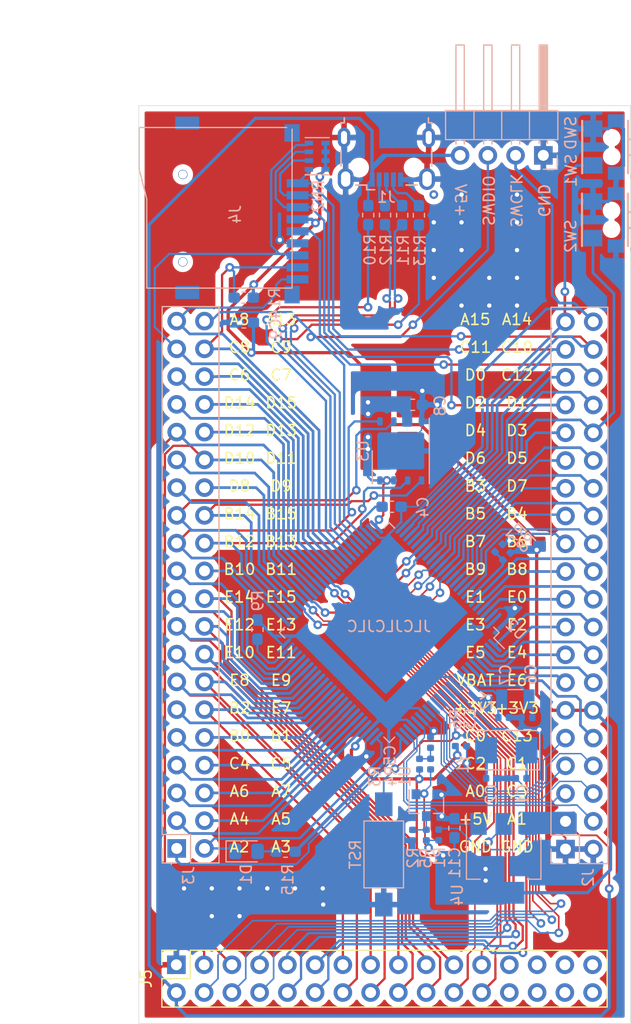
<source format=kicad_pcb>
(kicad_pcb (version 20171130) (host pcbnew "(5.1.4)-1")
  (layers (0 F.Cu signal hide) (31 B.Cu signal hide) (34 B.Paste user) (35 F.Paste user) (36 B.SilkS user) (37 F.SilkS user) (38 B.Mask user) (39 F.Mask user) (44 Edge.Cuts user))
  (net 0 "")
  (net 1 GNDREF)
  (net 2 /OSC_IN)
  (net 3 /OSC_OUT)
  (net 4 /NRST)
  (net 5 "Net-(C4-Pad2)")
  (net 6 "Net-(C5-Pad2)")
  (net 7 /OSC32_IN)
  (net 8 /OSC32_OUT)
  (net 9 +3V3)
  (net 10 +5V)
  (net 11 "Net-(D1-Pad2)")
  (net 12 "Net-(J1-Pad2)")
  (net 13 "Net-(J1-Pad3)")
  (net 14 "Net-(J1-Pad4)")
  (net 15 /DB12)
  (net 16 /DB10)
  (net 17 /DB11)
  (net 18 /DB8)
  (net 19 /DB9)
  (net 20 /DB6)
  (net 21 /DB7)
  (net 22 /DB4)
  (net 23 /DB5)
  (net 24 /BL)
  (net 25 /VREF)
  (net 26 "Net-(R2-Pad1)")
  (net 27 "Net-(R7-Pad2)")
  (net 28 "Net-(R9-Pad2)")
  (net 29 "Net-(J5-Pad25)")
  (net 30 "Net-(J5-Pad26)")
  (net 31 "Net-(J5-Pad27)")
  (net 32 "Net-(J5-Pad28)")
  (net 33 "Net-(J5-Pad29)")
  (net 34 "Net-(J5-Pad30)")
  (net 35 "Net-(J5-Pad31)")
  (net 36 "Net-(J5-Pad32)")
  (net 37 /J2D13)
  (net 38 /A3)
  (net 39 /A14)
  (net 40 /A15)
  (net 41 /C10)
  (net 42 /C11)
  (net 43 /C12)
  (net 44 /D0)
  (net 45 /D1)
  (net 46 /D2)
  (net 47 /D3)
  (net 48 /D4)
  (net 49 /D5)
  (net 50 /D6)
  (net 51 /D7)
  (net 52 /B3)
  (net 53 /B4)
  (net 54 /B5)
  (net 55 /B6)
  (net 56 /B7)
  (net 57 /B8)
  (net 58 /B9)
  (net 59 /E0)
  (net 60 /E1)
  (net 61 /E2)
  (net 62 /E3)
  (net 63 /E4)
  (net 64 /E5)
  (net 65 /E6)
  (net 66 /C13)
  (net 67 /C0)
  (net 68 /C1)
  (net 69 /C2)
  (net 70 /C3)
  (net 71 /A0)
  (net 72 /A1)
  (net 73 /A2)
  (net 74 /A4)
  (net 75 /A5)
  (net 76 /A6)
  (net 77 /A7)
  (net 78 /C4)
  (net 79 /C5)
  (net 80 /B0)
  (net 81 /B1)
  (net 82 /B2)
  (net 83 /B10)
  (net 84 /B11)
  (net 85 /B12)
  (net 86 /B13)
  (net 87 /B14)
  (net 88 /B15)
  (net 89 /D8)
  (net 90 /D9)
  (net 91 /D10)
  (net 92 /D11)
  (net 93 /D13)
  (net 94 /D14)
  (net 95 /D15)
  (net 96 /C6)
  (net 97 /C7)
  (net 98 /C8)
  (net 99 /C9)
  (net 100 /A8)
  (net 101 /A13)
  (net 102 /A9)
  (net 103 /A12)
  (net 104 /A11)
  (net 105 /A10)
  (module Connector_PinHeader_2.54mm:PinHeader_1x04_P2.54mm_Horizontal (layer B.Cu) (at 137.03 100.55 90)
    (fp_text reference SWD (at 2.05 2.51 90) (layer B.SilkS) (effects (justify mirror)))
    (fp_text value SWD)
    (pad 4 thru_hole oval (at 0 -7.62 90) (size 1.7 1.7) (drill 1) (layers *.Cu *.Mask) (net 10 +5V))
    (pad 3 thru_hole oval (at 0 -5.08 90) (size 1.7 1.7) (drill 1) (layers *.Cu *.Mask) (net 101 /A13))
    (pad 2 thru_hole oval (at 0 -2.54 90) (size 1.7 1.7) (drill 1) (layers *.Cu *.Mask) (net 39 /A14))
    (pad 1 thru_hole rect (at 0 0 90) (size 1.7 1.7) (drill 1) (layers *.Cu *.Mask) (net 1 GNDREF))
  )
  (module Button_Switch_SMD:SW_SPST_FSMSM (layer B.Cu) (at 122.42 164.53 270)
    (fp_text reference RST (at 0 2.6 90) (layer B.SilkS) (effects (justify mirror)))
    (fp_text value SW_Push)
    (pad 2 smd rect (at 4.59 0 270) (size 2.18 1.6) (layers B.Cu B.Paste B.Mask) (net 1 GNDREF))
    (pad 1 smd rect (at -4.59 0 270) (size 2.18 1.6) (layers B.Cu B.Paste B.Mask) (net 4 /NRST))
  )
  (module Connector_USB:USB_Micro-B_Wuerth_629105150521 (layer B.Cu) (at 122.66 100.87)
    (fp_text reference J1 (at 0 3.5) (layer B.SilkS) (effects (justify mirror)))
    (fp_text value USB_OTG)
    (pad 1 smd rect (at -1.3 1.9) (size 0.45 1.3) (layers B.Cu B.Paste B.Mask) (net 10 +5V))
    (pad 2 smd rect (at -0.65 1.9) (size 0.45 1.3) (layers B.Cu B.Paste B.Mask) (net 12 "Net-(J1-Pad2)"))
    (pad 3 smd rect (at 0 1.9) (size 0.45 1.3) (layers B.Cu B.Paste B.Mask) (net 13 "Net-(J1-Pad3)"))
    (pad 4 smd rect (at 0.65 1.9) (size 0.45 1.3) (layers B.Cu B.Paste B.Mask) (net 14 "Net-(J1-Pad4)"))
    (pad 5 smd rect (at 1.3 1.9) (size 0.45 1.3) (layers B.Cu B.Paste B.Mask) (net 1 GNDREF))
    (pad 6 thru_hole oval (at -3.725 1.85) (size 1.45 2) (drill oval 0.85 1.4) (layers *.Cu *.Mask) (net 1 GNDREF))
    (pad 6 thru_hole oval (at 3.725 1.85) (size 1.45 2) (drill oval 0.85 1.4) (layers *.Cu *.Mask) (net 1 GNDREF))
    (pad 6 thru_hole oval (at -3.875 -1.95) (size 1.15 1.8) (drill oval 0.55 1.2) (layers *.Cu *.Mask) (net 1 GNDREF))
    (pad 6 thru_hole oval (at 3.875 -1.95) (size 1.15 1.8) (drill oval 0.55 1.2) (layers *.Cu *.Mask) (net 1 GNDREF))
    (pad "" np_thru_hole oval (at -2.5 0.8) (size 0.8 0.8) (drill 0.8) (layers *.Cu *.Mask))
    (pad "" np_thru_hole oval (at 2.5 0.8) (size 0.8 0.8) (drill 0.8) (layers *.Cu *.Mask))
  )
  (module Resistor_SMD:R_0402_1005Metric (layer B.Cu) (at 127.45 162.745 270)
    (fp_text reference R1 (at 2.065 -0.07 90) (layer B.SilkS) (effects (justify mirror)))
    (fp_text value 4K7)
    (pad 2 smd roundrect (at 0.485 0 270) (size 0.59 0.64) (layers B.Cu B.Paste B.Mask) (net 25 /VREF))
    (pad 1 smd roundrect (at -0.485 0 270) (size 0.59 0.64) (layers B.Cu B.Paste B.Mask) (net 10 +5V))
  )
  (module Resistor_SMD:R_0402_1005Metric (layer B.Cu) (at 133.672947 137.257053 225)
    (fp_text reference R8 (at -2.16665 -0.374767 225) (layer B.SilkS) (effects (justify mirror)))
    (fp_text value 10K)
    (pad 2 smd roundrect (at 0.485 0 225) (size 0.59 0.64) (layers B.Cu B.Paste B.Mask) (net 27 "Net-(R7-Pad2)"))
    (pad 1 smd roundrect (at -0.485 0 225) (size 0.59 0.64) (layers B.Cu B.Paste B.Mask) (net 9 +3V3))
  )
  (module Resistor_SMD:R_0402_1005Metric (layer B.Cu) (at 132.945 136.49 225)
    (fp_text reference R7 (at -2.146069 -0.208597 45) (layer B.SilkS) (effects (justify mirror)))
    (fp_text value 10K)
    (pad 2 smd roundrect (at 0.485 0 225) (size 0.59 0.64) (layers B.Cu B.Paste B.Mask) (net 27 "Net-(R7-Pad2)"))
    (pad 1 smd roundrect (at -0.485 0 225) (size 0.59 0.64) (layers B.Cu B.Paste B.Mask) (net 1 GNDREF))
  )
  (module Resistor_SMD:R_0402_1005Metric (layer B.Cu) (at 126.32 162.755 90)
    (fp_text reference R5 (at -2.095 -0.03 90) (layer B.SilkS) (effects (justify mirror)))
    (fp_text value Rx1)
    (pad 2 smd roundrect (at 0.485 0 90) (size 0.59 0.64) (layers B.Cu B.Paste B.Mask) (net 26 "Net-(R2-Pad1)"))
    (pad 1 smd roundrect (at -0.485 0 90) (size 0.59 0.64) (layers B.Cu B.Paste B.Mask) (net 25 /VREF))
  )
  (module Resistor_SMD:R_0402_1005Metric (layer B.Cu) (at 126.71 156.265 90)
    (fp_text reference R4 (at -1.075 -3.64 90) (layer B.SilkS) (effects (justify mirror)))
    (fp_text value 0R)
    (pad 1 smd roundrect (at -0.485 0 90) (size 0.59 0.64) (layers B.Cu B.Paste B.Mask) (net 25 /VREF))
    (pad 2 smd roundrect (at 0.485 0 90) (size 0.59 0.64) (layers B.Cu B.Paste B.Mask) (net 6 "Net-(C5-Pad2)"))
  )
  (module Resistor_SMD:R_0402_1005Metric (layer B.Cu) (at 125.7 156.265 90)
    (fp_text reference R3 (at -1.115 -4.1 90) (layer B.SilkS) (effects (justify mirror)))
    (fp_text value 0R)
    (pad 2 smd roundrect (at 0.485 0 90) (size 0.59 0.64) (layers B.Cu B.Paste B.Mask) (net 6 "Net-(C5-Pad2)"))
    (pad 1 smd roundrect (at -0.485 0 90) (size 0.59 0.64) (layers B.Cu B.Paste B.Mask) (net 9 +3V3))
  )
  (module Resistor_SMD:R_0402_1005Metric (layer B.Cu) (at 125.06 162.765 270)
    (fp_text reference R2 (at 2.085 -0.03 90) (layer B.SilkS) (effects (justify mirror)))
    (fp_text value Rx2)
    (pad 2 smd roundrect (at 0.485 0 270) (size 0.59 0.64) (layers B.Cu B.Paste B.Mask) (net 1 GNDREF))
    (pad 1 smd roundrect (at -0.485 0 270) (size 0.59 0.64) (layers B.Cu B.Paste B.Mask) (net 26 "Net-(R2-Pad1)"))
  )
  (module Capacitor_SMD:C_0402_1005Metric (layer B.Cu) (at 126.7 154.285 270)
    (fp_text reference C5 (at 1.195 3.7 90) (layer B.SilkS) (effects (justify mirror)))
    (fp_text value 2.2uF)
    (pad 2 smd roundrect (at 0.485 0 270) (size 0.59 0.64) (layers B.Cu B.Paste B.Mask) (net 6 "Net-(C5-Pad2)"))
    (pad 1 smd roundrect (at -0.485 0 270) (size 0.59 0.64) (layers B.Cu B.Paste B.Mask) (net 1 GNDREF))
  )
  (module Resistor_SMD:R_0603_1608Metric_Pad1.05x0.95mm_HandSolder (layer B.Cu) (at 113.435 164.28)
    (fp_text reference R15 (at 0.205 2.56 90) (layer B.SilkS) (effects (justify mirror)))
    (fp_text value 1K)
    (pad 2 smd roundrect (at 0.875 0) (size 1.05 0.95) (layers B.Cu B.Paste B.Mask) (net 9 +3V3))
    (pad 1 smd roundrect (at -0.875 0) (size 1.05 0.95) (layers B.Cu B.Paste B.Mask) (net 11 "Net-(D1-Pad2)"))
  )
  (module Resistor_SMD:R_0603_1608Metric_Pad1.05x0.95mm_HandSolder (layer B.Cu) (at 109.605 113.57)
    (fp_text reference R14 (at 2.825 0.53 90) (layer B.SilkS) (effects (justify mirror)))
    (fp_text value 47K)
    (pad 2 smd roundrect (at 0.875 0) (size 1.05 0.95) (layers B.Cu B.Paste B.Mask) (net 9 +3V3))
    (pad 1 smd roundrect (at -0.875 0) (size 1.05 0.95) (layers B.Cu B.Paste B.Mask) (net 99 /C9))
  )
  (module Resistor_SMD:R_0402_1005Metric (layer B.Cu) (at 128.97 154.125 270)
    (fp_text reference R6 (at -1.965 -0.05 270) (layer B.SilkS) (effects (justify mirror)))
    (fp_text value 10K)
    (pad 2 smd roundrect (at 0.485 0 270) (size 0.59 0.64) (layers B.Cu B.Paste B.Mask) (net 9 +3V3))
    (pad 1 smd roundrect (at -0.485 0 270) (size 0.59 0.64) (layers B.Cu B.Paste B.Mask) (net 4 /NRST))
  )
  (module Capacitor_SMD:C_0402_1005Metric (layer B.Cu) (at 130.01 154.125 90)
    (fp_text reference C3 (at 2.025 0.32 90) (layer B.SilkS) (effects (justify mirror)))
    (fp_text value 1uF)
    (pad 2 smd roundrect (at 0.485 0 90) (size 0.59 0.64) (layers B.Cu B.Paste B.Mask) (net 4 /NRST))
    (pad 1 smd roundrect (at -0.485 0 90) (size 0.59 0.64) (layers B.Cu B.Paste B.Mask) (net 1 GNDREF))
  )
  (module Capacitor_SMD:C_0402_1005Metric (layer B.Cu) (at 133.395 152 180)
    (fp_text reference C7 (at -0.175 3.91 90) (layer B.SilkS) (effects (justify mirror)))
    (fp_text value 10pF)
    (pad 2 smd roundrect (at 0.485 0 180) (size 0.59 0.64) (layers B.Cu B.Paste B.Mask) (net 8 /OSC32_OUT))
    (pad 1 smd roundrect (at -0.485 0 180) (size 0.59 0.64) (layers B.Cu B.Paste B.Mask) (net 1 GNDREF))
  )
  (module Capacitor_SMD:C_0402_1005Metric (layer B.Cu) (at 135.535 152.01)
    (fp_text reference C6 (at 0.355 -3.96 90) (layer B.SilkS) (effects (justify mirror)))
    (fp_text value 10pF)
    (pad 2 smd roundrect (at 0.485 0) (size 0.59 0.64) (layers B.Cu B.Paste B.Mask) (net 7 /OSC32_IN))
    (pad 1 smd roundrect (at -0.485 0) (size 0.59 0.64) (layers B.Cu B.Paste B.Mask) (net 1 GNDREF))
  )
  (module Capacitor_SMD:C_0402_1005Metric (layer B.Cu) (at 132.275 157.57 180)
    (fp_text reference C2 (at 0.015 -1.45 90) (layer B.SilkS) (effects (justify mirror)))
    (fp_text value 22pF)
    (pad 2 smd roundrect (at 0.485 0 180) (size 0.59 0.64) (layers B.Cu B.Paste B.Mask) (net 3 /OSC_OUT))
    (pad 1 smd roundrect (at -0.485 0 180) (size 0.59 0.64) (layers B.Cu B.Paste B.Mask) (net 1 GNDREF))
  )
  (module Capacitor_SMD:C_0402_1005Metric (layer B.Cu) (at 135.005 157.57)
    (fp_text reference C1 (at 0.145 1.49 90) (layer B.SilkS) (effects (justify mirror)))
    (fp_text value 22pF)
    (pad 2 smd roundrect (at 0.485 0) (size 0.59 0.64) (layers B.Cu B.Paste B.Mask) (net 2 /OSC_IN))
    (pad 1 smd roundrect (at -0.485 0) (size 0.59 0.64) (layers B.Cu B.Paste B.Mask) (net 1 GNDREF))
  )
  (module Capacitor_SMD:C_0603_1608Metric_Pad1.05x0.95mm_HandSolder (layer B.Cu) (at 123.145 132.71 180)
    (fp_text reference C4 (at -2.865 -0.05 90) (layer B.SilkS) (effects (justify mirror)))
    (fp_text value 2.2uF)
    (pad 2 smd roundrect (at 0.875 0 180) (size 1.05 0.95) (layers B.Cu B.Paste B.Mask) (net 5 "Net-(C4-Pad2)"))
    (pad 1 smd roundrect (at -0.875 0 180) (size 1.05 0.95) (layers B.Cu B.Paste B.Mask) (net 1 GNDREF))
  )
  (module Capacitor_SMD:C_0603_1608Metric_Pad1.05x0.95mm_HandSolder (layer B.Cu) (at 125.075 123.38 180)
    (fp_text reference C8 (at -2.505 -0.08 90) (layer B.SilkS) (effects (justify mirror)))
    (fp_text value 0.1uF)
    (pad 1 smd roundrect (at -0.875 0 180) (size 1.05 0.95) (layers B.Cu B.Paste B.Mask) (net 1 GNDREF))
    (pad 2 smd roundrect (at 0.875 0 180) (size 1.05 0.95) (layers B.Cu B.Paste B.Mask) (net 9 +3V3))
  )
  (module Capacitor_SMD:C_0603_1608Metric_Pad1.05x0.95mm_HandSolder (layer B.Cu) (at 109.61 115.84)
    (fp_text reference C9 (at 2.92 0.61 90) (layer B.SilkS) (effects (justify mirror)))
    (fp_text value 0.1uF)
    (pad 2 smd roundrect (at 0.875 0) (size 1.05 0.95) (layers B.Cu B.Paste B.Mask) (net 9 +3V3))
    (pad 1 smd roundrect (at -0.875 0) (size 1.05 0.95) (layers B.Cu B.Paste B.Mask) (net 1 GNDREF))
  )
  (module Capacitor_SMD:C_0603_1608Metric_Pad1.05x0.95mm_HandSolder (layer B.Cu) (at 128.89 162.13 90)
    (fp_text reference C11 (at -3.17 0.02 90) (layer B.SilkS) (effects (justify mirror)))
    (fp_text value 0.1uF)
    (pad 2 smd roundrect (at 0.875 0 90) (size 1.05 0.95) (layers B.Cu B.Paste B.Mask) (net 1 GNDREF))
    (pad 1 smd roundrect (at -0.875 0 90) (size 1.05 0.95) (layers B.Cu B.Paste B.Mask) (net 9 +3V3))
  )
  (module LED_SMD:LED_0805_2012Metric_Pad1.15x1.40mm_HandSolder (layer B.Cu) (at 109.845 164.25)
    (fp_text reference D1 (at -0.015 2.11 90) (layer B.SilkS) (effects (justify mirror)))
    (fp_text value LED)
    (pad 1 smd roundrect (at -1.025 0) (size 1.15 1.4) (layers B.Cu B.Paste B.Mask) (roundrect_rratio 0.217391) (net 38 /A3))
    (pad 2 smd roundrect (at 1.025 0) (size 1.15 1.4) (layers B.Cu B.Paste B.Mask) (roundrect_rratio 0.217391) (net 11 "Net-(D1-Pad2)"))
  )
  (module Connector_PinHeader_2.54mm:PinHeader_2x20_P2.54mm_Vertical (layer B.Cu) (at 139.06 164.04)
    (fp_text reference J2 (at 2.07 2.6 270) (layer B.SilkS) (effects (justify mirror)))
    (fp_text value Conn_02x20_Odd_Even)
    (pad 40 thru_hole oval (at 2.54 -48.26) (size 1.7 1.7) (drill 1) (layers *.Cu *.Mask) (net 39 /A14))
    (pad 39 thru_hole oval (at 0 -48.26) (size 1.7 1.7) (drill 1) (layers *.Cu *.Mask) (net 40 /A15))
    (pad 38 thru_hole oval (at 2.54 -45.72) (size 1.7 1.7) (drill 1) (layers *.Cu *.Mask) (net 41 /C10))
    (pad 37 thru_hole oval (at 0 -45.72) (size 1.7 1.7) (drill 1) (layers *.Cu *.Mask) (net 42 /C11))
    (pad 36 thru_hole oval (at 2.54 -43.18) (size 1.7 1.7) (drill 1) (layers *.Cu *.Mask) (net 43 /C12))
    (pad 35 thru_hole oval (at 0 -43.18) (size 1.7 1.7) (drill 1) (layers *.Cu *.Mask) (net 44 /D0))
    (pad 34 thru_hole oval (at 2.54 -40.64) (size 1.7 1.7) (drill 1) (layers *.Cu *.Mask) (net 45 /D1))
    (pad 33 thru_hole oval (at 0 -40.64) (size 1.7 1.7) (drill 1) (layers *.Cu *.Mask) (net 46 /D2))
    (pad 32 thru_hole oval (at 2.54 -38.1) (size 1.7 1.7) (drill 1) (layers *.Cu *.Mask) (net 47 /D3))
    (pad 31 thru_hole oval (at 0 -38.1) (size 1.7 1.7) (drill 1) (layers *.Cu *.Mask) (net 48 /D4))
    (pad 30 thru_hole oval (at 2.54 -35.56) (size 1.7 1.7) (drill 1) (layers *.Cu *.Mask) (net 49 /D5))
    (pad 29 thru_hole oval (at 0 -35.56) (size 1.7 1.7) (drill 1) (layers *.Cu *.Mask) (net 50 /D6))
    (pad 28 thru_hole oval (at 2.54 -33.02) (size 1.7 1.7) (drill 1) (layers *.Cu *.Mask) (net 51 /D7))
    (pad 27 thru_hole oval (at 0 -33.02) (size 1.7 1.7) (drill 1) (layers *.Cu *.Mask) (net 52 /B3))
    (pad 26 thru_hole oval (at 2.54 -30.48) (size 1.7 1.7) (drill 1) (layers *.Cu *.Mask) (net 53 /B4))
    (pad 25 thru_hole oval (at 0 -30.48) (size 1.7 1.7) (drill 1) (layers *.Cu *.Mask) (net 54 /B5))
    (pad 24 thru_hole oval (at 2.54 -27.94) (size 1.7 1.7) (drill 1) (layers *.Cu *.Mask) (net 55 /B6))
    (pad 23 thru_hole oval (at 0 -27.94) (size 1.7 1.7) (drill 1) (layers *.Cu *.Mask) (net 56 /B7))
    (pad 22 thru_hole oval (at 2.54 -25.4) (size 1.7 1.7) (drill 1) (layers *.Cu *.Mask) (net 57 /B8))
    (pad 21 thru_hole oval (at 0 -25.4) (size 1.7 1.7) (drill 1) (layers *.Cu *.Mask) (net 58 /B9))
    (pad 20 thru_hole oval (at 2.54 -22.86) (size 1.7 1.7) (drill 1) (layers *.Cu *.Mask) (net 59 /E0))
    (pad 19 thru_hole oval (at 0 -22.86) (size 1.7 1.7) (drill 1) (layers *.Cu *.Mask) (net 60 /E1))
    (pad 18 thru_hole oval (at 2.54 -20.32) (size 1.7 1.7) (drill 1) (layers *.Cu *.Mask) (net 61 /E2))
    (pad 17 thru_hole oval (at 0 -20.32) (size 1.7 1.7) (drill 1) (layers *.Cu *.Mask) (net 62 /E3))
    (pad 16 thru_hole oval (at 2.54 -17.78) (size 1.7 1.7) (drill 1) (layers *.Cu *.Mask) (net 63 /E4))
    (pad 15 thru_hole oval (at 0 -17.78) (size 1.7 1.7) (drill 1) (layers *.Cu *.Mask) (net 64 /E5))
    (pad 14 thru_hole oval (at 2.54 -15.24) (size 1.7 1.7) (drill 1) (layers *.Cu *.Mask) (net 65 /E6))
    (pad 13 thru_hole oval (at 0 -15.24) (size 1.7 1.7) (drill 1) (layers *.Cu *.Mask) (net 37 /J2D13))
    (pad 12 thru_hole oval (at 2.54 -12.7) (size 1.7 1.7) (drill 1) (layers *.Cu *.Mask) (net 9 +3V3))
    (pad 11 thru_hole oval (at 0 -12.7) (size 1.7 1.7) (drill 1) (layers *.Cu *.Mask) (net 9 +3V3))
    (pad 10 thru_hole oval (at 2.54 -10.16) (size 1.7 1.7) (drill 1) (layers *.Cu *.Mask) (net 66 /C13))
    (pad 9 thru_hole oval (at 0 -10.16) (size 1.7 1.7) (drill 1) (layers *.Cu *.Mask) (net 67 /C0))
    (pad 8 thru_hole oval (at 2.54 -7.62) (size 1.7 1.7) (drill 1) (layers *.Cu *.Mask) (net 68 /C1))
    (pad 7 thru_hole oval (at 0 -7.62) (size 1.7 1.7) (drill 1) (layers *.Cu *.Mask) (net 69 /C2))
    (pad 6 thru_hole oval (at 2.54 -5.08) (size 1.7 1.7) (drill 1) (layers *.Cu *.Mask) (net 70 /C3))
    (pad 5 thru_hole oval (at 0 -5.08) (size 1.7 1.7) (drill 1) (layers *.Cu *.Mask) (net 71 /A0))
    (pad 4 thru_hole oval (at 2.54 -2.54) (size 1.7 1.7) (drill 1) (layers *.Cu *.Mask) (net 72 /A1))
    (pad 3 thru_hole oval (at 0 -2.54) (size 1.7 1.7) (drill 1) (layers *.Cu *.Mask) (net 10 +5V))
    (pad 2 thru_hole oval (at 2.54 0) (size 1.7 1.7) (drill 1) (layers *.Cu *.Mask) (net 1 GNDREF))
    (pad 1 thru_hole rect (at 0 0) (size 1.7 1.7) (drill 1) (layers *.Cu *.Mask) (net 1 GNDREF))
  )
  (module Connector_PinHeader_2.54mm:PinHeader_2x20_P2.54mm_Vertical (layer B.Cu) (at 103.47 163.98)
    (fp_text reference J3 (at 1.09 2.48 90) (layer B.SilkS) (effects (justify mirror)))
    (fp_text value Conn_02x20_Odd_Even)
    (pad 1 thru_hole rect (at 0 0) (size 1.7 1.7) (drill 1) (layers *.Cu *.Mask) (net 73 /A2))
    (pad 2 thru_hole oval (at 2.54 0) (size 1.7 1.7) (drill 1) (layers *.Cu *.Mask) (net 38 /A3))
    (pad 3 thru_hole oval (at 0 -2.54) (size 1.7 1.7) (drill 1) (layers *.Cu *.Mask) (net 74 /A4))
    (pad 4 thru_hole oval (at 2.54 -2.54) (size 1.7 1.7) (drill 1) (layers *.Cu *.Mask) (net 75 /A5))
    (pad 5 thru_hole oval (at 0 -5.08) (size 1.7 1.7) (drill 1) (layers *.Cu *.Mask) (net 76 /A6))
    (pad 6 thru_hole oval (at 2.54 -5.08) (size 1.7 1.7) (drill 1) (layers *.Cu *.Mask) (net 77 /A7))
    (pad 7 thru_hole oval (at 0 -7.62) (size 1.7 1.7) (drill 1) (layers *.Cu *.Mask) (net 78 /C4))
    (pad 8 thru_hole oval (at 2.54 -7.62) (size 1.7 1.7) (drill 1) (layers *.Cu *.Mask) (net 79 /C5))
    (pad 9 thru_hole oval (at 0 -10.16) (size 1.7 1.7) (drill 1) (layers *.Cu *.Mask) (net 80 /B0))
    (pad 10 thru_hole oval (at 2.54 -10.16) (size 1.7 1.7) (drill 1) (layers *.Cu *.Mask) (net 81 /B1))
    (pad 11 thru_hole oval (at 0 -12.7) (size 1.7 1.7) (drill 1) (layers *.Cu *.Mask) (net 82 /B2))
    (pad 12 thru_hole oval (at 2.54 -12.7) (size 1.7 1.7) (drill 1) (layers *.Cu *.Mask) (net 22 /DB4))
    (pad 13 thru_hole oval (at 0 -15.24) (size 1.7 1.7) (drill 1) (layers *.Cu *.Mask) (net 23 /DB5))
    (pad 14 thru_hole oval (at 2.54 -15.24) (size 1.7 1.7) (drill 1) (layers *.Cu *.Mask) (net 20 /DB6))
    (pad 15 thru_hole oval (at 0 -17.78) (size 1.7 1.7) (drill 1) (layers *.Cu *.Mask) (net 21 /DB7))
    (pad 16 thru_hole oval (at 2.54 -17.78) (size 1.7 1.7) (drill 1) (layers *.Cu *.Mask) (net 18 /DB8))
    (pad 17 thru_hole oval (at 0 -20.32) (size 1.7 1.7) (drill 1) (layers *.Cu *.Mask) (net 19 /DB9))
    (pad 18 thru_hole oval (at 2.54 -20.32) (size 1.7 1.7) (drill 1) (layers *.Cu *.Mask) (net 16 /DB10))
    (pad 19 thru_hole oval (at 0 -22.86) (size 1.7 1.7) (drill 1) (layers *.Cu *.Mask) (net 17 /DB11))
    (pad 20 thru_hole oval (at 2.54 -22.86) (size 1.7 1.7) (drill 1) (layers *.Cu *.Mask) (net 15 /DB12))
    (pad 21 thru_hole oval (at 0 -25.4) (size 1.7 1.7) (drill 1) (layers *.Cu *.Mask) (net 83 /B10))
    (pad 22 thru_hole oval (at 2.54 -25.4) (size 1.7 1.7) (drill 1) (layers *.Cu *.Mask) (net 84 /B11))
    (pad 23 thru_hole oval (at 0 -27.94) (size 1.7 1.7) (drill 1) (layers *.Cu *.Mask) (net 85 /B12))
    (pad 24 thru_hole oval (at 2.54 -27.94) (size 1.7 1.7) (drill 1) (layers *.Cu *.Mask) (net 86 /B13))
    (pad 25 thru_hole oval (at 0 -30.48) (size 1.7 1.7) (drill 1) (layers *.Cu *.Mask) (net 87 /B14))
    (pad 26 thru_hole oval (at 2.54 -30.48) (size 1.7 1.7) (drill 1) (layers *.Cu *.Mask) (net 88 /B15))
    (pad 27 thru_hole oval (at 0 -33.02) (size 1.7 1.7) (drill 1) (layers *.Cu *.Mask) (net 89 /D8))
    (pad 28 thru_hole oval (at 2.54 -33.02) (size 1.7 1.7) (drill 1) (layers *.Cu *.Mask) (net 90 /D9))
    (pad 29 thru_hole oval (at 0 -35.56) (size 1.7 1.7) (drill 1) (layers *.Cu *.Mask) (net 91 /D10))
    (pad 30 thru_hole oval (at 2.54 -35.56) (size 1.7 1.7) (drill 1) (layers *.Cu *.Mask) (net 92 /D11))
    (pad 31 thru_hole oval (at 0 -38.1) (size 1.7 1.7) (drill 1) (layers *.Cu *.Mask) (net 24 /BL))
    (pad 32 thru_hole oval (at 2.54 -38.1) (size 1.7 1.7) (drill 1) (layers *.Cu *.Mask) (net 93 /D13))
    (pad 33 thru_hole oval (at 0 -40.64) (size 1.7 1.7) (drill 1) (layers *.Cu *.Mask) (net 94 /D14))
    (pad 34 thru_hole oval (at 2.54 -40.64) (size 1.7 1.7) (drill 1) (layers *.Cu *.Mask) (net 95 /D15))
    (pad 35 thru_hole oval (at 0 -43.18) (size 1.7 1.7) (drill 1) (layers *.Cu *.Mask) (net 96 /C6))
    (pad 36 thru_hole oval (at 2.54 -43.18) (size 1.7 1.7) (drill 1) (layers *.Cu *.Mask) (net 97 /C7))
    (pad 37 thru_hole oval (at 0 -45.72) (size 1.7 1.7) (drill 1) (layers *.Cu *.Mask) (net 98 /C8))
    (pad 38 thru_hole oval (at 2.54 -45.72) (size 1.7 1.7) (drill 1) (layers *.Cu *.Mask) (net 99 /C9))
    (pad 39 thru_hole oval (at 0 -48.26) (size 1.7 1.7) (drill 1) (layers *.Cu *.Mask) (net 100 /A8))
    (pad 40 thru_hole oval (at 2.54 -48.26) (size 1.7 1.7) (drill 1) (layers *.Cu *.Mask) (net 101 /A13))
  )
  (module qconnectors:TF-015 (layer B.Cu) (at 104.03 105.35 90)
    (fp_text reference J4 (at -0.6 4.8 90) (layer B.SilkS) (effects (justify mirror)))
    (fp_text value Micro_SD_Card)
    (pad 1 smd rect (at 2.25 10.5 90) (size 0.75 2) (layers B.Cu B.Paste B.Mask) (net 41 /C10))
    (pad 2 smd rect (at 1.15 10.5 90) (size 0.75 2) (layers B.Cu B.Paste B.Mask) (net 42 /C11))
    (pad 3 smd rect (at 0.05 10.5 90) (size 0.75 2) (layers B.Cu B.Paste B.Mask) (net 46 /D2))
    (pad 4 smd rect (at -1.05 10.5 90) (size 0.75 2) (layers B.Cu B.Paste B.Mask) (net 9 +3V3))
    (pad 5 smd rect (at -2.15 10.5 90) (size 0.75 2) (layers B.Cu B.Paste B.Mask) (net 43 /C12))
    (pad 6 smd rect (at -3.25 10.5 90) (size 0.75 2) (layers B.Cu B.Paste B.Mask) (net 1 GNDREF))
    (pad 7 smd rect (at -4.35 10.5 90) (size 0.75 2) (layers B.Cu B.Paste B.Mask) (net 98 /C8))
    (pad 8 smd rect (at -5.45 10.5 90) (size 0.75 2) (layers B.Cu B.Paste B.Mask) (net 99 /C9))
    (pad 9 smd rect (at -6.55 10.5 90) (size 0.75 2) (layers B.Cu B.Paste B.Mask) (net 100 /A8))
    (pad 0 smd rect (at 6.85 10 90) (size 1.6 1.4) (layers B.Cu B.Paste B.Mask))
    (pad 0 smd rect (at -7.95 10 90) (size 1.6 1.4) (layers B.Cu B.Paste B.Mask))
    (pad 0 smd rect (at 7.75 0.4 90) (size 1.2 2.2) (layers B.Cu B.Paste B.Mask))
    (pad 0 smd rect (at -7.75 0.4 90) (size 1.2 2.2) (layers B.Cu B.Paste B.Mask))
    (pad "" np_thru_hole circle (at -4.95 0 90) (size 0.85 0.85) (drill 0.762) (layers *.Cu *.Mask))
    (pad "" np_thru_hole circle (at 3.05 0 90) (size 0.85 0.85) (drill 0.762) (layers *.Cu *.Mask))
  )
  (module Connector_PinSocket_2.54mm:PinSocket_2x16_P2.54mm_Vertical (layer F.Cu) (at 103.44 174.63 90)
    (fp_text reference J5 (at -1.27 -2.77 90) (layer F.SilkS))
    (fp_text value LCD_I8080_CONNECTOR_16x2-DIP)
    (pad 1 thru_hole rect (at 0 0 90) (size 1.7 1.7) (drill 1) (layers *.Cu *.Mask) (net 1 GNDREF))
    (pad 2 thru_hole oval (at -2.54 0 90) (size 1.7 1.7) (drill 1) (layers *.Cu *.Mask) (net 10 +5V))
    (pad 3 thru_hole oval (at 0 2.54 90) (size 1.7 1.7) (drill 1) (layers *.Cu *.Mask) (net 24 /BL))
    (pad 4 thru_hole oval (at -2.54 2.54 90) (size 1.7 1.7) (drill 1) (layers *.Cu *.Mask) (net 51 /D7))
    (pad 5 thru_hole oval (at 0 5.08 90) (size 1.7 1.7) (drill 1) (layers *.Cu *.Mask) (net 92 /D11))
    (pad 6 thru_hole oval (at -2.54 5.08 90) (size 1.7 1.7) (drill 1) (layers *.Cu *.Mask) (net 49 /D5))
    (pad 7 thru_hole oval (at 0 7.62 90) (size 1.7 1.7) (drill 1) (layers *.Cu *.Mask) (net 48 /D4))
    (pad 8 thru_hole oval (at -2.54 7.62 90) (size 1.7 1.7) (drill 1) (layers *.Cu *.Mask) (net 50 /D6))
    (pad 9 thru_hole oval (at 0 10.16 90) (size 1.7 1.7) (drill 1) (layers *.Cu *.Mask) (net 94 /D14))
    (pad 10 thru_hole oval (at -2.54 10.16 90) (size 1.7 1.7) (drill 1) (layers *.Cu *.Mask) (net 95 /D15))
    (pad 11 thru_hole oval (at 0 12.7 90) (size 1.7 1.7) (drill 1) (layers *.Cu *.Mask) (net 44 /D0))
    (pad 12 thru_hole oval (at -2.54 12.7 90) (size 1.7 1.7) (drill 1) (layers *.Cu *.Mask) (net 45 /D1))
    (pad 13 thru_hole oval (at 0 15.24 90) (size 1.7 1.7) (drill 1) (layers *.Cu *.Mask) (net 22 /DB4))
    (pad 14 thru_hole oval (at -2.54 15.24 90) (size 1.7 1.7) (drill 1) (layers *.Cu *.Mask) (net 23 /DB5))
    (pad 15 thru_hole oval (at 0 17.78 90) (size 1.7 1.7) (drill 1) (layers *.Cu *.Mask) (net 20 /DB6))
    (pad 16 thru_hole oval (at -2.54 17.78 90) (size 1.7 1.7) (drill 1) (layers *.Cu *.Mask) (net 21 /DB7))
    (pad 17 thru_hole oval (at 0 20.32 90) (size 1.7 1.7) (drill 1) (layers *.Cu *.Mask) (net 18 /DB8))
    (pad 18 thru_hole oval (at -2.54 20.32 90) (size 1.7 1.7) (drill 1) (layers *.Cu *.Mask) (net 19 /DB9))
    (pad 19 thru_hole oval (at 0 22.86 90) (size 1.7 1.7) (drill 1) (layers *.Cu *.Mask) (net 16 /DB10))
    (pad 20 thru_hole oval (at -2.54 22.86 90) (size 1.7 1.7) (drill 1) (layers *.Cu *.Mask) (net 17 /DB11))
    (pad 21 thru_hole oval (at 0 25.4 90) (size 1.7 1.7) (drill 1) (layers *.Cu *.Mask) (net 15 /DB12))
    (pad 22 thru_hole oval (at -2.54 25.4 90) (size 1.7 1.7) (drill 1) (layers *.Cu *.Mask) (net 89 /D8))
    (pad 23 thru_hole oval (at 0 27.94 90) (size 1.7 1.7) (drill 1) (layers *.Cu *.Mask) (net 90 /D9))
    (pad 24 thru_hole oval (at -2.54 27.94 90) (size 1.7 1.7) (drill 1) (layers *.Cu *.Mask) (net 91 /D10))
    (pad 25 thru_hole oval (at 0 30.48 90) (size 1.7 1.7) (drill 1) (layers *.Cu *.Mask) (net 29 "Net-(J5-Pad25)"))
    (pad 26 thru_hole oval (at -2.54 30.48 90) (size 1.7 1.7) (drill 1) (layers *.Cu *.Mask) (net 30 "Net-(J5-Pad26)"))
    (pad 27 thru_hole oval (at 0 33.02 90) (size 1.7 1.7) (drill 1) (layers *.Cu *.Mask) (net 31 "Net-(J5-Pad27)"))
    (pad 28 thru_hole oval (at -2.54 33.02 90) (size 1.7 1.7) (drill 1) (layers *.Cu *.Mask) (net 32 "Net-(J5-Pad28)"))
    (pad 29 thru_hole oval (at 0 35.56 90) (size 1.7 1.7) (drill 1) (layers *.Cu *.Mask) (net 33 "Net-(J5-Pad29)"))
    (pad 30 thru_hole oval (at -2.54 35.56 90) (size 1.7 1.7) (drill 1) (layers *.Cu *.Mask) (net 34 "Net-(J5-Pad30)"))
    (pad 31 thru_hole oval (at 0 38.1 90) (size 1.7 1.7) (drill 1) (layers *.Cu *.Mask) (net 35 "Net-(J5-Pad31)"))
    (pad 32 thru_hole oval (at -2.54 38.1 90) (size 1.7 1.7) (drill 1) (layers *.Cu *.Mask) (net 36 "Net-(J5-Pad32)"))
  )
  (module Resistor_SMD:R_0603_1608Metric_Pad1.05x0.95mm_HandSolder (layer B.Cu) (at 110.86 143.955 270)
    (fp_text reference R9 (at -2.645 -0.03 270) (layer B.SilkS) (effects (justify mirror)))
    (fp_text value 4K7)
    (pad 1 smd roundrect (at -0.875 0 270) (size 1.05 0.95) (layers B.Cu B.Paste B.Mask) (net 9 +3V3))
    (pad 2 smd roundrect (at 0.875 0 270) (size 1.05 0.95) (layers B.Cu B.Paste B.Mask) (net 28 "Net-(R9-Pad2)"))
  )
  (module Resistor_SMD:R_0603_1608Metric_Pad1.05x0.95mm_HandSolder (layer B.Cu) (at 121 106.015 270)
    (fp_text reference R10 (at 3.175 -0.16 270) (layer B.SilkS) (effects (justify mirror)))
    (fp_text value 1K)
    (pad 1 smd roundrect (at -0.875 0 270) (size 1.05 0.95) (layers B.Cu B.Paste B.Mask) (net 10 +5V))
    (pad 2 smd roundrect (at 0.875 0 270) (size 1.05 0.95) (layers B.Cu B.Paste B.Mask) (net 102 /A9))
  )
  (module Resistor_SMD:R_0603_1608Metric_Pad1.05x0.95mm_HandSolder (layer B.Cu) (at 124.11 106.025 270)
    (fp_text reference R11 (at 3.225 -0.09 270) (layer B.SilkS) (effects (justify mirror)))
    (fp_text value 22R)
    (pad 1 smd roundrect (at -0.875 0 270) (size 1.05 0.95) (layers B.Cu B.Paste B.Mask) (net 13 "Net-(J1-Pad3)"))
    (pad 2 smd roundrect (at 0.875 0 270) (size 1.05 0.95) (layers B.Cu B.Paste B.Mask) (net 103 /A12))
  )
  (module Resistor_SMD:R_0603_1608Metric_Pad1.05x0.95mm_HandSolder (layer B.Cu) (at 122.54 106.015 270)
    (fp_text reference R12 (at 3.195 -0.09 270) (layer B.SilkS) (effects (justify mirror)))
    (fp_text value 22R)
    (pad 2 smd roundrect (at 0.875 0 270) (size 1.05 0.95) (layers B.Cu B.Paste B.Mask) (net 104 /A11))
    (pad 1 smd roundrect (at -0.875 0 270) (size 1.05 0.95) (layers B.Cu B.Paste B.Mask) (net 12 "Net-(J1-Pad2)"))
  )
  (module Resistor_SMD:R_0603_1608Metric_Pad1.05x0.95mm_HandSolder (layer B.Cu) (at 125.64 106.035 270)
    (fp_text reference R13 (at 3.215 -0.1 270) (layer B.SilkS) (effects (justify mirror)))
    (fp_text value 1K)
    (pad 2 smd roundrect (at 0.875 0 270) (size 1.05 0.95) (layers B.Cu B.Paste B.Mask) (net 105 /A10))
    (pad 1 smd roundrect (at -0.875 0 270) (size 1.05 0.95) (layers B.Cu B.Paste B.Mask) (net 14 "Net-(J1-Pad4)"))
  )
  (module Resistor_SMD:R_Cat16-4 (layer B.Cu) (at 116.33 100.63)
    (fp_text reference RN2 (at 0.09 3.65 90) (layer B.SilkS) (effects (justify mirror)))
    (fp_text value RN473)
    (pad 8 smd rect (at 0.76 1.2 180) (size 0.76 0.43) (layers B.Cu B.Paste B.Mask) (net 9 +3V3))
    (pad 5 smd rect (at 0.76 -1.2 180) (size 0.76 0.43) (layers B.Cu B.Paste B.Mask) (net 9 +3V3))
    (pad 4 smd rect (at -0.76 -1.2 180) (size 0.76 0.43) (layers B.Cu B.Paste B.Mask) (net 98 /C8))
    (pad 1 smd rect (at -0.76 1.2 180) (size 0.76 0.43) (layers B.Cu B.Paste B.Mask) (net 41 /C10))
    (pad 6 smd rect (at 0.76 -0.4 180) (size 0.76 0.43) (layers B.Cu B.Paste B.Mask) (net 9 +3V3))
    (pad 3 smd rect (at -0.76 -0.4 180) (size 0.76 0.43) (layers B.Cu B.Paste B.Mask) (net 46 /D2))
    (pad 7 smd rect (at 0.76 0.4 180) (size 0.76 0.43) (layers B.Cu B.Paste B.Mask) (net 9 +3V3))
    (pad 2 smd rect (at -0.76 0.4 180) (size 0.76 0.43) (layers B.Cu B.Paste B.Mask) (net 42 /C11))
  )
  (module Package_TO_SOT_SMD:SOT-23 (layer B.Cu) (at 126.32 160.02 270)
    (fp_text reference U1 (at -2.63 1.97 90) (layer B.SilkS) (effects (justify mirror)))
    (fp_text value TL431DBZ)
    (pad 1 smd rect (at -1 0.95 270) (size 0.9 0.8) (layers B.Cu B.Paste B.Mask) (net 25 /VREF))
    (pad 2 smd rect (at -1 -0.95 270) (size 0.9 0.8) (layers B.Cu B.Paste B.Mask) (net 1 GNDREF))
    (pad 3 smd rect (at 1 0 270) (size 0.9 0.8) (layers B.Cu B.Paste B.Mask) (net 26 "Net-(R2-Pad1)"))
  )
  (module Package_QFP:LQFP-100_14x14mm_P0.5mm (layer B.Cu) (at 122.93 144.23 135)
    (fp_text reference U2 (at -7.997378 8.4075 135) (layer B.SilkS) (effects (justify mirror)))
    (fp_text value STM32F407VETx)
    (pad 1 smd roundrect (at -7.675 6 135) (size 1.6 0.3) (layers B.Cu B.Paste B.Mask) (net 61 /E2))
    (pad 2 smd roundrect (at -7.675 5.5 135) (size 1.6 0.3) (layers B.Cu B.Paste B.Mask) (net 62 /E3))
    (pad 3 smd roundrect (at -7.675 5 135) (size 1.6 0.3) (layers B.Cu B.Paste B.Mask) (net 63 /E4))
    (pad 4 smd roundrect (at -7.675 4.5 135) (size 1.6 0.3) (layers B.Cu B.Paste B.Mask) (net 64 /E5))
    (pad 5 smd roundrect (at -7.675 4 135) (size 1.6 0.3) (layers B.Cu B.Paste B.Mask) (net 65 /E6))
    (pad 6 smd roundrect (at -7.675 3.5 135) (size 1.6 0.3) (layers B.Cu B.Paste B.Mask) (net 37 /J2D13))
    (pad 7 smd roundrect (at -7.675 3 135) (size 1.6 0.3) (layers B.Cu B.Paste B.Mask) (net 66 /C13))
    (pad 8 smd roundrect (at -7.675 2.5 135) (size 1.6 0.3) (layers B.Cu B.Paste B.Mask) (net 7 /OSC32_IN))
    (pad 9 smd roundrect (at -7.675 2 135) (size 1.6 0.3) (layers B.Cu B.Paste B.Mask) (net 8 /OSC32_OUT))
    (pad 10 smd roundrect (at -7.675 1.5 135) (size 1.6 0.3) (layers B.Cu B.Paste B.Mask) (net 1 GNDREF))
    (pad 11 smd roundrect (at -7.675 1 135) (size 1.6 0.3) (layers B.Cu B.Paste B.Mask) (net 9 +3V3))
    (pad 12 smd roundrect (at -7.675 0.5 135) (size 1.6 0.3) (layers B.Cu B.Paste B.Mask) (net 2 /OSC_IN))
    (pad 13 smd roundrect (at -7.675 0 135) (size 1.6 0.3) (layers B.Cu B.Paste B.Mask) (net 3 /OSC_OUT))
    (pad 14 smd roundrect (at -7.675 -0.5 135) (size 1.6 0.3) (layers B.Cu B.Paste B.Mask) (net 4 /NRST))
    (pad 15 smd roundrect (at -7.675 -1 135) (size 1.6 0.3) (layers B.Cu B.Paste B.Mask) (net 67 /C0))
    (pad 16 smd roundrect (at -7.675 -1.5 135) (size 1.6 0.3) (layers B.Cu B.Paste B.Mask) (net 68 /C1))
    (pad 17 smd roundrect (at -7.675 -2 135) (size 1.6 0.3) (layers B.Cu B.Paste B.Mask) (net 69 /C2))
    (pad 18 smd roundrect (at -7.675 -2.5 135) (size 1.6 0.3) (layers B.Cu B.Paste B.Mask) (net 70 /C3))
    (pad 19 smd roundrect (at -7.675 -3 135) (size 1.6 0.3) (layers B.Cu B.Paste B.Mask) (net 9 +3V3))
    (pad 20 smd roundrect (at -7.675 -3.5 135) (size 1.6 0.3) (layers B.Cu B.Paste B.Mask) (net 1 GNDREF))
    (pad 21 smd roundrect (at -7.675 -4 135) (size 1.6 0.3) (layers B.Cu B.Paste B.Mask) (net 6 "Net-(C5-Pad2)"))
    (pad 22 smd roundrect (at -7.675 -4.5 135) (size 1.6 0.3) (layers B.Cu B.Paste B.Mask) (net 9 +3V3))
    (pad 23 smd roundrect (at -7.675 -5 135) (size 1.6 0.3) (layers B.Cu B.Paste B.Mask) (net 71 /A0))
    (pad 24 smd roundrect (at -7.675 -5.5 135) (size 1.6 0.3) (layers B.Cu B.Paste B.Mask) (net 72 /A1))
    (pad 25 smd roundrect (at -7.675 -6 135) (size 1.6 0.3) (layers B.Cu B.Paste B.Mask) (net 73 /A2))
    (pad 26 smd roundrect (at -6 -7.675 135) (size 0.3 1.6) (layers B.Cu B.Paste B.Mask) (net 38 /A3))
    (pad 27 smd roundrect (at -5.5 -7.675 135) (size 0.3 1.6) (layers B.Cu B.Paste B.Mask) (net 1 GNDREF))
    (pad 28 smd roundrect (at -5 -7.675 135) (size 0.3 1.6) (layers B.Cu B.Paste B.Mask) (net 9 +3V3))
    (pad 29 smd roundrect (at -4.5 -7.675 135) (size 0.3 1.6) (layers B.Cu B.Paste B.Mask) (net 74 /A4))
    (pad 30 smd roundrect (at -4 -7.675 135) (size 0.3 1.6) (layers B.Cu B.Paste B.Mask) (net 75 /A5))
    (pad 31 smd roundrect (at -3.5 -7.675 135) (size 0.3 1.6) (layers B.Cu B.Paste B.Mask) (net 76 /A6))
    (pad 32 smd roundrect (at -3 -7.675 135) (size 0.3 1.6) (layers B.Cu B.Paste B.Mask) (net 77 /A7))
    (pad 33 smd roundrect (at -2.5 -7.675 135) (size 0.3 1.6) (layers B.Cu B.Paste B.Mask) (net 78 /C4))
    (pad 34 smd roundrect (at -2 -7.675 135) (size 0.3 1.6) (layers B.Cu B.Paste B.Mask) (net 79 /C5))
    (pad 35 smd roundrect (at -1.5 -7.675 135) (size 0.3 1.6) (layers B.Cu B.Paste B.Mask) (net 80 /B0))
    (pad 36 smd roundrect (at -1 -7.675 135) (size 0.3 1.6) (layers B.Cu B.Paste B.Mask) (net 81 /B1))
    (pad 37 smd roundrect (at -0.5 -7.675 135) (size 0.3 1.6) (layers B.Cu B.Paste B.Mask) (net 82 /B2))
    (pad 38 smd roundrect (at 0 -7.675 135) (size 0.3 1.6) (layers B.Cu B.Paste B.Mask) (net 22 /DB4))
    (pad 39 smd roundrect (at 0.5 -7.675 135) (size 0.3 1.6) (layers B.Cu B.Paste B.Mask) (net 23 /DB5))
    (pad 40 smd roundrect (at 1 -7.675 135) (size 0.3 1.6) (layers B.Cu B.Paste B.Mask) (net 20 /DB6))
    (pad 41 smd roundrect (at 1.5 -7.675 135) (size 0.3 1.6) (layers B.Cu B.Paste B.Mask) (net 21 /DB7))
    (pad 42 smd roundrect (at 2 -7.675 135) (size 0.3 1.6) (layers B.Cu B.Paste B.Mask) (net 18 /DB8))
    (pad 43 smd roundrect (at 2.5 -7.675 135) (size 0.3 1.6) (layers B.Cu B.Paste B.Mask) (net 19 /DB9))
    (pad 44 smd roundrect (at 3 -7.675 135) (size 0.3 1.6) (layers B.Cu B.Paste B.Mask) (net 16 /DB10))
    (pad 45 smd roundrect (at 3.5 -7.675 135) (size 0.3 1.6) (layers B.Cu B.Paste B.Mask) (net 17 /DB11))
    (pad 46 smd roundrect (at 4 -7.675 135) (size 0.3 1.6) (layers B.Cu B.Paste B.Mask) (net 15 /DB12))
    (pad 47 smd roundrect (at 4.5 -7.675 135) (size 0.3 1.6) (layers B.Cu B.Paste B.Mask) (net 83 /B10))
    (pad 48 smd roundrect (at 5 -7.675 135) (size 0.3 1.6) (layers B.Cu B.Paste B.Mask) (net 84 /B11))
    (pad 49 smd roundrect (at 5.5 -7.675 135) (size 0.3 1.6) (layers B.Cu B.Paste B.Mask) (net 28 "Net-(R9-Pad2)"))
    (pad 50 smd roundrect (at 6 -7.675 135) (size 0.3 1.6) (layers B.Cu B.Paste B.Mask) (net 9 +3V3))
    (pad 51 smd roundrect (at 7.675 -6 135) (size 1.6 0.3) (layers B.Cu B.Paste B.Mask) (net 85 /B12))
    (pad 52 smd roundrect (at 7.675 -5.5 135) (size 1.6 0.3) (layers B.Cu B.Paste B.Mask) (net 86 /B13))
    (pad 53 smd roundrect (at 7.675 -5 135) (size 1.6 0.3) (layers B.Cu B.Paste B.Mask) (net 87 /B14))
    (pad 54 smd roundrect (at 7.675 -4.5 135) (size 1.6 0.3) (layers B.Cu B.Paste B.Mask) (net 88 /B15))
    (pad 55 smd roundrect (at 7.675 -4 135) (size 1.6 0.3) (layers B.Cu B.Paste B.Mask) (net 89 /D8))
    (pad 56 smd roundrect (at 7.675 -3.5 135) (size 1.6 0.3) (layers B.Cu B.Paste B.Mask) (net 90 /D9))
    (pad 57 smd roundrect (at 7.675 -3 135) (size 1.6 0.3) (layers B.Cu B.Paste B.Mask) (net 91 /D10))
    (pad 58 smd roundrect (at 7.675 -2.5 135) (size 1.6 0.3) (layers B.Cu B.Paste B.Mask) (net 92 /D11))
    (pad 59 smd roundrect (at 7.675 -2 135) (size 1.6 0.3) (layers B.Cu B.Paste B.Mask) (net 24 /BL))
    (pad 60 smd roundrect (at 7.675 -1.5 135) (size 1.6 0.3) (layers B.Cu B.Paste B.Mask) (net 93 /D13))
    (pad 61 smd roundrect (at 7.675 -1 135) (size 1.6 0.3) (layers B.Cu B.Paste B.Mask) (net 94 /D14))
    (pad 62 smd roundrect (at 7.675 -0.5 135) (size 1.6 0.3) (layers B.Cu B.Paste B.Mask) (net 95 /D15))
    (pad 63 smd roundrect (at 7.675 0 135) (size 1.6 0.3) (layers B.Cu B.Paste B.Mask) (net 96 /C6))
    (pad 64 smd roundrect (at 7.675 0.5 135) (size 1.6 0.3) (layers B.Cu B.Paste B.Mask) (net 97 /C7))
    (pad 65 smd roundrect (at 7.675 1 135) (size 1.6 0.3) (layers B.Cu B.Paste B.Mask) (net 98 /C8))
    (pad 66 smd roundrect (at 7.675 1.5 135) (size 1.6 0.3) (layers B.Cu B.Paste B.Mask) (net 99 /C9))
    (pad 67 smd roundrect (at 7.675 2 135) (size 1.6 0.3) (layers B.Cu B.Paste B.Mask) (net 100 /A8))
    (pad 68 smd roundrect (at 7.675 2.5 135) (size 1.6 0.3) (layers B.Cu B.Paste B.Mask) (net 102 /A9))
    (pad 69 smd roundrect (at 7.675 3 135) (size 1.6 0.3) (layers B.Cu B.Paste B.Mask) (net 105 /A10))
    (pad 70 smd roundrect (at 7.675 3.5 135) (size 1.6 0.3) (layers B.Cu B.Paste B.Mask) (net 104 /A11))
    (pad 71 smd roundrect (at 7.675 4 135) (size 1.6 0.3) (layers B.Cu B.Paste B.Mask) (net 103 /A12))
    (pad 72 smd roundrect (at 7.675 4.5 135) (size 1.6 0.3) (layers B.Cu B.Paste B.Mask) (net 101 /A13))
    (pad 73 smd roundrect (at 7.675 5 135) (size 1.6 0.3) (layers B.Cu B.Paste B.Mask) (net 5 "Net-(C4-Pad2)"))
    (pad 74 smd roundrect (at 7.675 5.5 135) (size 1.6 0.3) (layers B.Cu B.Paste B.Mask) (net 1 GNDREF))
    (pad 75 smd roundrect (at 7.675 6 135) (size 1.6 0.3) (layers B.Cu B.Paste B.Mask) (net 9 +3V3))
    (pad 76 smd roundrect (at 6 7.675 135) (size 0.3 1.6) (layers B.Cu B.Paste B.Mask) (net 39 /A14))
    (pad 77 smd roundrect (at 5.5 7.675 135) (size 0.3 1.6) (layers B.Cu B.Paste B.Mask) (net 40 /A15))
    (pad 78 smd roundrect (at 5 7.675 135) (size 0.3 1.6) (layers B.Cu B.Paste B.Mask) (net 41 /C10))
    (pad 79 smd roundrect (at 4.5 7.675 135) (size 0.3 1.6) (layers B.Cu B.Paste B.Mask) (net 42 /C11))
    (pad 80 smd roundrect (at 4 7.675 135) (size 0.3 1.6) (layers B.Cu B.Paste B.Mask) (net 43 /C12))
    (pad 81 smd roundrect (at 3.5 7.675 135) (size 0.3 1.6) (layers B.Cu B.Paste B.Mask) (net 44 /D0))
    (pad 82 smd roundrect (at 3 7.675 135) (size 0.3 1.6) (layers B.Cu B.Paste B.Mask) (net 45 /D1))
    (pad 83 smd roundrect (at 2.5 7.675 135) (size 0.3 1.6) (layers B.Cu B.Paste B.Mask) (net 46 /D2))
    (pad 84 smd roundrect (at 2 7.675 135) (size 0.3 1.6) (layers B.Cu B.Paste B.Mask) (net 47 /D3))
    (pad 85 smd roundrect (at 1.5 7.675 135) (size 0.3 1.6) (layers B.Cu B.Paste B.Mask) (net 48 /D4))
    (pad 86 smd roundrect (at 1 7.675 135) (size 0.3 1.6) (layers B.Cu B.Paste B.Mask) (net 49 /D5))
    (pad 87 smd roundrect (at 0.5 7.675 135) (size 0.3 1.6) (layers B.Cu B.Paste B.Mask) (net 50 /D6))
    (pad 88 smd roundrect (at 0 7.675 135) (size 0.3 1.6) (layers B.Cu B.Paste B.Mask) (net 51 /D7))
    (pad 89 smd roundrect (at -0.5 7.675 135) (size 0.3 1.6) (layers B.Cu B.Paste B.Mask) (net 52 /B3))
    (pad 90 smd roundrect (at -1 7.675 135) (size 0.3 1.6) (layers B.Cu B.Paste B.Mask) (net 53 /B4))
    (pad 91 smd roundrect (at -1.5 7.675 135) (size 0.3 1.6) (layers B.Cu B.Paste B.Mask) (net 54 /B5))
    (pad 92 smd roundrect (at -2 7.675 135) (size 0.3 1.6) (layers B.Cu B.Paste B.Mask) (net 55 /B6))
    (pad 93 smd roundrect (at -2.5 7.675 135) (size 0.3 1.6) (layers B.Cu B.Paste B.Mask) (net 56 /B7))
    (pad 94 smd roundrect (at -3 7.675 135) (size 0.3 1.6) (layers B.Cu B.Paste B.Mask) (net 27 "Net-(R7-Pad2)"))
    (pad 95 smd roundrect (at -3.5 7.675 135) (size 0.3 1.6) (layers B.Cu B.Paste B.Mask) (net 57 /B8))
    (pad 96 smd roundrect (at -4 7.675 135) (size 0.3 1.6) (layers B.Cu B.Paste B.Mask) (net 58 /B9))
    (pad 97 smd roundrect (at -4.5 7.675 135) (size 0.3 1.6) (layers B.Cu B.Paste B.Mask) (net 59 /E0))
    (pad 98 smd roundrect (at -5 7.675 135) (size 0.3 1.6) (layers B.Cu B.Paste B.Mask) (net 60 /E1))
    (pad 99 smd roundrect (at -5.5 7.675 135) (size 0.3 1.6) (layers B.Cu B.Paste B.Mask) (net 1 GNDREF))
    (pad 100 smd roundrect (at -6 7.675 135) (size 0.3 1.6) (layers B.Cu B.Paste B.Mask) (net 9 +3V3))
  )
  (module Package_SON:WSON-8-1EP_6x5mm_P1.27mm_EP3.4x4.3mm (layer B.Cu) (at 123.98 127.6 270)
    (fp_text reference U3 (at 0 3.45 90) (layer B.SilkS) (effects (justify mirror)))
    (fp_text value W25Q32JVZP)
    (pad 9 smd roundrect (at 0 0 270) (size 3.4 4.3) (layers B.Cu B.Mask) (roundrect_rratio 0.073529) (net 1 GNDREF))
    (pad 1 smd roundrect (at -2.7 1.905 270) (size 0.75 0.5) (layers B.Cu B.Paste B.Mask) (net 85 /B12))
    (pad 2 smd roundrect (at -2.7 0.635 270) (size 0.75 0.5) (layers B.Cu B.Paste B.Mask) (net 87 /B14))
    (pad 3 smd roundrect (at -2.7 -0.635 270) (size 0.75 0.5) (layers B.Cu B.Paste B.Mask) (net 9 +3V3))
    (pad 4 smd roundrect (at -2.7 -1.905 270) (size 0.75 0.5) (layers B.Cu B.Paste B.Mask) (net 1 GNDREF))
    (pad 5 smd roundrect (at 2.7 -1.905 270) (size 0.75 0.5) (layers B.Cu B.Paste B.Mask) (net 88 /B15))
    (pad 6 smd roundrect (at 2.7 -0.635 270) (size 0.75 0.5) (layers B.Cu B.Paste B.Mask) (net 86 /B13))
    (pad 7 smd roundrect (at 2.7 0.635 270) (size 0.75 0.5) (layers B.Cu B.Paste B.Mask) (net 9 +3V3))
    (pad 8 smd roundrect (at 2.7 1.905 270) (size 0.75 0.5) (layers B.Cu B.Paste B.Mask) (net 9 +3V3))
  )
  (module Package_TO_SOT_SMD:SOT-223-3_TabPin2 (layer B.Cu) (at 133.4 164.89 270)
    (fp_text reference U4 (at 3.35 4.25 270) (layer B.SilkS) (effects (justify mirror)))
    (fp_text value AMS1117-3.3)
    (pad 2 smd rect (at 3.15 0 270) (size 2 3.8) (layers B.Cu B.Paste B.Mask) (net 9 +3V3))
    (pad 2 smd rect (at -3.15 0 270) (size 2 1.5) (layers B.Cu B.Paste B.Mask) (net 9 +3V3))
    (pad 3 smd rect (at -3.15 -2.3 270) (size 2 1.5) (layers B.Cu B.Paste B.Mask) (net 10 +5V))
    (pad 1 smd rect (at -3.15 2.3 270) (size 2 1.5) (layers B.Cu B.Paste B.Mask) (net 1 GNDREF))
  )
  (module Crystal:Crystal_SMD_5032-2Pin_5.0x3.2mm (layer B.Cu) (at 133.64 154.99 180)
    (fp_text reference Y1 (at 3.97 -1.25 90) (layer B.SilkS) (effects (justify mirror)))
    (fp_text value 8MHz)
    (pad 1 smd rect (at -1.85 0 180) (size 2 2.4) (layers B.Cu B.Paste B.Mask) (net 2 /OSC_IN))
    (pad 2 smd rect (at 1.85 0 180) (size 2 2.4) (layers B.Cu B.Paste B.Mask) (net 3 /OSC_OUT))
  )
  (module Crystal:Crystal_SMD_3215-2Pin_3.2x1.5mm (layer B.Cu) (at 134.47 150.32)
    (fp_text reference Y2 (at -2.65 0.13 90) (layer B.SilkS) (effects (justify mirror)))
    (fp_text value 32768Hz)
    (pad 1 smd rect (at 1.25 0) (size 1 1.8) (layers B.Cu B.Paste B.Mask) (net 7 /OSC32_IN))
    (pad 2 smd rect (at -1.25 0) (size 1 1.8) (layers B.Cu B.Paste B.Mask) (net 8 /OSC32_OUT))
  )
  (module qmechanics:SW-Button-TS-018 (layer B.Cu) (at 143.29 99.79)
    (fp_text reference SW1 (at -3.72 2.14 90) (layer B.SilkS) (effects (justify mirror)))
    (fp_text value SW_MEC_5G)
    (pad 1 smd rect (at 0.4 2.4) (size 1.5 1.2) (layers B.Cu B.Paste B.Mask) (net 1 GNDREF))
    (pad 2 smd rect (at 0.4 -2.4) (size 1.5 1.2) (layers B.Cu B.Paste B.Mask) (net 1 GNDREF))
    (pad 3 smd rect (at -1.7 1.68) (size 1.7 1.5) (layers B.Cu B.Paste B.Mask) (net 40 /A15))
    (pad 4 smd rect (at -1.7 -1.68) (size 1.7 1.5) (layers B.Cu B.Paste B.Mask) (net 1 GNDREF))
    (pad "" np_thru_hole circle (at 0 0.85) (size 0.6 0.6) (drill 0.6) (layers *.Cu *.Mask))
    (pad "" np_thru_hole circle (at 0 -0.85) (size 0.6 0.6) (drill 0.6) (layers *.Cu *.Mask))
  )
  (module qmechanics:SW-Button-TS-018 (layer B.Cu) (at 143.27 106.45)
    (fp_text reference SW2 (at -3.73 1.5 90) (layer B.SilkS) (effects (justify mirror)))
    (fp_text value SW_MEC_5G)
    (pad "" np_thru_hole circle (at 0 -0.85) (size 0.6 0.6) (drill 0.6) (layers *.Cu *.Mask))
    (pad "" np_thru_hole circle (at 0 0.85) (size 0.6 0.6) (drill 0.6) (layers *.Cu *.Mask))
    (pad 4 smd rect (at -1.7 -1.68) (size 1.7 1.5) (layers B.Cu B.Paste B.Mask) (net 1 GNDREF))
    (pad 3 smd rect (at -1.7 1.68) (size 1.7 1.5) (layers B.Cu B.Paste B.Mask) (net 47 /D3))
    (pad 2 smd rect (at 0.4 -2.4) (size 1.5 1.2) (layers B.Cu B.Paste B.Mask) (net 1 GNDREF))
    (pad 1 smd rect (at 0.4 2.4) (size 1.5 1.2) (layers B.Cu B.Paste B.Mask) (net 1 GNDREF))
  )
  (gr_text +5V (at 129.45 104.69 270) (layer B.SilkS) (effects (font (size 1 1)) (justify mirror)))
  (gr_text SWDIO (at 131.99 104.69 270) (layer B.SilkS) (effects (font (size 1 1)) (justify mirror)))
  (gr_text SWCLK (at 134.53 104.69 270) (layer B.SilkS) (effects (font (size 1 1)) (justify mirror)))
  (gr_text GND (at 137.07 104.69 270) (layer B.SilkS) (effects (font (size 1 1)) (justify mirror)))
  (gr_text JLCJLCJLC (at 122.9 143.66) (layer B.SilkS) (effects (font (size 1 1)) (justify mirror)))
  (gr_text GND (at 134.62 163.83) (layer F.SilkS) (effects (font (size 1 1))))
  (gr_text GND (at 130.81 163.83) (layer F.SilkS) (effects (font (size 1 1))))
  (gr_text +5V (at 130.81 161.29) (layer F.SilkS) (effects (font (size 1 1))))
  (gr_text +3V3 (at 134.62 151.13) (layer F.SilkS) (effects (font (size 1 1))))
  (gr_text +3V3 (at 130.81 151.13) (layer F.SilkS) (effects (font (size 1 1))))
  (gr_text E0 (at 134.62 140.97) (layer F.SilkS) (effects (font (size 1 1))))
  (gr_text E1 (at 130.81 140.97) (layer F.SilkS) (effects (font (size 1 1))))
  (gr_text E2 (at 134.62 143.51) (layer F.SilkS) (effects (font (size 1 1))))
  (gr_text E3 (at 130.81 143.51) (layer F.SilkS) (effects (font (size 1 1))))
  (gr_text E4 (at 134.62 146.05) (layer F.SilkS) (effects (font (size 1 1))))
  (gr_text E5 (at 130.81 146.05) (layer F.SilkS) (effects (font (size 1 1))))
  (gr_text E6 (at 134.62 148.59) (layer F.SilkS) (effects (font (size 1 1))))
  (gr_text E7 (at 113.03 151.13) (layer F.SilkS) (effects (font (size 1 1))))
  (gr_text E8 (at 109.22 148.59) (layer F.SilkS) (effects (font (size 1 1))))
  (gr_text E9 (at 113.03 148.59) (layer F.SilkS) (effects (font (size 1 1))))
  (gr_text E10 (at 109.22 146.05) (layer F.SilkS) (effects (font (size 1 1))))
  (gr_text E11 (at 113.03 146.05) (layer F.SilkS) (effects (font (size 1 1))))
  (gr_text E12 (at 109.22 143.51) (layer F.SilkS) (effects (font (size 1 1))))
  (gr_text E13 (at 113.03 143.51) (layer F.SilkS) (effects (font (size 1 1))))
  (gr_text E14 (at 109.22 140.97) (layer F.SilkS) (effects (font (size 1 1))))
  (gr_text E15 (at 113.03 140.97) (layer F.SilkS) (effects (font (size 1 1))))
  (gr_text D0 (at 130.81 120.65) (layer F.SilkS) (effects (font (size 1 1))))
  (gr_text D1 (at 134.62 123.19) (layer F.SilkS) (effects (font (size 1 1))))
  (gr_text D2 (at 130.81 123.19) (layer F.SilkS) (effects (font (size 1 1))))
  (gr_text D3 (at 134.62 125.73) (layer F.SilkS) (effects (font (size 1 1))))
  (gr_text D4 (at 130.81 125.73) (layer F.SilkS) (effects (font (size 1 1))))
  (gr_text D5 (at 134.62 128.27) (layer F.SilkS) (effects (font (size 1 1))))
  (gr_text D6 (at 130.81 128.27) (layer F.SilkS) (effects (font (size 1 1))))
  (gr_text D7 (at 134.62 130.81) (layer F.SilkS) (effects (font (size 1 1))))
  (gr_text D8 (at 109.22 130.81) (layer F.SilkS) (effects (font (size 1 1))))
  (gr_text D9 (at 113.03 130.81) (layer F.SilkS) (effects (font (size 1 1))))
  (gr_text D10 (at 109.22 128.27) (layer F.SilkS) (effects (font (size 1 1))))
  (gr_text D11 (at 113.03 128.27) (layer F.SilkS) (effects (font (size 1 1))))
  (gr_text D12 (at 109.22 125.73) (layer F.SilkS) (effects (font (size 1 1))))
  (gr_text D13 (at 113.03 125.73) (layer F.SilkS) (effects (font (size 1 1))))
  (gr_text D14 (at 109.22 123.19) (layer F.SilkS) (effects (font (size 1 1))))
  (gr_text D15 (at 113.03 123.19) (layer F.SilkS) (effects (font (size 1 1))))
  (gr_text B0 (at 109.22 153.67) (layer F.SilkS) (effects (font (size 1 1))))
  (gr_text B1 (at 113.03 153.67) (layer F.SilkS) (effects (font (size 1 1))))
  (gr_text B2 (at 109.22 151.13) (layer F.SilkS) (effects (font (size 1 1))))
  (gr_text B3 (at 130.81 130.81) (layer F.SilkS) (effects (font (size 1 1))))
  (gr_text B4 (at 134.62 133.35) (layer F.SilkS) (effects (font (size 1 1))))
  (gr_text B5 (at 130.81 133.35) (layer F.SilkS) (effects (font (size 1 1))))
  (gr_text B6 (at 134.62 135.89) (layer F.SilkS) (effects (font (size 1 1))))
  (gr_text B7 (at 130.81 135.89) (layer F.SilkS) (effects (font (size 1 1))))
  (gr_text B8 (at 134.62 138.43) (layer F.SilkS) (effects (font (size 1 1))))
  (gr_text B9 (at 130.81 138.43) (layer F.SilkS) (effects (font (size 1 1))))
  (gr_text B10 (at 109.22 138.43) (layer F.SilkS) (effects (font (size 1 1))))
  (gr_text B11 (at 113.03 138.43) (layer F.SilkS) (effects (font (size 1 1))))
  (gr_text B12 (at 109.22 135.89) (layer F.SilkS) (effects (font (size 1 1))))
  (gr_text B13 (at 113.03 135.89) (layer F.SilkS) (effects (font (size 1 1))))
  (gr_text B14 (at 109.22 133.35) (layer F.SilkS) (effects (font (size 1 1))))
  (gr_text B15 (at 113.03 133.35) (layer F.SilkS) (effects (font (size 1 1))))
  (gr_text A0 (at 130.81 158.75) (layer F.SilkS) (effects (font (size 1 1))))
  (gr_text A1 (at 134.62 161.29) (layer F.SilkS) (effects (font (size 1 1))))
  (gr_text A2 (at 109.22 163.83) (layer F.SilkS) (effects (font (size 1 1))))
  (gr_text A3 (at 113.03 163.83) (layer F.SilkS) (effects (font (size 1 1))))
  (gr_text A4 (at 109.22 161.29) (layer F.SilkS) (effects (font (size 1 1))))
  (gr_text A5 (at 113.03 161.29) (layer F.SilkS) (effects (font (size 1 1))))
  (gr_text A6 (at 109.22 158.75) (layer F.SilkS) (effects (font (size 1 1))))
  (gr_text A7 (at 113.03 158.75) (layer F.SilkS) (effects (font (size 1 1))))
  (gr_text VBAT (at 130.81 148.59) (layer F.SilkS) (effects (font (size 1 1))))
  (gr_text A14 (at 134.62 115.57) (layer F.SilkS) (effects (font (size 1 1))))
  (gr_text A15 (at 130.81 115.57) (layer F.SilkS) (effects (font (size 1 1))))
  (gr_text C0 (at 130.81 153.67) (layer F.SilkS) (effects (font (size 1 1))))
  (gr_text C1 (at 134.62 156.21) (layer F.SilkS) (effects (font (size 1 1))))
  (gr_text C2 (at 130.81 156.21) (layer F.SilkS) (effects (font (size 1 1))))
  (gr_text C3 (at 134.62 158.75) (layer F.SilkS) (effects (font (size 1 1))))
  (gr_text C4 (at 109.22 156.21) (layer F.SilkS) (effects (font (size 1 1))))
  (gr_text C5 (at 113.03 156.21) (layer F.SilkS) (effects (font (size 1 1))))
  (gr_text C6 (at 109.22 120.65) (layer F.SilkS) (effects (font (size 1 1))))
  (gr_text C7 (at 113.03 120.65) (layer F.SilkS) (effects (font (size 1 1))))
  (gr_text C10 (at 134.62 118.11) (layer F.SilkS) (effects (font (size 1 1))))
  (gr_text C11 (at 130.81 118.11) (layer F.SilkS) (effects (font (size 1 1))))
  (gr_text C12 (at 134.62 120.65) (layer F.SilkS) (effects (font (size 1 1))))
  (gr_text C13 (at 134.62 153.67) (layer F.SilkS) (effects (font (size 1 1))))
  (gr_text C9 (at 113.03 118.11) (layer F.SilkS) (effects (font (size 1 1))))
  (gr_text C8 (at 109.22 118.11) (layer F.SilkS) (effects (font (size 1 1))))
  (gr_text A13 (at 113.03 115.57) (layer F.SilkS) (effects (font (size 1 1))))
  (gr_text A8 (at 109.22 115.57) (layer F.SilkS) (effects (font (size 1 1))))
  (gr_line (start 100 180) (end 145 180) (layer Edge.Cuts) (width 0.05))
  (gr_line (start 145 96) (end 100 96) (layer Edge.Cuts) (width 0.05))
  (gr_line (start 145 180) (end 145 96) (layer Edge.Cuts) (width 0.05))
  (gr_line (start 100 96) (end 100 180) (layer Edge.Cuts) (width 0.05))
  (via (at 127 104.14) (size 0.8) (drill 0.4) (layers F.Cu B.Cu) (net 0))
  (segment (start 135.04 152) (end 135.05 152.01) (width 0.21) (layer B.Cu) (net 1))
  (segment (start 133.88 152) (end 135.04 152) (width 0.21) (layer B.Cu) (net 1))
  (segment (start 132.76 157.57) (end 134.52 157.57) (width 0.21) (layer B.Cu) (net 1))
  (segment (start 126.7 152.949747) (end 125.882171 152.131918) (width 0.127) (layer B.Cu) (net 1))
  (segment (start 126.7 153.8) (end 126.7 152.949747) (width 0.127) (layer B.Cu) (net 1))
  (segment (start 140.06 164.04) (end 141.6 164.04) (width 0.15) (layer B.Cu) (net 1))
  (segment (start 139.06 164.04) (end 140.06 164.04) (width 0.15) (layer B.Cu) (net 1))
  (segment (start 129.375 161.74) (end 128.89 161.255) (width 0.15) (layer B.Cu) (net 1))
  (segment (start 131.1 161.74) (end 129.375 161.74) (width 0.15) (layer B.Cu) (net 1))
  (via (at 127.73 161.04) (size 0.8) (drill 0.4) (layers F.Cu B.Cu) (net 1))
  (segment (start 128.89 161.255) (end 127.945 161.255) (width 0.15) (layer B.Cu) (net 1))
  (segment (start 127.945 161.255) (end 127.73 161.04) (width 0.15) (layer B.Cu) (net 1))
  (via (at 127.71 159.07) (size 0.8) (drill 0.4) (layers F.Cu B.Cu) (net 1))
  (segment (start 127.73 161.04) (end 127.73 159.09) (width 0.15) (layer F.Cu) (net 1))
  (segment (start 127.73 159.09) (end 127.71 159.07) (width 0.15) (layer F.Cu) (net 1))
  (segment (start 127.32 159.07) (end 127.27 159.02) (width 0.15) (layer B.Cu) (net 1))
  (segment (start 127.71 159.07) (end 127.32 159.07) (width 0.15) (layer B.Cu) (net 1))
  (segment (start 127.01 160.32) (end 127.73 161.04) (width 0.15) (layer B.Cu) (net 1))
  (segment (start 124.74 160.32) (end 127.01 160.32) (width 0.15) (layer B.Cu) (net 1))
  (segment (start 124.33 160.73) (end 124.74 160.32) (width 0.15) (layer B.Cu) (net 1))
  (segment (start 124.33 162.94) (end 124.33 160.73) (width 0.15) (layer B.Cu) (net 1))
  (segment (start 125.06 163.25) (end 124.64 163.25) (width 0.15) (layer B.Cu) (net 1))
  (segment (start 124.64 163.25) (end 124.33 162.94) (width 0.15) (layer B.Cu) (net 1))
  (segment (start 135.4 158.45) (end 134.52 157.57) (width 0.127) (layer B.Cu) (net 1))
  (segment (start 135.952328 158.45) (end 135.4 158.45) (width 0.127) (layer B.Cu) (net 1))
  (segment (start 135.05 152.43) (end 135.78 153.16) (width 0.127) (layer B.Cu) (net 1))
  (segment (start 135.78 153.16) (end 136.41 153.16) (width 0.127) (layer B.Cu) (net 1))
  (segment (start 136.41 153.16) (end 136.76198 153.51198) (width 0.127) (layer B.Cu) (net 1))
  (segment (start 136.76198 153.51198) (end 136.76198 157.640348) (width 0.127) (layer B.Cu) (net 1))
  (segment (start 136.76198 157.640348) (end 135.952328 158.45) (width 0.127) (layer B.Cu) (net 1))
  (segment (start 132.76 158.25) (end 132.76 157.57) (width 0.127) (layer B.Cu) (net 1))
  (segment (start 132.53155 158.47845) (end 132.76 158.25) (width 0.127) (layer B.Cu) (net 1))
  (segment (start 131.65845 158.47845) (end 132.53155 158.47845) (width 0.127) (layer B.Cu) (net 1))
  (segment (start 131.629224 158.46) (end 131.63 158.46) (width 0.127) (layer B.Cu) (net 1))
  (segment (start 130.01 156.840776) (end 131.629224 158.46) (width 0.127) (layer B.Cu) (net 1))
  (segment (start 131.63 158.46) (end 131.64 158.47) (width 0.127) (layer B.Cu) (net 1))
  (segment (start 131.64 158.47) (end 131.65 158.47) (width 0.127) (layer B.Cu) (net 1))
  (segment (start 131.65 158.47) (end 131.65845 158.47845) (width 0.127) (layer B.Cu) (net 1))
  (segment (start 130.01 156.18) (end 130.01 156.840776) (width 0.127) (layer B.Cu) (net 1))
  (segment (start 130.01 156.18) (end 130.01 156.77) (width 0.127) (layer F.Cu) (net 1))
  (segment (start 124.02 132.71) (end 125.518521 132.71) (width 0.127) (layer B.Cu) (net 1))
  (segment (start 125.518521 132.71) (end 129.22 129.008521) (width 0.127) (layer B.Cu) (net 1))
  (segment (start 129.22 129.008521) (end 129.22 125.25) (width 0.127) (layer B.Cu) (net 1))
  (segment (start 129.22 125.25) (end 127.33 123.36) (width 0.127) (layer B.Cu) (net 1))
  (segment (start 127.33 123.36) (end 127.31 123.38) (width 0.127) (layer B.Cu) (net 1))
  (segment (start 125.885 123.445) (end 125.95 123.38) (width 0.127) (layer B.Cu) (net 1))
  (segment (start 125.885 124.9) (end 125.885 123.445) (width 0.127) (layer B.Cu) (net 1))
  (segment (start 125.885 125.695) (end 125.885 124.9) (width 0.127) (layer B.Cu) (net 1))
  (segment (start 123.98 127.6) (end 125.885 125.695) (width 0.127) (layer B.Cu) (net 1))
  (segment (start 118.935 99.07) (end 118.785 98.92) (width 0.3) (layer B.Cu) (net 1))
  (segment (start 118.935 102.72) (end 118.935 99.07) (width 0.3) (layer B.Cu) (net 1))
  (segment (start 126.535 102.57) (end 126.385 102.72) (width 0.3) (layer B.Cu) (net 1))
  (segment (start 126.335 102.77) (end 126.385 102.72) (width 0.3) (layer B.Cu) (net 1))
  (segment (start 123.96 102.77) (end 126.335 102.77) (width 0.3) (layer B.Cu) (net 1))
  (segment (start 142.97 98.11) (end 143.69 97.39) (width 0.3) (layer B.Cu) (net 1))
  (segment (start 141.59 98.11) (end 142.97 98.11) (width 0.3) (layer B.Cu) (net 1))
  (via (at 136.66 153.11) (size 0.8) (drill 0.4) (layers F.Cu B.Cu) (net 1))
  (segment (start 136.90505 153.35505) (end 136.66 153.11) (width 0.17) (layer F.Cu) (net 1))
  (segment (start 136.90505 160.86505) (end 136.90505 153.35505) (width 0.17) (layer F.Cu) (net 1))
  (segment (start 139.06 164.04) (end 139.06 163.02) (width 0.17) (layer F.Cu) (net 1))
  (segment (start 139.06 163.02) (end 136.90505 160.86505) (width 0.17) (layer F.Cu) (net 1))
  (segment (start 136.094315 153.11) (end 136.66 153.11) (width 0.17) (layer B.Cu) (net 1))
  (segment (start 135.73 153.11) (end 136.094315 153.11) (width 0.17) (layer B.Cu) (net 1))
  (segment (start 135.05 152.43) (end 135.73 153.11) (width 0.17) (layer B.Cu) (net 1))
  (segment (start 135.05 152.01) (end 135.05 152.43) (width 0.17) (layer B.Cu) (net 1))
  (segment (start 122.028438 135.550263) (end 122.579737 135.550263) (width 0.21) (layer B.Cu) (net 1))
  (segment (start 121.392043 134.913868) (end 122.028438 135.550263) (width 0.21) (layer B.Cu) (net 1))
  (segment (start 124.02 134.11) (end 124.02 132.71) (width 0.21) (layer B.Cu) (net 1))
  (segment (start 122.579737 135.550263) (end 124.02 134.11) (width 0.21) (layer B.Cu) (net 1))
  (via (at 127.01 153.23) (size 0.8) (drill 0.4) (layers F.Cu B.Cu) (net 1))
  (segment (start 126.7 153.8) (end 126.7 153.54) (width 0.127) (layer B.Cu) (net 1))
  (segment (start 126.7 153.54) (end 127.01 153.23) (width 0.127) (layer B.Cu) (net 1))
  (via (at 125.95 122.1) (size 0.8) (drill 0.4) (layers F.Cu B.Cu) (net 1))
  (segment (start 125.95 123.38) (end 125.95 122.1) (width 0.127) (layer B.Cu) (net 1))
  (via (at 127.31 123.38) (size 0.8) (drill 0.4) (layers F.Cu B.Cu) (net 1))
  (segment (start 125.95 123.38) (end 127.31 123.38) (width 0.127) (layer B.Cu) (net 1))
  (via (at 112.91 108.29) (size 0.8) (drill 0.4) (layers F.Cu B.Cu) (net 1))
  (segment (start 114.53 108.6) (end 113.22 108.6) (width 0.127) (layer B.Cu) (net 1))
  (segment (start 113.22 108.6) (end 112.91 108.29) (width 0.127) (layer B.Cu) (net 1))
  (via (at 120.83 155.56) (size 0.8) (drill 0.4) (layers F.Cu B.Cu) (net 1))
  (segment (start 120.755648 155.485648) (end 120.83 155.56) (width 0.127) (layer B.Cu) (net 1))
  (segment (start 120.755648 154.182527) (end 120.755648 155.485648) (width 0.127) (layer B.Cu) (net 1))
  (segment (start 121.392043 153.546132) (end 120.755648 154.182527) (width 0.127) (layer B.Cu) (net 1))
  (via (at 131.994838 150.192) (size 0.8) (drill 0.4) (layers F.Cu B.Cu) (net 1))
  (segment (start 129.417705 148.596384) (end 131.013321 150.192) (width 0.127) (layer B.Cu) (net 1))
  (segment (start 131.013321 150.192) (end 131.994838 150.192) (width 0.127) (layer B.Cu) (net 1))
  (segment (start 131.994838 149.626315) (end 131.99 149.621477) (width 0.127) (layer F.Cu) (net 1))
  (segment (start 131.994838 150.192) (end 131.994838 149.626315) (width 0.127) (layer F.Cu) (net 1))
  (via (at 133.93 135.82201) (size 0.8) (drill 0.4) (layers F.Cu B.Cu) (net 1))
  (segment (start 133.287947 136.147053) (end 133.604957 136.147053) (width 0.127) (layer B.Cu) (net 1))
  (segment (start 133.604957 136.147053) (end 133.93 135.82201) (width 0.127) (layer B.Cu) (net 1))
  (via (at 134.42 141.99) (size 0.8) (drill 0.4) (layers F.Cu B.Cu) (net 1))
  (segment (start 134.41 142) (end 134.42 141.99) (width 0.127) (layer B.Cu) (net 1))
  (segment (start 132.246132 142.692043) (end 132.938175 142) (width 0.127) (layer B.Cu) (net 1))
  (segment (start 132.938175 142) (end 134.41 142) (width 0.127) (layer B.Cu) (net 1))
  (segment (start 143.69 102.17) (end 143.69 102.19) (width 0.3) (layer B.Cu) (net 1))
  (segment (start 144.36 101.5) (end 143.69 102.17) (width 0.3) (layer B.Cu) (net 1))
  (segment (start 144.36 98.14) (end 144.36 101.5) (width 0.3) (layer B.Cu) (net 1))
  (segment (start 143.69 97.39) (end 143.69 97.47) (width 0.3) (layer B.Cu) (net 1))
  (segment (start 143.69 97.47) (end 144.36 98.14) (width 0.3) (layer B.Cu) (net 1))
  (segment (start 142.95 104.77) (end 143.67 104.05) (width 0.3) (layer B.Cu) (net 1))
  (segment (start 141.57 104.77) (end 142.95 104.77) (width 0.3) (layer B.Cu) (net 1))
  (segment (start 144.34 104.72) (end 143.67 104.05) (width 0.3) (layer B.Cu) (net 1))
  (segment (start 144.34 108.16) (end 144.34 104.72) (width 0.3) (layer B.Cu) (net 1))
  (segment (start 143.67 108.85) (end 143.67 108.83) (width 0.3) (layer B.Cu) (net 1))
  (segment (start 143.67 108.83) (end 144.34 108.16) (width 0.3) (layer B.Cu) (net 1))
  (via (at 109.26 115.87) (size 0.8) (drill 0.4) (layers F.Cu B.Cu) (net 1))
  (segment (start 109.26 115.87) (end 109.659999 115.470001) (width 0.3) (layer F.Cu) (net 1))
  (segment (start 109.659999 115.470001) (end 110.23 114.9) (width 0.3) (layer F.Cu) (net 1))
  (segment (start 108.765 115.87) (end 108.735 115.84) (width 0.3) (layer B.Cu) (net 1))
  (segment (start 109.26 115.87) (end 108.765 115.87) (width 0.3) (layer B.Cu) (net 1))
  (segment (start 143.69 104.03) (end 143.67 104.05) (width 0.3) (layer B.Cu) (net 1))
  (segment (start 143.69 102.19) (end 143.69 104.03) (width 0.3) (layer B.Cu) (net 1))
  (segment (start 140.49 98.11) (end 141.59 98.11) (width 0.25) (layer B.Cu) (net 1))
  (segment (start 138.37 98.11) (end 140.49 98.11) (width 0.25) (layer B.Cu) (net 1))
  (segment (start 137.03 99.45) (end 138.37 98.11) (width 0.25) (layer B.Cu) (net 1))
  (segment (start 137.03 100.55) (end 137.03 99.45) (width 0.25) (layer B.Cu) (net 1))
  (segment (start 130.01 154.61) (end 130.01 156.18) (width 0.127) (layer B.Cu) (net 1))
  (segment (start 130.01 156.77) (end 127.71 159.07) (width 0.127) (layer F.Cu) (net 1))
  (via (at 130.01 156.18) (size 0.8) (drill 0.4) (layers F.Cu B.Cu) (net 1))
  (segment (start 125.06 163.25) (end 125.06 168.48) (width 0.25) (layer B.Cu) (net 1))
  (segment (start 124.42 169.12) (end 122.42 169.12) (width 0.25) (layer B.Cu) (net 1))
  (segment (start 125.06 168.48) (end 124.42 169.12) (width 0.25) (layer B.Cu) (net 1))
  (via (at 116.88 169.12) (size 0.8) (drill 0.4) (layers F.Cu B.Cu) (net 1))
  (segment (start 122.42 169.12) (end 116.88 169.12) (width 0.25) (layer B.Cu) (net 1))
  (via (at 127 106.68) (size 0.8) (drill 0.4) (layers F.Cu B.Cu) (net 1))
  (via (at 129.54 106.68) (size 0.8) (drill 0.4) (layers F.Cu B.Cu) (net 1))
  (via (at 127 109.22) (size 0.8) (drill 0.4) (layers F.Cu B.Cu) (net 1))
  (via (at 129.54 109.22) (size 0.8) (drill 0.4) (layers F.Cu B.Cu) (net 1))
  (via (at 127 111.76) (size 0.8) (drill 0.4) (layers F.Cu B.Cu) (net 1))
  (via (at 134.62 106.68) (size 0.8) (drill 0.4) (layers F.Cu B.Cu) (net 1))
  (via (at 134.62 109.22) (size 0.8) (drill 0.4) (layers F.Cu B.Cu) (net 1))
  (via (at 134.62 111.76) (size 0.8) (drill 0.4) (layers F.Cu B.Cu) (net 1))
  (via (at 132.08 111.76) (size 0.8) (drill 0.4) (layers F.Cu B.Cu) (net 1))
  (via (at 132.08 114.3) (size 0.8) (drill 0.4) (layers F.Cu B.Cu) (net 1))
  (via (at 134.62 114.3) (size 0.8) (drill 0.4) (layers F.Cu B.Cu) (net 1))
  (via (at 129.54 114.3) (size 0.8) (drill 0.4) (layers F.Cu B.Cu) (net 1))
  (via (at 134.62 104.14) (size 0.8) (drill 0.4) (layers F.Cu B.Cu) (net 1))
  (via (at 129.54 104.14) (size 0.8) (drill 0.4) (layers F.Cu B.Cu) (net 1))
  (via (at 104.14 167.64) (size 0.8) (drill 0.4) (layers F.Cu B.Cu) (net 1))
  (via (at 106.68 167.64) (size 0.8) (drill 0.4) (layers F.Cu B.Cu) (net 1))
  (via (at 109.22 167.64) (size 0.8) (drill 0.4) (layers F.Cu B.Cu) (net 1))
  (via (at 111.76 167.64) (size 0.8) (drill 0.4) (layers F.Cu B.Cu) (net 1))
  (via (at 114.3 167.64) (size 0.8) (drill 0.4) (layers F.Cu B.Cu) (net 1))
  (via (at 116.84 167.64) (size 0.8) (drill 0.4) (layers F.Cu B.Cu) (net 1))
  (via (at 109.22 170.18) (size 0.8) (drill 0.4) (layers F.Cu B.Cu) (net 1))
  (via (at 106.68 170.18) (size 0.8) (drill 0.4) (layers F.Cu B.Cu) (net 1))
  (segment (start 135.49 154.79) (end 135.49 154.99) (width 0.21) (layer B.Cu) (net 2))
  (segment (start 133.74 153.04) (end 135.49 154.79) (width 0.21) (layer B.Cu) (net 2))
  (segment (start 132.447107 153.04) (end 133.74 153.04) (width 0.21) (layer B.Cu) (net 2))
  (segment (start 128.710598 149.303491) (end 132.447107 153.04) (width 0.21) (layer B.Cu) (net 2))
  (segment (start 135.49 157.15) (end 135.49 154.99) (width 0.21) (layer B.Cu) (net 2))
  (segment (start 135.49 157.57) (end 135.49 157.15) (width 0.21) (layer B.Cu) (net 2))
  (segment (start 131.79 153.09) (end 131.79 154.99) (width 0.21) (layer B.Cu) (net 3))
  (segment (start 128.357045 149.657045) (end 131.79 153.09) (width 0.21) (layer B.Cu) (net 3))
  (segment (start 131.79 157.15) (end 131.79 154.99) (width 0.21) (layer B.Cu) (net 3))
  (segment (start 131.79 157.57) (end 131.79 157.15) (width 0.21) (layer B.Cu) (net 3))
  (segment (start 128.97 150.977107) (end 128.97 153.64) (width 0.21) (layer B.Cu) (net 4))
  (segment (start 128.003491 150.010598) (end 128.97 150.977107) (width 0.21) (layer B.Cu) (net 4))
  (segment (start 130.01 153.64) (end 128.97 153.64) (width 0.21) (layer B.Cu) (net 4))
  (via (at 123.46 156.69) (size 0.8) (drill 0.4) (layers F.Cu B.Cu) (net 4))
  (segment (start 122.42 159.94) (end 122.42 157.73) (width 0.17) (layer B.Cu) (net 4))
  (segment (start 122.42 157.73) (end 123.46 156.69) (width 0.17) (layer B.Cu) (net 4))
  (segment (start 123.859999 156.290001) (end 123.879999 156.290001) (width 0.17) (layer F.Cu) (net 4))
  (segment (start 123.46 156.69) (end 123.859999 156.290001) (width 0.17) (layer F.Cu) (net 4))
  (segment (start 123.879999 156.290001) (end 126.02 154.15) (width 0.17) (layer F.Cu) (net 4))
  (via (at 129.0405 153.64) (size 0.8) (drill 0.4) (layers F.Cu B.Cu) (net 4))
  (segment (start 126.02 154.15) (end 128.5305 154.15) (width 0.17) (layer F.Cu) (net 4))
  (segment (start 128.5305 154.15) (end 129.0405 153.64) (width 0.17) (layer F.Cu) (net 4))
  (segment (start 120.974867 135.267422) (end 120.34 134.632555) (width 0.21) (layer B.Cu) (net 5))
  (segment (start 121.038489 135.267422) (end 120.974867 135.267422) (width 0.21) (layer B.Cu) (net 5))
  (segment (start 120.34 134.632555) (end 120.34 134.02) (width 0.21) (layer B.Cu) (net 5))
  (segment (start 120.34 134.02) (end 121.6 132.76) (width 0.21) (layer B.Cu) (net 5))
  (segment (start 121.645 132.71) (end 122.27 132.71) (width 0.21) (layer B.Cu) (net 5))
  (segment (start 121.6 132.755) (end 121.645 132.71) (width 0.21) (layer B.Cu) (net 5))
  (segment (start 121.6 132.76) (end 121.6 132.755) (width 0.21) (layer B.Cu) (net 5))
  (segment (start 125.7 155.78) (end 126.71 155.78) (width 0.127) (layer B.Cu) (net 6))
  (segment (start 125.7 155.189224) (end 125.711916 155.177308) (width 0.127) (layer B.Cu) (net 6))
  (segment (start 125.7 155.78) (end 125.7 155.189224) (width 0.127) (layer B.Cu) (net 6))
  (segment (start 125.711916 155.177308) (end 125.711916 154.278084) (width 0.127) (layer B.Cu) (net 6))
  (segment (start 126.141573 153.848427) (end 126.141573 153.098427) (width 0.127) (layer B.Cu) (net 6))
  (segment (start 125.711916 154.278084) (end 126.141573 153.848427) (width 0.127) (layer B.Cu) (net 6))
  (segment (start 125.528617 152.485472) (end 126.141573 153.098427) (width 0.127) (layer B.Cu) (net 6))
  (segment (start 126.7 155.77) (end 126.71 155.78) (width 0.127) (layer B.Cu) (net 6))
  (segment (start 126.7 154.77) (end 126.7 155.77) (width 0.127) (layer B.Cu) (net 6))
  (segment (start 135.72 149.92) (end 135.72 150.32) (width 0.25) (layer B.Cu) (net 7))
  (segment (start 134.880156 149.080156) (end 135.72 149.92) (width 0.25) (layer B.Cu) (net 7))
  (segment (start 131.315689 149.080156) (end 134.880156 149.080156) (width 0.25) (layer B.Cu) (net 7))
  (segment (start 130.124811 147.889278) (end 131.315689 149.080156) (width 0.25) (layer B.Cu) (net 7))
  (segment (start 136.02 150.62) (end 135.72 150.32) (width 0.21) (layer B.Cu) (net 7))
  (segment (start 136.02 152.01) (end 136.02 150.62) (width 0.21) (layer B.Cu) (net 7))
  (segment (start 132.46 149.56) (end 133.22 150.32) (width 0.21) (layer B.Cu) (net 8))
  (segment (start 131.152049 149.56) (end 132.46 149.56) (width 0.21) (layer B.Cu) (net 8))
  (segment (start 129.771258 148.242831) (end 129.83488 148.242831) (width 0.21) (layer B.Cu) (net 8))
  (segment (start 129.83488 148.242831) (end 131.152049 149.56) (width 0.21) (layer B.Cu) (net 8))
  (segment (start 132.91 150.63) (end 133.22 150.32) (width 0.21) (layer B.Cu) (net 8))
  (segment (start 132.91 152) (end 132.91 150.63) (width 0.21) (layer B.Cu) (net 8))
  (segment (start 128.89 163.005) (end 128.89 166.71) (width 0.21) (layer B.Cu) (net 9))
  (segment (start 130.22 168.04) (end 133.4 168.04) (width 0.21) (layer B.Cu) (net 9))
  (segment (start 128.89 166.71) (end 130.22 168.04) (width 0.21) (layer B.Cu) (net 9))
  (segment (start 124.538669 152.20263) (end 124.538669 152.198669) (width 0.21) (layer B.Cu) (net 9))
  (segment (start 125.175064 152.839025) (end 124.538669 152.20263) (width 0.21) (layer B.Cu) (net 9))
  (segment (start 124.538669 152.198669) (end 124.527338 152.21) (width 0.21) (layer B.Cu) (net 9))
  (segment (start 122.021067 152.21) (end 121.038489 153.192578) (width 0.21) (layer B.Cu) (net 9))
  (segment (start 125.599329 151.14197) (end 126.235724 151.778365) (width 0.21) (layer B.Cu) (net 9))
  (segment (start 123.089097 151.14197) (end 125.599329 151.14197) (width 0.21) (layer B.Cu) (net 9))
  (segment (start 128.427756 148.313543) (end 129.064151 148.949938) (width 0.21) (layer B.Cu) (net 9))
  (segment (start 128.394213 148.28) (end 128.427756 148.313543) (width 0.21) (layer B.Cu) (net 9))
  (segment (start 125.951068 148.28) (end 128.394213 148.28) (width 0.21) (layer B.Cu) (net 9))
  (segment (start 122.955534 151.275534) (end 123.089097 151.14197) (width 0.21) (layer B.Cu) (net 9))
  (segment (start 125.850534 148.380534) (end 125.951068 148.28) (width 0.21) (layer B.Cu) (net 9))
  (segment (start 122.955534 151.275534) (end 125.850534 148.380534) (width 0.21) (layer B.Cu) (net 9))
  (segment (start 113.194404 145.414404) (end 113.260315 145.414404) (width 0.21) (layer B.Cu) (net 9))
  (segment (start 110.86 143.08) (end 113.194404 145.414404) (width 0.21) (layer B.Cu) (net 9))
  (via (at 132.008 163.4) (size 0.8) (drill 0.4) (layers F.Cu B.Cu) (net 9))
  (segment (start 132.008 163.382) (end 132.008 163.4) (width 0.15) (layer B.Cu) (net 9))
  (segment (start 133.4 161.74) (end 133.4 161.99) (width 0.15) (layer B.Cu) (net 9))
  (segment (start 133.4 161.99) (end 132.008 163.382) (width 0.15) (layer B.Cu) (net 9))
  (via (at 131.75 166.93) (size 0.8) (drill 0.4) (layers F.Cu B.Cu) (net 9))
  (segment (start 132.008 163.4) (end 132.008 166.672) (width 0.15) (layer F.Cu) (net 9))
  (segment (start 132.008 166.672) (end 131.75 166.93) (width 0.15) (layer F.Cu) (net 9))
  (segment (start 132.86 168.04) (end 133.4 168.04) (width 0.15) (layer B.Cu) (net 9))
  (segment (start 131.75 166.93) (end 132.86 168.04) (width 0.15) (layer B.Cu) (net 9))
  (segment (start 121.71197 151.14197) (end 115.19 144.62) (width 0.15) (layer B.Cu) (net 9))
  (segment (start 114.054719 144.62) (end 113.260315 145.414404) (width 0.15) (layer B.Cu) (net 9))
  (segment (start 115.19 144.62) (end 114.054719 144.62) (width 0.15) (layer B.Cu) (net 9))
  (via (at 125.66 157.62) (size 0.8) (drill 0.4) (layers F.Cu B.Cu) (net 9))
  (segment (start 125.7 156.75) (end 125.7 157.58) (width 0.127) (layer B.Cu) (net 9))
  (segment (start 125.7 157.58) (end 125.66 157.62) (width 0.127) (layer B.Cu) (net 9))
  (segment (start 125.66 157.62) (end 127.03 157.62) (width 0.3) (layer F.Cu) (net 9))
  (via (at 129.15 155.45) (size 0.8) (drill 0.4) (layers F.Cu B.Cu) (net 9))
  (segment (start 127.03 157.62) (end 129.15 155.5) (width 0.3) (layer F.Cu) (net 9))
  (segment (start 129.15 155.5) (end 129.15 155.45) (width 0.3) (layer F.Cu) (net 9))
  (segment (start 129.15 154.79) (end 128.97 154.61) (width 0.3) (layer B.Cu) (net 9))
  (segment (start 129.15 155.45) (end 129.15 154.79) (width 0.3) (layer B.Cu) (net 9))
  (segment (start 121.970533 152.260533) (end 121.970533 152.259467) (width 0.3) (layer B.Cu) (net 9))
  (segment (start 121.038489 153.192578) (end 121.970533 152.260533) (width 0.21) (layer B.Cu) (net 9))
  (segment (start 131.945281 143.7) (end 132.599685 143.045596) (width 0.3) (layer B.Cu) (net 9))
  (segment (start 130.53 143.7) (end 131.945281 143.7) (width 0.3) (layer B.Cu) (net 9))
  (segment (start 123.07 151.161067) (end 121.038489 153.192578) (width 0.3) (layer B.Cu) (net 9))
  (segment (start 123.07 151.16) (end 123.07 151.161067) (width 0.3) (layer B.Cu) (net 9))
  (segment (start 121.970533 152.259467) (end 123.07 151.16) (width 0.3) (layer B.Cu) (net 9))
  (segment (start 110.86 143.08) (end 112.33 144.55) (width 0.3) (layer B.Cu) (net 9))
  (segment (start 115.17 144.55) (end 121.76197 151.14197) (width 0.3) (layer B.Cu) (net 9))
  (segment (start 112.33 144.55) (end 115.17 144.55) (width 0.3) (layer B.Cu) (net 9))
  (segment (start 123.089097 151.14197) (end 121.76197 151.14197) (width 0.15) (layer B.Cu) (net 9))
  (segment (start 121.76197 151.14197) (end 121.71197 151.14197) (width 0.15) (layer B.Cu) (net 9))
  (segment (start 123.08803 151.14197) (end 123.235 150.995) (width 0.3) (layer B.Cu) (net 9))
  (segment (start 121.76197 151.14197) (end 123.08803 151.14197) (width 0.3) (layer B.Cu) (net 9))
  (segment (start 123.07 151.16) (end 123.235 150.995) (width 0.3) (layer B.Cu) (net 9))
  (segment (start 123.235 150.995) (end 130.53 143.7) (width 0.3) (layer B.Cu) (net 9))
  (segment (start 124.615 123.795) (end 124.2 123.38) (width 0.3) (layer B.Cu) (net 9))
  (segment (start 124.615 124.9) (end 124.615 123.795) (width 0.3) (layer B.Cu) (net 9))
  (segment (start 117.09 99.43) (end 117.09 101.83) (width 0.3) (layer B.Cu) (net 9))
  (segment (start 135.6 168.04) (end 135.61 168.03) (width 0.3) (layer B.Cu) (net 9))
  (segment (start 133.4 168.04) (end 135.6 168.04) (width 0.3) (layer B.Cu) (net 9))
  (segment (start 135.61 168.03) (end 141.07 168.03) (width 0.3) (layer B.Cu) (net 9))
  (segment (start 141.07 168.03) (end 143.18 165.92) (width 0.3) (layer B.Cu) (net 9))
  (segment (start 143.18 152.92) (end 141.6 151.34) (width 0.3) (layer B.Cu) (net 9))
  (segment (start 143.18 165.92) (end 143.18 152.92) (width 0.3) (layer B.Cu) (net 9))
  (segment (start 139.06 151.34) (end 141.6 151.34) (width 0.3) (layer F.Cu) (net 9))
  (segment (start 137.857919 151.34) (end 136.42 149.902081) (width 0.3) (layer F.Cu) (net 9))
  (segment (start 139.06 151.34) (end 137.857919 151.34) (width 0.3) (layer F.Cu) (net 9))
  (via (at 116.17 106.74) (size 0.8) (drill 0.4) (layers F.Cu B.Cu) (net 9))
  (segment (start 114.53 106.4) (end 115.83 106.4) (width 0.3) (layer B.Cu) (net 9))
  (segment (start 115.83 106.4) (end 116.17 106.74) (width 0.3) (layer B.Cu) (net 9))
  (via (at 116.57 102.51) (size 0.8) (drill 0.4) (layers F.Cu B.Cu) (net 9))
  (segment (start 116.17 106.74) (end 116.57 106.34) (width 0.3) (layer F.Cu) (net 9))
  (segment (start 116.57 106.34) (end 116.57 102.51) (width 0.3) (layer F.Cu) (net 9))
  (segment (start 116.57 102.35) (end 117.09 101.83) (width 0.3) (layer B.Cu) (net 9))
  (segment (start 116.57 102.51) (end 116.57 102.35) (width 0.3) (layer B.Cu) (net 9))
  (segment (start 110.76 112.15) (end 110.75 112.15) (width 0.3) (layer F.Cu) (net 9))
  (segment (start 110.76 112.15) (end 116.17 106.74) (width 0.3) (layer F.Cu) (net 9))
  (segment (start 125.66 157.62) (end 125.094315 157.62) (width 0.3) (layer F.Cu) (net 9))
  (segment (start 125.094315 157.62) (end 121.44 157.62) (width 0.3) (layer F.Cu) (net 9))
  (segment (start 121.44 157.62) (end 119.46 155.64) (width 0.3) (layer F.Cu) (net 9))
  (via (at 119.818015 154.628015) (size 0.8) (drill 0.4) (layers F.Cu B.Cu) (net 9))
  (segment (start 119.46 154.98603) (end 119.818015 154.628015) (width 0.3) (layer F.Cu) (net 9))
  (segment (start 119.818015 154.628015) (end 119.818015 154.413052) (width 0.3) (layer B.Cu) (net 9))
  (segment (start 114.31 164.28) (end 122.87 155.72) (width 0.3) (layer B.Cu) (net 9))
  (segment (start 122.87 151.361067) (end 123.07 151.161067) (width 0.3) (layer B.Cu) (net 9))
  (segment (start 122.87 155.72) (end 122.87 151.361067) (width 0.3) (layer B.Cu) (net 9))
  (segment (start 124.527338 152.21) (end 122.021067 152.21) (width 0.21) (layer B.Cu) (net 9))
  (segment (start 136.42 135.78) (end 136.42 135.82201) (width 0.21) (layer F.Cu) (net 9))
  (via (at 136.42 136.66) (size 0.8) (drill 0.4) (layers F.Cu B.Cu) (net 9))
  (segment (start 136.42 136.66) (end 136.42 135.78) (width 0.3) (layer F.Cu) (net 9))
  (segment (start 136.42 149.902081) (end 136.42 136.66) (width 0.3) (layer F.Cu) (net 9))
  (via (at 121.98 133.88) (size 0.8) (drill 0.4) (layers F.Cu B.Cu) (net 9))
  (segment (start 121.745596 134.560315) (end 121.745596 134.114404) (width 0.21) (layer B.Cu) (net 9))
  (segment (start 121.745596 134.114404) (end 121.98 133.88) (width 0.21) (layer B.Cu) (net 9))
  (segment (start 122.379999 133.480001) (end 122.379999 130.729999) (width 0.21) (layer F.Cu) (net 9))
  (segment (start 121.98 133.88) (end 122.379999 133.480001) (width 0.21) (layer F.Cu) (net 9))
  (via (at 122.7 130.3) (size 0.8) (drill 0.4) (layers F.Cu B.Cu) (net 9))
  (segment (start 122.7 130.409998) (end 122.7 130.3) (width 0.21) (layer F.Cu) (net 9))
  (segment (start 122.379999 130.729999) (end 122.7 130.409998) (width 0.21) (layer F.Cu) (net 9))
  (segment (start 122.075 130.3) (end 122.7 130.3) (width 0.3) (layer B.Cu) (net 9))
  (segment (start 122.7 130.3) (end 123.345 130.3) (width 0.3) (layer B.Cu) (net 9))
  (segment (start 122.075 130.3) (end 121.725 130.3) (width 0.21) (layer B.Cu) (net 9))
  (segment (start 121.725 130.3) (end 121.3 130.3) (width 0.21) (layer B.Cu) (net 9))
  (via (at 120.98 126.34) (size 0.8) (drill 0.4) (layers F.Cu B.Cu) (net 9))
  (segment (start 121.3 130.3) (end 120.98 129.98) (width 0.21) (layer B.Cu) (net 9))
  (via (at 120.99 124.21) (size 0.8) (drill 0.4) (layers F.Cu B.Cu) (net 9))
  (segment (start 120.98 126.34) (end 120.98 124.22) (width 0.21) (layer F.Cu) (net 9))
  (segment (start 120.98 124.22) (end 120.99 124.21) (width 0.21) (layer F.Cu) (net 9))
  (segment (start 121.82 123.38) (end 124.2 123.38) (width 0.21) (layer B.Cu) (net 9))
  (segment (start 120.99 124.21) (end 121.82 123.38) (width 0.21) (layer B.Cu) (net 9))
  (via (at 120.98 123.15) (size 0.8) (drill 0.4) (layers F.Cu B.Cu) (net 9))
  (segment (start 120.99 124.21) (end 120.99 123.16) (width 0.21) (layer F.Cu) (net 9))
  (segment (start 120.99 123.16) (end 120.98 123.15) (width 0.21) (layer F.Cu) (net 9))
  (via (at 120.98 127.43) (size 0.8) (drill 0.4) (layers F.Cu B.Cu) (net 9))
  (segment (start 120.98 126.34) (end 120.98 127.43) (width 0.21) (layer B.Cu) (net 9))
  (segment (start 120.98 129.98) (end 120.98 127.43) (width 0.21) (layer B.Cu) (net 9))
  (segment (start 119.20799 118.61) (end 118.78 118.61) (width 0.3) (layer F.Cu) (net 9))
  (segment (start 118.78 118.61) (end 111.19 118.61) (width 0.3) (layer F.Cu) (net 9))
  (segment (start 120.978995 122.58331) (end 120.978995 120.381005) (width 0.3) (layer F.Cu) (net 9))
  (segment (start 120.98 122.584315) (end 120.978995 122.58331) (width 0.3) (layer F.Cu) (net 9))
  (segment (start 120.98 123.15) (end 120.98 122.584315) (width 0.3) (layer F.Cu) (net 9))
  (segment (start 120.978995 120.381005) (end 119.20799 118.61) (width 0.3) (layer F.Cu) (net 9))
  (segment (start 125.793995 125.196005) (end 122.273995 125.196005) (width 0.3) (layer F.Cu) (net 9))
  (segment (start 136.42 135.82201) (end 125.793995 125.196005) (width 0.3) (layer F.Cu) (net 9))
  (via (at 110.525 112.375) (size 0.8) (drill 0.4) (layers F.Cu B.Cu) (net 9))
  (segment (start 110.48 112.42) (end 110.525 112.375) (width 0.3) (layer B.Cu) (net 9))
  (segment (start 110.48 113.57) (end 110.48 112.42) (width 0.3) (layer B.Cu) (net 9))
  (segment (start 110.75 112.15) (end 110.525 112.375) (width 0.3) (layer F.Cu) (net 9))
  (segment (start 110.485 116.415) (end 110.5 116.43) (width 0.3) (layer B.Cu) (net 9))
  (segment (start 110.485 115.84) (end 110.485 116.415) (width 0.3) (layer B.Cu) (net 9))
  (segment (start 110.5 116.43) (end 110.5 117.64) (width 0.3) (layer B.Cu) (net 9))
  (via (at 127.86 164.62) (size 0.8) (drill 0.4) (layers F.Cu B.Cu) (net 9))
  (segment (start 128.89 163.005) (end 128.89 163.59) (width 0.21) (layer B.Cu) (net 9))
  (segment (start 127.294315 164.62) (end 126.09 164.62) (width 0.21) (layer F.Cu) (net 9))
  (segment (start 127.86 164.62) (end 127.294315 164.62) (width 0.21) (layer F.Cu) (net 9))
  (segment (start 126.09 164.62) (end 125.445046 163.975046) (width 0.21) (layer F.Cu) (net 9))
  (via (at 131.74 165.86) (size 0.8) (drill 0.4) (layers F.Cu B.Cu) (net 9))
  (segment (start 131.75 166.93) (end 131.75 165.87) (width 0.21) (layer F.Cu) (net 9))
  (segment (start 131.75 165.87) (end 131.74 165.86) (width 0.21) (layer F.Cu) (net 9))
  (segment (start 109.29 113.61) (end 109.28 113.61) (width 0.3) (layer F.Cu) (net 9))
  (segment (start 110.525 112.375) (end 109.29 113.61) (width 0.3) (layer F.Cu) (net 9))
  (segment (start 109.28 113.61) (end 108.18 114.71) (width 0.3) (layer F.Cu) (net 9))
  (segment (start 108.18 114.71) (end 108.18 116.49) (width 0.3) (layer F.Cu) (net 9))
  (segment (start 108.18 116.49) (end 109.47 117.78) (width 0.3) (layer F.Cu) (net 9))
  (segment (start 110.3 118.61) (end 111.19 118.61) (width 0.3) (layer F.Cu) (net 9))
  (segment (start 109.47 117.78) (end 110.3 118.61) (width 0.3) (layer F.Cu) (net 9))
  (via (at 110.306034 118.603966) (size 0.8) (drill 0.4) (layers F.Cu B.Cu) (net 9))
  (segment (start 110.5 117.64) (end 110.5 118.41) (width 0.3) (layer B.Cu) (net 9))
  (segment (start 110.5 118.41) (end 110.306034 118.603966) (width 0.3) (layer B.Cu) (net 9))
  (segment (start 125.66 157.62) (end 125.66 157.7) (width 0.21) (layer F.Cu) (net 9))
  (segment (start 125.445046 157.914954) (end 125.445046 158.424954) (width 0.21) (layer F.Cu) (net 9))
  (segment (start 125.66 157.7) (end 125.445046 157.914954) (width 0.21) (layer F.Cu) (net 9))
  (segment (start 125.445046 163.975046) (end 125.445046 158.424954) (width 0.21) (layer F.Cu) (net 9))
  (segment (start 125.445046 158.424954) (end 125.445046 158.084954) (width 0.21) (layer F.Cu) (net 9))
  (segment (start 136.165894 136.914106) (end 136.42 136.66) (width 0.21) (layer B.Cu) (net 9))
  (segment (start 134.015894 136.914106) (end 136.165894 136.914106) (width 0.21) (layer B.Cu) (net 9))
  (segment (start 119.818015 154.413052) (end 121.038489 153.192578) (width 0.3) (layer B.Cu) (net 9))
  (segment (start 119.46 155.64) (end 119.46 154.98603) (width 0.3) (layer F.Cu) (net 9))
  (segment (start 121 103.13) (end 121.36 102.77) (width 0.21) (layer B.Cu) (net 10))
  (segment (start 121 105.14) (end 121 103.13) (width 0.21) (layer B.Cu) (net 10))
  (segment (start 138.82 161.74) (end 139.06 161.5) (width 0.21) (layer B.Cu) (net 10))
  (segment (start 135.7 162.867) (end 135.7 161.74) (width 0.127) (layer B.Cu) (net 10))
  (segment (start 127.55 162.16) (end 129.25 162.16) (width 0.127) (layer B.Cu) (net 10))
  (segment (start 127.45 162.26) (end 127.55 162.16) (width 0.127) (layer B.Cu) (net 10))
  (segment (start 129.25 162.16) (end 130.51 163.42) (width 0.127) (layer B.Cu) (net 10))
  (segment (start 134.477 164.09) (end 135.5235 163.0435) (width 0.15) (layer B.Cu) (net 10))
  (segment (start 131.18 164.09) (end 134.477 164.09) (width 0.15) (layer B.Cu) (net 10))
  (segment (start 130.51 163.42) (end 131.18 164.09) (width 0.15) (layer B.Cu) (net 10))
  (segment (start 135.5235 163.0435) (end 135.7 162.867) (width 0.127) (layer B.Cu) (net 10))
  (segment (start 103.44 178.372081) (end 103.887919 178.82) (width 0.3) (layer B.Cu) (net 10))
  (segment (start 103.44 177.17) (end 103.44 178.372081) (width 0.3) (layer B.Cu) (net 10))
  (segment (start 103.887919 178.82) (end 103.887919 178.837919) (width 0.3) (layer B.Cu) (net 10))
  (segment (start 103.887919 178.837919) (end 104.35 179.3) (width 0.3) (layer B.Cu) (net 10))
  (segment (start 104.35 179.3) (end 142.32 179.3) (width 0.3) (layer B.Cu) (net 10))
  (via (at 143.06 167.66) (size 0.8) (drill 0.4) (layers F.Cu B.Cu) (net 10))
  (segment (start 142.32 179.3) (end 143.06 178.56) (width 0.3) (layer B.Cu) (net 10))
  (segment (start 143.06 178.56) (end 143.06 167.66) (width 0.3) (layer B.Cu) (net 10))
  (segment (start 139.909999 162.349999) (end 139.06 161.5) (width 0.17) (layer F.Cu) (net 10))
  (segment (start 143.06 167.66) (end 143.06 163.928238) (width 0.17) (layer F.Cu) (net 10))
  (segment (start 139.909999 162.349999) (end 139.909999 162.359999) (width 0.17) (layer F.Cu) (net 10))
  (segment (start 140.334119 162.784119) (end 141.915881 162.784119) (width 0.17) (layer F.Cu) (net 10))
  (segment (start 139.909999 162.359999) (end 140.334119 162.784119) (width 0.17) (layer F.Cu) (net 10))
  (segment (start 143.06 163.928238) (end 141.915881 162.784119) (width 0.17) (layer F.Cu) (net 10))
  (segment (start 121.36 101.82) (end 121.35 101.81) (width 0.3) (layer B.Cu) (net 10))
  (segment (start 121.36 102.77) (end 121.36 101.82) (width 0.3) (layer B.Cu) (net 10))
  (segment (start 121.35 101.81) (end 121.35 98.31) (width 0.3) (layer B.Cu) (net 10))
  (segment (start 100.94 174.67) (end 103.44 177.17) (width 0.3) (layer B.Cu) (net 10))
  (segment (start 100.94 106.89) (end 100.94 174.67) (width 0.3) (layer B.Cu) (net 10))
  (segment (start 121.35 98.31) (end 120.2 97.16) (width 0.3) (layer B.Cu) (net 10))
  (segment (start 120.2 97.16) (end 110.67 97.16) (width 0.3) (layer B.Cu) (net 10))
  (segment (start 110.67 97.16) (end 100.94 106.89) (width 0.3) (layer B.Cu) (net 10))
  (segment (start 121.36 101.87) (end 122.68 100.55) (width 0.25) (layer B.Cu) (net 10))
  (segment (start 121.36 102.77) (end 121.36 101.87) (width 0.25) (layer B.Cu) (net 10))
  (segment (start 121.35 101.81) (end 121.35 101.56) (width 0.3) (layer B.Cu) (net 10))
  (segment (start 122.36 100.55) (end 122.68 100.55) (width 0.3) (layer B.Cu) (net 10))
  (segment (start 121.35 101.56) (end 122.36 100.55) (width 0.3) (layer B.Cu) (net 10))
  (segment (start 122.68 100.55) (end 129.41 100.55) (width 0.3) (layer B.Cu) (net 10))
  (segment (start 112.53 164.25) (end 112.56 164.28) (width 0.21) (layer B.Cu) (net 11))
  (segment (start 110.87 164.25) (end 112.53 164.25) (width 0.21) (layer B.Cu) (net 11))
  (segment (start 122.01 104.61) (end 122.01 102.77) (width 0.21) (layer B.Cu) (net 12))
  (segment (start 122.54 105.14) (end 122.01 104.61) (width 0.21) (layer B.Cu) (net 12))
  (segment (start 122.66 103.7) (end 122.66 102.77) (width 0.21) (layer B.Cu) (net 13))
  (segment (start 124.11 105.15) (end 122.66 103.7) (width 0.21) (layer B.Cu) (net 13))
  (segment (start 123.31 102.77) (end 123.31 103.63) (width 0.21) (layer B.Cu) (net 14))
  (segment (start 124.49 104.01) (end 123.69 104.01) (width 0.21) (layer B.Cu) (net 14))
  (segment (start 125.64 105.16) (end 124.49 104.01) (width 0.21) (layer B.Cu) (net 14))
  (segment (start 123.31 103.63) (end 123.69 104.01) (width 0.21) (layer B.Cu) (net 14))
  (segment (start 114.038133 147.465012) (end 114.674528 146.828617) (width 0.25) (layer B.Cu) (net 15))
  (segment (start 106.01 141.12) (end 108.253588 141.12) (width 0.25) (layer B.Cu) (net 15))
  (segment (start 108.253588 141.12) (end 109.019982 141.886394) (width 0.25) (layer B.Cu) (net 15))
  (segment (start 109.019982 141.886394) (end 109.019982 146.022802) (width 0.25) (layer B.Cu) (net 15))
  (segment (start 109.019982 146.022802) (end 111.4372 148.44002) (width 0.25) (layer B.Cu) (net 15))
  (segment (start 111.4372 148.44002) (end 113.063125 148.44002) (width 0.25) (layer B.Cu) (net 15))
  (segment (start 113.063125 148.44002) (end 114.038133 147.465012) (width 0.25) (layer B.Cu) (net 15))
  (segment (start 127.990001 173.780001) (end 127.980001 173.780001) (width 0.21) (layer F.Cu) (net 15))
  (segment (start 128.84 174.63) (end 127.990001 173.780001) (width 0.21) (layer F.Cu) (net 15))
  (segment (start 127.980001 173.780001) (end 125.108036 170.908036) (width 0.21) (layer F.Cu) (net 15))
  (segment (start 125.108036 170.908036) (end 125.108036 163.39162) (width 0.21) (layer F.Cu) (net 15))
  (segment (start 125.108036 163.39162) (end 108.99 147.273584) (width 0.21) (layer F.Cu) (net 15))
  (segment (start 108.99 147.27) (end 108.48603 146.76603) (width 0.21) (layer F.Cu) (net 15))
  (segment (start 108.99 147.273584) (end 108.99 147.27) (width 0.21) (layer F.Cu) (net 15))
  (segment (start 108.48603 142.28603) (end 107.32 141.12) (width 0.21) (layer F.Cu) (net 15))
  (segment (start 108.48603 146.76603) (end 108.48603 142.28603) (width 0.21) (layer F.Cu) (net 15))
  (segment (start 107.32 141.12) (end 106.01 141.12) (width 0.21) (layer F.Cu) (net 15))
  (segment (start 107.212081 143.66) (end 108.119964 144.567883) (width 0.25) (layer B.Cu) (net 16))
  (segment (start 106.01 143.66) (end 107.212081 143.66) (width 0.25) (layer B.Cu) (net 16))
  (segment (start 115.346297 147.535724) (end 115.381635 147.535724) (width 0.25) (layer B.Cu) (net 16))
  (segment (start 113.541981 149.34004) (end 115.346297 147.535724) (width 0.25) (layer B.Cu) (net 16))
  (segment (start 111.0644 149.34004) (end 113.541981 149.34004) (width 0.25) (layer B.Cu) (net 16))
  (segment (start 108.119964 144.567883) (end 108.119964 146.395604) (width 0.25) (layer B.Cu) (net 16))
  (segment (start 108.119964 146.395604) (end 111.0644 149.34004) (width 0.25) (layer B.Cu) (net 16))
  (segment (start 126.3 174.63) (end 126.3 174.05) (width 0.21) (layer F.Cu) (net 16))
  (segment (start 107.81201 145.46201) (end 107.79 145.44) (width 0.21) (layer F.Cu) (net 16))
  (segment (start 107.81201 147.048802) (end 107.81201 145.46201) (width 0.21) (layer F.Cu) (net 16))
  (segment (start 124.434018 163.67081) (end 107.81201 147.048802) (width 0.21) (layer F.Cu) (net 16))
  (segment (start 107.79 145.44) (end 106.01 143.66) (width 0.21) (layer F.Cu) (net 16))
  (segment (start 125.725 173.495) (end 124.434018 172.204018) (width 0.21) (layer F.Cu) (net 16))
  (segment (start 125.745 173.495) (end 125.725 173.495) (width 0.21) (layer F.Cu) (net 16))
  (segment (start 124.434018 172.204018) (end 124.434018 163.67081) (width 0.21) (layer F.Cu) (net 16))
  (segment (start 126.3 174.05) (end 125.745 173.495) (width 0.21) (layer F.Cu) (net 16))
  (segment (start 104.645001 142.295001) (end 107.765001 142.295001) (width 0.25) (layer B.Cu) (net 17))
  (segment (start 103.47 141.12) (end 104.645001 142.295001) (width 0.25) (layer B.Cu) (net 17))
  (segment (start 107.765001 142.295001) (end 108.569972 143.099972) (width 0.25) (layer B.Cu) (net 17))
  (segment (start 114.391687 147.818566) (end 115.028082 147.182171) (width 0.25) (layer B.Cu) (net 17))
  (segment (start 113.320223 148.89003) (end 114.391687 147.818566) (width 0.25) (layer B.Cu) (net 17))
  (segment (start 111.2508 148.89003) (end 113.320223 148.89003) (width 0.25) (layer B.Cu) (net 17))
  (segment (start 108.569973 146.209203) (end 111.2508 148.89003) (width 0.25) (layer B.Cu) (net 17))
  (segment (start 108.569972 143.099972) (end 108.569973 146.209203) (width 0.25) (layer B.Cu) (net 17))
  (segment (start 127.58 173.96) (end 127.58 175.88) (width 0.21) (layer F.Cu) (net 17))
  (segment (start 124.771028 171.151028) (end 127.58 173.96) (width 0.21) (layer F.Cu) (net 17))
  (segment (start 127.382001 176.077999) (end 127.382001 176.087999) (width 0.21) (layer F.Cu) (net 17))
  (segment (start 124.771027 163.531215) (end 124.771028 171.151028) (width 0.21) (layer F.Cu) (net 17))
  (segment (start 108.14902 146.909208) (end 124.771027 163.531215) (width 0.21) (layer F.Cu) (net 17))
  (segment (start 103.47 141.12) (end 104.319999 141.969999) (width 0.21) (layer F.Cu) (net 17))
  (segment (start 104.319999 141.969999) (end 104.329999 141.969999) (width 0.21) (layer F.Cu) (net 17))
  (segment (start 104.329999 141.969999) (end 104.71 142.35) (width 0.21) (layer F.Cu) (net 17))
  (segment (start 127.58 175.88) (end 127.382001 176.077999) (width 0.21) (layer F.Cu) (net 17))
  (segment (start 104.71 142.35) (end 106.81 142.35) (width 0.21) (layer F.Cu) (net 17))
  (segment (start 106.81 142.35) (end 108.14902 143.68902) (width 0.21) (layer F.Cu) (net 17))
  (segment (start 127.382001 176.087999) (end 126.3 177.17) (width 0.21) (layer F.Cu) (net 17))
  (segment (start 108.14902 143.68902) (end 108.14902 146.909208) (width 0.21) (layer F.Cu) (net 17))
  (segment (start 106.859999 147.049999) (end 107.501539 147.049999) (width 0.25) (layer B.Cu) (net 18))
  (segment (start 106.01 146.2) (end 106.859999 147.049999) (width 0.25) (layer B.Cu) (net 18))
  (segment (start 115.452347 148.879226) (end 116.088742 148.242831) (width 0.25) (layer B.Cu) (net 18))
  (segment (start 114.091514 150.240059) (end 115.452347 148.879226) (width 0.25) (layer B.Cu) (net 18))
  (segment (start 110.691599 150.240059) (end 114.091514 150.240059) (width 0.25) (layer B.Cu) (net 18))
  (segment (start 107.501539 147.049999) (end 110.691599 150.240059) (width 0.25) (layer B.Cu) (net 18))
  (segment (start 123.76 163.95) (end 106.01 146.2) (width 0.21) (layer F.Cu) (net 18))
  (segment (start 123.76 174.63) (end 123.76 163.95) (width 0.21) (layer F.Cu) (net 18))
  (segment (start 104.645001 144.835001) (end 106.414999 144.835001) (width 0.25) (layer B.Cu) (net 19))
  (segment (start 103.47 143.66) (end 104.645001 144.835001) (width 0.25) (layer B.Cu) (net 19))
  (segment (start 106.414999 144.835001) (end 106.42 144.83) (width 0.25) (layer B.Cu) (net 19))
  (segment (start 107.28 144.83) (end 107.669954 145.219954) (width 0.25) (layer B.Cu) (net 19))
  (segment (start 106.42 144.83) (end 107.28 144.83) (width 0.25) (layer B.Cu) (net 19))
  (segment (start 113.834418 149.790049) (end 115.735189 147.889278) (width 0.25) (layer B.Cu) (net 19))
  (segment (start 110.877999 149.790049) (end 113.834418 149.790049) (width 0.25) (layer B.Cu) (net 19))
  (segment (start 107.669954 145.219954) (end 107.669955 146.582005) (width 0.25) (layer B.Cu) (net 19))
  (segment (start 107.669955 146.582005) (end 110.877999 149.790049) (width 0.25) (layer B.Cu) (net 19))
  (segment (start 123.76 177.17) (end 125.06 175.87) (width 0.21) (layer F.Cu) (net 19))
  (segment (start 125.06 175.87) (end 125.06 173.61) (width 0.21) (layer F.Cu) (net 19))
  (segment (start 125.06 173.61) (end 124.09701 172.64701) (width 0.21) (layer F.Cu) (net 19))
  (segment (start 124.09701 172.64701) (end 124.097009 163.810405) (width 0.21) (layer F.Cu) (net 19))
  (segment (start 124.097009 163.810405) (end 107.475 147.188396) (width 0.21) (layer F.Cu) (net 19))
  (segment (start 107.475 147.188396) (end 107.475 145.955) (width 0.21) (layer F.Cu) (net 19))
  (segment (start 107.475 145.955) (end 106.47 144.95) (width 0.21) (layer F.Cu) (net 19))
  (segment (start 106.47 144.95) (end 104.76 144.95) (width 0.21) (layer F.Cu) (net 19))
  (segment (start 104.76 144.95) (end 103.47 143.66) (width 0.21) (layer F.Cu) (net 19))
  (segment (start 106.01 148.74) (end 107.91872 148.74) (width 0.25) (layer B.Cu) (net 20))
  (segment (start 116.159454 149.586333) (end 116.795849 148.949938) (width 0.25) (layer B.Cu) (net 20))
  (segment (start 114.605708 151.140079) (end 116.159454 149.586333) (width 0.25) (layer B.Cu) (net 20))
  (segment (start 110.318799 151.140079) (end 114.605708 151.140079) (width 0.25) (layer B.Cu) (net 20))
  (segment (start 107.91872 148.74) (end 110.318799 151.140079) (width 0.25) (layer B.Cu) (net 20))
  (segment (start 106.859999 149.589999) (end 106.01 148.74) (width 0.21) (layer F.Cu) (net 20))
  (segment (start 121.22 174.63) (end 121.22 163.95) (width 0.21) (layer F.Cu) (net 20))
  (segment (start 121.22 163.95) (end 106.859999 149.589999) (width 0.21) (layer F.Cu) (net 20))
  (segment (start 104.834999 147.564999) (end 107.124999 147.564999) (width 0.25) (layer B.Cu) (net 21))
  (segment (start 103.47 146.2) (end 104.834999 147.564999) (width 0.25) (layer B.Cu) (net 21))
  (segment (start 107.124999 147.564999) (end 107.129998 147.56) (width 0.25) (layer B.Cu) (net 21))
  (segment (start 115.8059 149.232779) (end 116.442295 148.596384) (width 0.25) (layer B.Cu) (net 21))
  (segment (start 114.34861 150.690069) (end 115.8059 149.232779) (width 0.25) (layer B.Cu) (net 21))
  (segment (start 110.505199 150.690069) (end 114.34861 150.690069) (width 0.25) (layer B.Cu) (net 21))
  (segment (start 107.37513 147.56) (end 110.505199 150.690069) (width 0.25) (layer B.Cu) (net 21))
  (segment (start 107.129998 147.56) (end 107.37513 147.56) (width 0.25) (layer B.Cu) (net 21))
  (segment (start 104.78 147.51) (end 103.47 146.2) (width 0.21) (layer F.Cu) (net 21))
  (segment (start 106.63 147.51) (end 104.78 147.51) (width 0.21) (layer F.Cu) (net 21))
  (segment (start 122.5 163.38) (end 106.63 147.51) (width 0.21) (layer F.Cu) (net 21))
  (segment (start 121.22 177.17) (end 122.5 175.89) (width 0.21) (layer F.Cu) (net 21))
  (segment (start 122.5 175.89) (end 122.5 163.38) (width 0.21) (layer F.Cu) (net 21))
  (segment (start 106.01 151.28) (end 109.1859 151.28) (width 0.25) (layer B.Cu) (net 22))
  (segment (start 109.1859 151.28) (end 109.945999 152.040099) (width 0.25) (layer B.Cu) (net 22))
  (segment (start 109.945999 152.040099) (end 115.15524 152.040099) (width 0.25) (layer B.Cu) (net 22))
  (segment (start 116.77767 150.38233) (end 116.77767 150.41767) (width 0.25) (layer B.Cu) (net 22))
  (segment (start 117.502955 149.657045) (end 116.77767 150.38233) (width 0.25) (layer B.Cu) (net 22))
  (segment (start 115.15524 152.040099) (end 116.77767 150.41767) (width 0.25) (layer B.Cu) (net 22))
  (segment (start 116.77767 150.41767) (end 116.890814 150.304525) (width 0.25) (layer B.Cu) (net 22))
  (segment (start 118.68 163.95) (end 106.01 151.28) (width 0.21) (layer F.Cu) (net 22))
  (segment (start 118.68 174.63) (end 118.68 163.95) (width 0.21) (layer F.Cu) (net 22))
  (segment (start 104.645001 149.915001) (end 108.457311 149.915001) (width 0.25) (layer B.Cu) (net 23))
  (segment (start 103.47 148.74) (end 104.645001 149.915001) (width 0.25) (layer B.Cu) (net 23))
  (segment (start 110.132399 151.590089) (end 114.898143 151.590089) (width 0.25) (layer B.Cu) (net 23))
  (segment (start 108.457311 149.915001) (end 110.132399 151.590089) (width 0.25) (layer B.Cu) (net 23))
  (segment (start 114.898143 151.55475) (end 117.149402 149.303491) (width 0.25) (layer B.Cu) (net 23))
  (segment (start 114.898143 151.590089) (end 114.898143 151.55475) (width 0.25) (layer B.Cu) (net 23))
  (segment (start 118.68 177.17) (end 119.96 175.89) (width 0.21) (layer F.Cu) (net 23))
  (segment (start 119.96 175.89) (end 119.96 163.166604) (width 0.21) (layer F.Cu) (net 23))
  (segment (start 119.96 163.166604) (end 106.783396 149.99) (width 0.21) (layer F.Cu) (net 23))
  (segment (start 104.72 149.99) (end 103.47 148.74) (width 0.21) (layer F.Cu) (net 23))
  (segment (start 106.783396 149.99) (end 104.72 149.99) (width 0.21) (layer F.Cu) (net 23))
  (segment (start 104.645001 127.055001) (end 111.415001 127.055001) (width 0.25) (layer B.Cu) (net 24))
  (segment (start 103.47 125.88) (end 104.645001 127.055001) (width 0.25) (layer B.Cu) (net 24))
  (segment (start 115.452347 139.580774) (end 116.088742 140.217169) (width 0.25) (layer B.Cu) (net 24))
  (segment (start 112.79998 136.928407) (end 115.452347 139.580774) (width 0.25) (layer B.Cu) (net 24))
  (segment (start 112.79998 128.43998) (end 112.79998 136.928407) (width 0.25) (layer B.Cu) (net 24))
  (segment (start 111.415001 127.055001) (end 112.79998 128.43998) (width 0.25) (layer B.Cu) (net 24))
  (segment (start 101.76 127.59) (end 103.47 125.88) (width 0.21) (layer F.Cu) (net 24))
  (segment (start 101.76 169.207919) (end 101.76 127.59) (width 0.21) (layer F.Cu) (net 24))
  (segment (start 105.98 174.63) (end 105.98 173.427919) (width 0.21) (layer F.Cu) (net 24))
  (segment (start 105.98 173.427919) (end 101.76 169.207919) (width 0.21) (layer F.Cu) (net 24))
  (segment (start 125.897 159.02) (end 125.37 159.02) (width 0.127) (layer B.Cu) (net 25))
  (segment (start 126.71 158.207) (end 125.897 159.02) (width 0.127) (layer B.Cu) (net 25))
  (segment (start 126.71 156.75) (end 126.71 158.207) (width 0.127) (layer B.Cu) (net 25))
  (segment (start 127.44 163.24) (end 127.45 163.23) (width 0.127) (layer B.Cu) (net 25))
  (segment (start 126.32 163.24) (end 127.44 163.24) (width 0.127) (layer B.Cu) (net 25))
  (via (at 126.12 158.97) (size 0.8) (drill 0.4) (layers F.Cu B.Cu) (net 25))
  (segment (start 125.37 159.02) (end 126.07 159.02) (width 0.15) (layer B.Cu) (net 25))
  (segment (start 126.07 159.02) (end 126.12 158.97) (width 0.15) (layer B.Cu) (net 25))
  (segment (start 126.12 162.466498) (end 126.19804 162.544538) (width 0.15) (layer F.Cu) (net 25))
  (segment (start 126.12 158.97) (end 126.12 162.466498) (width 0.15) (layer F.Cu) (net 25))
  (via (at 126.52303 163.92) (size 0.8) (drill 0.4) (layers F.Cu B.Cu) (net 25))
  (segment (start 126.19804 162.544538) (end 126.19804 163.59501) (width 0.15) (layer F.Cu) (net 25))
  (segment (start 126.19804 163.59501) (end 126.52303 163.92) (width 0.15) (layer F.Cu) (net 25))
  (segment (start 126.52303 163.44303) (end 126.32 163.24) (width 0.15) (layer B.Cu) (net 25))
  (segment (start 126.52303 163.92) (end 126.52303 163.44303) (width 0.15) (layer B.Cu) (net 25))
  (segment (start 126.31 162.28) (end 126.32 162.27) (width 0.127) (layer B.Cu) (net 26))
  (segment (start 125.06 162.28) (end 126.31 162.28) (width 0.127) (layer B.Cu) (net 26))
  (segment (start 126.32 161.02) (end 126.32 162.27) (width 0.127) (layer B.Cu) (net 26))
  (segment (start 132.602053 136.872053) (end 133.33 137.6) (width 0.21) (layer B.Cu) (net 27))
  (segment (start 132.602053 136.832947) (end 132.602053 136.872053) (width 0.21) (layer B.Cu) (net 27))
  (segment (start 133.33 138.072641) (end 133.33 137.6) (width 0.21) (layer B.Cu) (net 27))
  (segment (start 130.478365 140.924276) (end 133.33 138.072641) (width 0.21) (layer B.Cu) (net 27))
  (segment (start 112.977473 146.404352) (end 113.613868 145.767957) (width 0.21) (layer B.Cu) (net 28))
  (segment (start 112.401825 146.98) (end 112.977473 146.404352) (width 0.21) (layer B.Cu) (net 28))
  (segment (start 111.89 146.98) (end 112.401825 146.98) (width 0.21) (layer B.Cu) (net 28))
  (segment (start 110.86 145.95) (end 111.89 146.98) (width 0.21) (layer B.Cu) (net 28))
  (segment (start 110.86 144.83) (end 110.86 145.95) (width 0.21) (layer B.Cu) (net 28))
  (segment (start 138.92 148.8) (end 139.06 148.8) (width 0.25) (layer B.Cu) (net 37))
  (segment (start 138.300137 148.180137) (end 138.92 148.8) (width 0.25) (layer B.Cu) (net 37))
  (segment (start 130.831918 147.182171) (end 131.829884 148.180137) (width 0.25) (layer B.Cu) (net 37))
  (segment (start 131.829884 148.180137) (end 138.300137 148.180137) (width 0.25) (layer B.Cu) (net 37))
  (segment (start 106.01 163.98) (end 106.93 163.06) (width 0.21) (layer B.Cu) (net 38))
  (segment (start 109.524989 163.045011) (end 112.600269 163.045011) (width 0.21) (layer B.Cu) (net 38))
  (segment (start 109.51 163.06) (end 109.524989 163.045011) (width 0.21) (layer B.Cu) (net 38))
  (segment (start 106.93 163.06) (end 109.51 163.06) (width 0.21) (layer B.Cu) (net 38))
  (segment (start 108.55 163.98) (end 108.82 164.25) (width 0.21) (layer B.Cu) (net 38))
  (segment (start 106.01 163.98) (end 108.55 163.98) (width 0.21) (layer B.Cu) (net 38))
  (segment (start 112.600269 163.045011) (end 114.734989 163.045011) (width 0.21) (layer B.Cu) (net 38))
  (segment (start 114.734989 163.045011) (end 122.21 155.57) (width 0.21) (layer B.Cu) (net 38))
  (segment (start 122.21 154.364089) (end 121.745596 153.899685) (width 0.21) (layer B.Cu) (net 38))
  (segment (start 122.21 155.57) (end 122.21 154.364089) (width 0.21) (layer B.Cu) (net 38))
  (segment (start 141.6 115.78) (end 140.424999 114.604999) (width 0.25) (layer B.Cu) (net 39))
  (segment (start 140.424999 114.604999) (end 138.495999 114.604999) (width 0.25) (layer B.Cu) (net 39))
  (segment (start 131.449923 127.224796) (end 124.114404 134.560315) (width 0.25) (layer B.Cu) (net 39))
  (segment (start 131.449923 120.460077) (end 131.449923 127.224796) (width 0.25) (layer B.Cu) (net 39))
  (segment (start 138.495999 114.604999) (end 137.305001 114.604999) (width 0.25) (layer B.Cu) (net 39))
  (segment (start 137.305001 114.604999) (end 137.225 114.685) (width 0.25) (layer B.Cu) (net 39))
  (segment (start 137.225 114.685) (end 131.449923 120.460077) (width 0.25) (layer B.Cu) (net 39))
  (segment (start 139.89 114.07) (end 141.6 115.78) (width 0.25) (layer B.Cu) (net 39))
  (segment (start 138.52 114.07) (end 139.89 114.07) (width 0.25) (layer B.Cu) (net 39))
  (segment (start 137.84 113.39) (end 138.52 114.07) (width 0.25) (layer B.Cu) (net 39))
  (segment (start 137.84 105.102081) (end 137.84 113.39) (width 0.25) (layer B.Cu) (net 39))
  (segment (start 134.49 101.752081) (end 137.84 105.102081) (width 0.25) (layer B.Cu) (net 39))
  (segment (start 134.49 100.55) (end 134.49 101.752081) (width 0.25) (layer B.Cu) (net 39))
  (segment (start 139.06 115.78) (end 131.899933 122.940067) (width 0.25) (layer B.Cu) (net 40))
  (segment (start 125.110912 134.270912) (end 124.467957 134.913868) (width 0.25) (layer B.Cu) (net 40))
  (segment (start 131.899933 127.38291) (end 131.899933 126.969933) (width 0.21) (layer B.Cu) (net 40))
  (segment (start 125.110912 134.270912) (end 125.110912 134.171931) (width 0.21) (layer B.Cu) (net 40))
  (segment (start 131.899933 122.940067) (end 131.899933 126.969933) (width 0.25) (layer B.Cu) (net 40))
  (segment (start 124.467957 134.913868) (end 125.104352 134.277473) (width 0.21) (layer B.Cu) (net 40))
  (segment (start 125.110912 134.171931) (end 125.441422 133.841422) (width 0.21) (layer B.Cu) (net 40))
  (segment (start 125.441422 133.841422) (end 131.899933 127.38291) (width 0.21) (layer B.Cu) (net 40))
  (segment (start 125.104352 134.178492) (end 125.276422 134.006422) (width 0.21) (layer B.Cu) (net 40))
  (segment (start 125.104352 134.277473) (end 125.104352 134.178492) (width 0.21) (layer B.Cu) (net 40))
  (segment (start 125.276422 134.006422) (end 125.441422 133.841422) (width 0.21) (layer B.Cu) (net 40))
  (segment (start 141.49 101.47) (end 141.48 101.48) (width 0.25) (layer B.Cu) (net 40))
  (segment (start 141.59 101.47) (end 141.49 101.47) (width 0.25) (layer B.Cu) (net 40))
  (segment (start 141.48 101.48) (end 140.08 101.48) (width 0.25) (layer B.Cu) (net 40))
  (via (at 139 113.02) (size 0.8) (drill 0.4) (layers F.Cu B.Cu) (net 40))
  (segment (start 140.08 101.48) (end 139 102.56) (width 0.25) (layer B.Cu) (net 40))
  (segment (start 139 102.56) (end 139 113.02) (width 0.25) (layer B.Cu) (net 40))
  (segment (start 139 115.72) (end 139.06 115.78) (width 0.25) (layer F.Cu) (net 40))
  (segment (start 139 113.02) (end 139 115.72) (width 0.25) (layer F.Cu) (net 40))
  (segment (start 140.42 117.14) (end 141.6 118.32) (width 0.21) (layer F.Cu) (net 41))
  (via (at 129.494537 117.11) (size 0.8) (drill 0.4) (layers F.Cu B.Cu) (net 41))
  (segment (start 129.494537 116.957515) (end 129.547515 116.957515) (width 0.21) (layer F.Cu) (net 41))
  (segment (start 129.73 117.14) (end 133.78 117.14) (width 0.21) (layer F.Cu) (net 41))
  (segment (start 129.547515 116.957515) (end 129.73 117.14) (width 0.21) (layer F.Cu) (net 41))
  (segment (start 133.78 117.14) (end 140.42 117.14) (width 0.21) (layer F.Cu) (net 41))
  (segment (start 115.74 103.1) (end 114.53 103.1) (width 0.21) (layer B.Cu) (net 41))
  (segment (start 118.48936 117.11) (end 125.09 117.11) (width 0.21) (layer B.Cu) (net 41))
  (segment (start 125.09 117.11) (end 129.494537 117.11) (width 0.21) (layer B.Cu) (net 41))
  (segment (start 117.80003 115.13997) (end 117.80003 116.42067) (width 0.21) (layer B.Cu) (net 41))
  (segment (start 117.80003 107.36997) (end 117.81001 107.35999) (width 0.21) (layer B.Cu) (net 41))
  (segment (start 117.80003 115.13997) (end 117.80003 107.36997) (width 0.21) (layer B.Cu) (net 41))
  (segment (start 117.80003 116.42067) (end 118.48936 117.11) (width 0.21) (layer B.Cu) (net 41))
  (segment (start 117.81001 107.35999) (end 117.81001 105.17001) (width 0.21) (layer B.Cu) (net 41))
  (segment (start 117.81001 105.17001) (end 115.74 103.1) (width 0.21) (layer B.Cu) (net 41))
  (segment (start 115.57 102.06) (end 114.53 103.1) (width 0.21) (layer B.Cu) (net 41))
  (segment (start 115.57 101.83) (end 115.57 102.06) (width 0.21) (layer B.Cu) (net 41))
  (segment (start 132.349943 123.191566) (end 138.39651 117.144999) (width 0.25) (layer B.Cu) (net 41))
  (segment (start 138.39651 117.144999) (end 139.634999 117.144999) (width 0.25) (layer B.Cu) (net 41))
  (segment (start 141.3 118.02) (end 141.6 118.32) (width 0.25) (layer B.Cu) (net 41))
  (segment (start 139.634999 117.144999) (end 140.51 118.02) (width 0.25) (layer B.Cu) (net 41))
  (segment (start 140.51 118.02) (end 141.3 118.02) (width 0.25) (layer B.Cu) (net 41))
  (segment (start 124.821511 135.267422) (end 125.544466 134.544466) (width 0.25) (layer B.Cu) (net 41))
  (segment (start 132.349943 127.51274) (end 132.349943 126.969943) (width 0.21) (layer B.Cu) (net 41))
  (segment (start 132.349943 126.969943) (end 132.349943 123.191566) (width 0.25) (layer B.Cu) (net 41))
  (segment (start 125.457906 134.631027) (end 124.821511 135.267422) (width 0.21) (layer B.Cu) (net 41))
  (segment (start 125.619982 134.468951) (end 125.457906 134.631027) (width 0.21) (layer B.Cu) (net 41))
  (segment (start 125.619982 134.2427) (end 125.619982 134.468951) (width 0.21) (layer B.Cu) (net 41))
  (segment (start 125.791341 134.071341) (end 125.619982 134.2427) (width 0.21) (layer B.Cu) (net 41))
  (segment (start 125.791341 134.071341) (end 132.349943 127.51274) (width 0.21) (layer B.Cu) (net 41))
  (segment (start 137.857919 118.32) (end 139.06 118.32) (width 0.25) (layer B.Cu) (net 42))
  (segment (start 132.799952 123.377967) (end 137.857919 118.32) (width 0.25) (layer B.Cu) (net 42))
  (via (at 129.320001 118.32) (size 0.8) (drill 0.4) (layers F.Cu B.Cu) (net 42))
  (segment (start 129.885686 118.32) (end 132.38 118.32) (width 0.21) (layer F.Cu) (net 42))
  (segment (start 129.320001 118.32) (end 129.885686 118.32) (width 0.21) (layer F.Cu) (net 42))
  (segment (start 132.38 118.32) (end 139.06 118.32) (width 0.21) (layer F.Cu) (net 42))
  (segment (start 119.11952 118.32) (end 129.320001 118.32) (width 0.21) (layer B.Cu) (net 42))
  (segment (start 114.53 104.2) (end 115.74 104.2) (width 0.21) (layer B.Cu) (net 42))
  (segment (start 117.39002 116.5905) (end 119.11952 118.32) (width 0.21) (layer B.Cu) (net 42))
  (segment (start 117.39002 105.85002) (end 117.39002 116.5905) (width 0.21) (layer B.Cu) (net 42))
  (segment (start 115.74 104.2) (end 117.39002 105.85002) (width 0.21) (layer B.Cu) (net 42))
  (segment (start 115.57 101.03) (end 114.16 101.03) (width 0.21) (layer B.Cu) (net 42))
  (segment (start 114.16 101.03) (end 112.94 102.25) (width 0.21) (layer B.Cu) (net 42))
  (segment (start 113.32 104.2) (end 114.53 104.2) (width 0.21) (layer B.Cu) (net 42))
  (segment (start 112.94 103.82) (end 113.32 104.2) (width 0.21) (layer B.Cu) (net 42))
  (segment (start 112.94 102.25) (end 112.94 103.82) (width 0.21) (layer B.Cu) (net 42))
  (segment (start 125.175064 135.620975) (end 125.99802 134.79802) (width 0.25) (layer B.Cu) (net 42))
  (segment (start 132.799952 127.642571) (end 132.799952 127.539952) (width 0.21) (layer B.Cu) (net 42))
  (segment (start 132.799952 127.539952) (end 132.799952 123.377967) (width 0.25) (layer B.Cu) (net 42))
  (segment (start 125.811459 134.98458) (end 125.175064 135.620975) (width 0.21) (layer B.Cu) (net 42))
  (segment (start 126.02999 134.766049) (end 125.811459 134.98458) (width 0.21) (layer B.Cu) (net 42))
  (segment (start 126.02999 134.412532) (end 126.02999 134.766049) (width 0.21) (layer B.Cu) (net 42))
  (segment (start 126.101261 134.341261) (end 126.02999 134.412532) (width 0.21) (layer B.Cu) (net 42))
  (segment (start 126.101261 134.341261) (end 132.799952 127.642571) (width 0.21) (layer B.Cu) (net 42))
  (segment (start 137.914923 119.684999) (end 133.249961 124.349961) (width 0.25) (layer B.Cu) (net 43))
  (segment (start 140.424999 119.684999) (end 137.914923 119.684999) (width 0.25) (layer B.Cu) (net 43))
  (segment (start 141.6 120.86) (end 140.424999 119.684999) (width 0.25) (layer B.Cu) (net 43))
  (segment (start 140.44 119.7) (end 141.6 120.86) (width 0.21) (layer F.Cu) (net 43))
  (via (at 127.91 119.7) (size 0.8) (drill 0.4) (layers F.Cu B.Cu) (net 43))
  (segment (start 127.91 119.7) (end 130.57 119.7) (width 0.21) (layer F.Cu) (net 43))
  (segment (start 129.915 119.7) (end 130.57 119.7) (width 0.21) (layer F.Cu) (net 43))
  (segment (start 130.57 119.7) (end 140.44 119.7) (width 0.21) (layer F.Cu) (net 43))
  (segment (start 121.47 119.7) (end 127.91 119.7) (width 0.21) (layer B.Cu) (net 43))
  (segment (start 119.33984 119.7) (end 121.47 119.7) (width 0.21) (layer B.Cu) (net 43))
  (segment (start 114.53 107.5) (end 115.74 107.5) (width 0.21) (layer B.Cu) (net 43))
  (segment (start 116.57 116.93016) (end 119.33984 119.7) (width 0.21) (layer B.Cu) (net 43))
  (segment (start 116.57 108.33) (end 116.57 116.93016) (width 0.21) (layer B.Cu) (net 43))
  (segment (start 115.74 107.5) (end 116.57 108.33) (width 0.21) (layer B.Cu) (net 43))
  (segment (start 133.249961 127.772402) (end 133.249961 127.519961) (width 0.21) (layer B.Cu) (net 43))
  (segment (start 126.44 134.582363) (end 133.249961 127.772402) (width 0.21) (layer B.Cu) (net 43))
  (segment (start 133.249961 124.349961) (end 133.249961 127.519961) (width 0.25) (layer B.Cu) (net 43))
  (segment (start 126.44 135.063146) (end 126.101573 135.401573) (width 0.21) (layer B.Cu) (net 43))
  (segment (start 126.44 134.78) (end 126.44 135.063146) (width 0.21) (layer B.Cu) (net 43))
  (segment (start 126.101573 135.401573) (end 125.528617 135.974528) (width 0.25) (layer B.Cu) (net 43))
  (segment (start 126.406573 135.096573) (end 126.101573 135.401573) (width 0.25) (layer B.Cu) (net 43))
  (segment (start 126.44 134.78) (end 126.44 134.582363) (width 0.21) (layer B.Cu) (net 43))
  (segment (start 126.44 134.964164) (end 126.44 134.78) (width 0.21) (layer B.Cu) (net 43))
  (segment (start 137.68 120.86) (end 139.06 120.86) (width 0.25) (layer B.Cu) (net 44))
  (segment (start 133.699971 124.840029) (end 137.68 120.86) (width 0.25) (layer B.Cu) (net 44))
  (segment (start 125.882171 136.328082) (end 126.494312 135.715941) (width 0.25) (layer B.Cu) (net 44))
  (segment (start 133.699971 127.902232) (end 133.699971 127.570029) (width 0.21) (layer B.Cu) (net 44))
  (segment (start 126.85001 134.752193) (end 133.699971 127.902232) (width 0.21) (layer B.Cu) (net 44))
  (segment (start 126.85001 135.26126) (end 126.85001 134.752193) (width 0.21) (layer B.Cu) (net 44))
  (segment (start 133.699971 127.570029) (end 133.699971 124.840029) (width 0.25) (layer B.Cu) (net 44))
  (segment (start 126.85001 135.360243) (end 125.882171 136.328082) (width 0.21) (layer B.Cu) (net 44))
  (segment (start 126.85001 135.26126) (end 126.85001 135.360243) (width 0.21) (layer B.Cu) (net 44))
  (segment (start 116.993395 173.780001) (end 118.360406 172.41299) (width 0.21) (layer B.Cu) (net 44))
  (segment (start 116.14 174.63) (end 116.989999 173.780001) (width 0.21) (layer B.Cu) (net 44))
  (segment (start 116.989999 173.780001) (end 116.993395 173.780001) (width 0.21) (layer B.Cu) (net 44))
  (segment (start 134.300001 170.270001) (end 134.300001 170.199999) (width 0.21) (layer F.Cu) (net 44))
  (segment (start 134.7 170.67) (end 134.300001 170.270001) (width 0.21) (layer F.Cu) (net 44))
  (segment (start 134.300001 155.633397) (end 131.147009 152.480405) (width 0.21) (layer F.Cu) (net 44))
  (segment (start 134.300001 170.199999) (end 134.300001 155.633397) (width 0.21) (layer F.Cu) (net 44))
  (segment (start 131.147009 152.480405) (end 121.14 142.473396) (width 0.21) (layer F.Cu) (net 44))
  (via (at 124.49 137.71) (size 0.8) (drill 0.4) (layers F.Cu B.Cu) (net 44))
  (segment (start 121.14 142.473396) (end 121.14 141.06) (width 0.21) (layer F.Cu) (net 44))
  (segment (start 121.14 141.06) (end 124.49 137.71) (width 0.21) (layer F.Cu) (net 44))
  (segment (start 124.500253 137.71) (end 125.882171 136.328082) (width 0.21) (layer B.Cu) (net 44))
  (segment (start 124.49 137.71) (end 124.500253 137.71) (width 0.21) (layer B.Cu) (net 44))
  (segment (start 134.7 170.67) (end 134.71 170.67) (width 0.21) (layer F.Cu) (net 44))
  (segment (start 134.71 170.67) (end 134.847999 170.807999) (width 0.21) (layer F.Cu) (net 44))
  (segment (start 134.847999 170.807999) (end 134.857999 170.807999) (width 0.21) (layer F.Cu) (net 44))
  (segment (start 134.857999 170.807999) (end 135.14299 171.09299) (width 0.21) (layer F.Cu) (net 44))
  (segment (start 135.14299 171.09299) (end 135.14299 172.37701) (width 0.21) (layer F.Cu) (net 44))
  (via (at 134.23 172.915999) (size 0.8) (drill 0.4) (layers F.Cu B.Cu) (net 44))
  (segment (start 135.14299 172.37701) (end 134.604001 172.915999) (width 0.21) (layer F.Cu) (net 44))
  (segment (start 134.604001 172.915999) (end 134.23 172.915999) (width 0.21) (layer F.Cu) (net 44))
  (segment (start 132.180019 172.915999) (end 131.67701 172.41299) (width 0.21) (layer B.Cu) (net 44))
  (segment (start 134.23 172.915999) (end 132.180019 172.915999) (width 0.21) (layer B.Cu) (net 44))
  (segment (start 118.360406 172.41299) (end 131.67701 172.41299) (width 0.21) (layer B.Cu) (net 44))
  (segment (start 136.951411 122.224999) (end 134.149981 125.026429) (width 0.25) (layer B.Cu) (net 45))
  (segment (start 140.424999 122.224999) (end 136.951411 122.224999) (width 0.25) (layer B.Cu) (net 45))
  (segment (start 141.6 123.4) (end 140.424999 122.224999) (width 0.25) (layer B.Cu) (net 45))
  (segment (start 126.82868 136.08868) (end 126.235724 136.681635) (width 0.25) (layer B.Cu) (net 45))
  (segment (start 134.149981 128.032062) (end 134.149981 127.570019) (width 0.21) (layer B.Cu) (net 45))
  (segment (start 127.26002 134.922023) (end 134.149981 128.032062) (width 0.21) (layer B.Cu) (net 45))
  (segment (start 127.26002 135.65734) (end 127.26002 134.922023) (width 0.21) (layer B.Cu) (net 45))
  (segment (start 126.82868 136.08868) (end 127.26002 135.65734) (width 0.21) (layer B.Cu) (net 45))
  (segment (start 134.149981 125.026429) (end 134.149981 127.570019) (width 0.25) (layer B.Cu) (net 45))
  (segment (start 116.14 177.17) (end 117.35 175.96) (width 0.21) (layer B.Cu) (net 45))
  (segment (start 117.35 175.96) (end 117.35 173.9) (width 0.21) (layer B.Cu) (net 45))
  (segment (start 117.35 173.9) (end 118.5 172.75) (width 0.21) (layer B.Cu) (net 45))
  (via (at 124.46 138.78) (size 0.8) (drill 0.4) (layers F.Cu B.Cu) (net 45))
  (segment (start 125.225 137.692359) (end 125.225 138.015) (width 0.21) (layer B.Cu) (net 45))
  (segment (start 126.235724 136.681635) (end 125.225 137.692359) (width 0.21) (layer B.Cu) (net 45))
  (segment (start 124.46 138.78) (end 125.225 138.015) (width 0.21) (layer B.Cu) (net 45))
  (segment (start 130.07 172.75) (end 131.52 172.75) (width 0.21) (layer B.Cu) (net 45))
  (segment (start 118.5 172.75) (end 130.07 172.75) (width 0.21) (layer B.Cu) (net 45))
  (segment (start 132.317999 173.547999) (end 134.727999 173.547999) (width 0.21) (layer B.Cu) (net 45))
  (segment (start 131.52 172.75) (end 132.317999 173.547999) (width 0.21) (layer B.Cu) (net 45))
  (via (at 135.16 173.53) (size 0.8) (drill 0.4) (layers F.Cu B.Cu) (net 45))
  (segment (start 134.727999 173.547999) (end 134.745998 173.53) (width 0.21) (layer B.Cu) (net 45))
  (segment (start 134.745998 173.53) (end 135.16 173.53) (width 0.21) (layer B.Cu) (net 45))
  (segment (start 135.16 173.38) (end 135.16 173.53) (width 0.21) (layer F.Cu) (net 45))
  (segment (start 135.48 173.06) (end 135.16 173.38) (width 0.21) (layer F.Cu) (net 45))
  (segment (start 135.48 156.336792) (end 135.48 173.06) (width 0.21) (layer F.Cu) (net 45))
  (segment (start 122.13 142.986792) (end 135.48 156.336792) (width 0.21) (layer F.Cu) (net 45))
  (segment (start 124.46 138.78) (end 122.13 141.11) (width 0.21) (layer F.Cu) (net 45))
  (segment (start 122.13 141.11) (end 122.13 142.986792) (width 0.21) (layer F.Cu) (net 45))
  (segment (start 136.49 123.4) (end 139.06 123.4) (width 0.25) (layer B.Cu) (net 46))
  (segment (start 134.59999 125.29001) (end 136.49 123.4) (width 0.25) (layer B.Cu) (net 46))
  (segment (start 139.04 123.42) (end 139.06 123.4) (width 0.21) (layer F.Cu) (net 46))
  (via (at 128.62 123.42) (size 0.8) (drill 0.4) (layers F.Cu B.Cu) (net 46))
  (segment (start 130.62 123.42) (end 131.24 123.42) (width 0.21) (layer F.Cu) (net 46))
  (segment (start 131.24 123.42) (end 139.04 123.42) (width 0.21) (layer F.Cu) (net 46))
  (segment (start 129.38 123.42) (end 128.62 123.42) (width 0.21) (layer F.Cu) (net 46))
  (segment (start 129.38 123.42) (end 131.24 123.42) (width 0.21) (layer F.Cu) (net 46))
  (segment (start 128.62 122.86) (end 128.62 123.42) (width 0.21) (layer B.Cu) (net 46))
  (segment (start 128.62 122.86) (end 128.62 123.43) (width 0.21) (layer B.Cu) (net 46))
  (segment (start 128.62 120.619998) (end 128.62 122.86) (width 0.21) (layer B.Cu) (net 46))
  (segment (start 128.615001 120.614999) (end 128.62 120.619998) (width 0.21) (layer B.Cu) (net 46))
  (segment (start 128.615001 119.361599) (end 128.615001 120.614999) (width 0.21) (layer B.Cu) (net 46))
  (segment (start 114.53 105.3) (end 115.74 105.3) (width 0.21) (layer B.Cu) (net 46))
  (segment (start 119.214679 118.994999) (end 128.248401 118.994999) (width 0.21) (layer B.Cu) (net 46))
  (segment (start 128.248401 118.994999) (end 128.615001 119.361599) (width 0.21) (layer B.Cu) (net 46))
  (segment (start 116.98001 106.54001) (end 116.98001 116.76033) (width 0.21) (layer B.Cu) (net 46))
  (segment (start 116.98001 116.76033) (end 119.214679 118.994999) (width 0.21) (layer B.Cu) (net 46))
  (segment (start 115.74 105.3) (end 116.98001 106.54001) (width 0.21) (layer B.Cu) (net 46))
  (segment (start 114.38016 100.23) (end 112.529992 102.080168) (width 0.21) (layer B.Cu) (net 46))
  (segment (start 115.57 100.23) (end 114.38016 100.23) (width 0.21) (layer B.Cu) (net 46))
  (segment (start 113.32 105.3) (end 114.53 105.3) (width 0.21) (layer B.Cu) (net 46))
  (segment (start 112.529992 104.509992) (end 113.32 105.3) (width 0.21) (layer B.Cu) (net 46))
  (segment (start 112.529992 102.080168) (end 112.529992 104.509992) (width 0.21) (layer B.Cu) (net 46))
  (segment (start 134.59999 128.161893) (end 134.59999 128.00001) (width 0.21) (layer B.Cu) (net 46))
  (segment (start 127.67003 135.091853) (end 134.59999 128.161893) (width 0.21) (layer B.Cu) (net 46))
  (segment (start 127.67003 135.954437) (end 127.67003 135.091853) (width 0.21) (layer B.Cu) (net 46))
  (segment (start 126.589278 137.035189) (end 127.67003 135.954437) (width 0.21) (layer B.Cu) (net 46))
  (segment (start 134.59999 128.00001) (end 134.59999 125.29001) (width 0.25) (layer B.Cu) (net 46))
  (segment (start 140.750001 125.090001) (end 141.6 125.94) (width 0.25) (layer B.Cu) (net 47))
  (segment (start 140.424999 124.764999) (end 140.750001 125.090001) (width 0.25) (layer B.Cu) (net 47))
  (segment (start 136.395001 124.764999) (end 140.424999 124.764999) (width 0.25) (layer B.Cu) (net 47))
  (segment (start 135.05 126.11) (end 136.395001 124.764999) (width 0.25) (layer B.Cu) (net 47))
  (segment (start 135.05 128.291723) (end 135.05 128.18) (width 0.21) (layer B.Cu) (net 47))
  (segment (start 126.942831 137.388742) (end 128.080038 136.251535) (width 0.21) (layer B.Cu) (net 47))
  (segment (start 128.080038 136.251535) (end 128.080038 136.12427) (width 0.21) (layer B.Cu) (net 47))
  (segment (start 128.080038 136.12427) (end 128.08004 136.124268) (width 0.21) (layer B.Cu) (net 47))
  (segment (start 135.05 128.18) (end 135.05 126.11) (width 0.25) (layer B.Cu) (net 47))
  (segment (start 128.08004 136.124268) (end 128.08004 135.261683) (width 0.21) (layer B.Cu) (net 47))
  (segment (start 128.08004 135.261683) (end 135.05 128.291723) (width 0.21) (layer B.Cu) (net 47))
  (segment (start 143.49 124.05) (end 141.6 125.94) (width 0.25) (layer B.Cu) (net 47))
  (segment (start 143.49 113.21) (end 143.49 124.05) (width 0.25) (layer B.Cu) (net 47))
  (segment (start 141.57 108.13) (end 141.57 111.29) (width 0.25) (layer B.Cu) (net 47))
  (segment (start 141.57 111.29) (end 143.49 113.21) (width 0.25) (layer B.Cu) (net 47))
  (segment (start 136.29 125.94) (end 135.50001 126.72999) (width 0.25) (layer B.Cu) (net 48))
  (segment (start 139.06 125.94) (end 136.29 125.94) (width 0.25) (layer B.Cu) (net 48))
  (segment (start 135.50001 128.421553) (end 135.50001 128.11999) (width 0.21) (layer B.Cu) (net 48))
  (segment (start 128.49005 135.431513) (end 135.50001 128.421553) (width 0.21) (layer B.Cu) (net 48))
  (segment (start 128.49005 136.548629) (end 128.49005 135.431513) (width 0.21) (layer B.Cu) (net 48))
  (segment (start 127.296384 137.742295) (end 128.49005 136.548629) (width 0.21) (layer B.Cu) (net 48))
  (segment (start 135.50001 126.72999) (end 135.50001 128.11999) (width 0.25) (layer B.Cu) (net 48))
  (segment (start 111.06 174.63) (end 111.06 173.8) (width 0.15) (layer B.Cu) (net 48))
  (segment (start 111.06 173.8) (end 111.88 172.98) (width 0.15) (layer B.Cu) (net 48))
  (segment (start 113.70505 171.15495) (end 115.279122 171.15495) (width 0.15) (layer B.Cu) (net 48))
  (segment (start 111.88 172.98) (end 113.70505 171.15495) (width 0.15) (layer B.Cu) (net 48))
  (segment (start 132.3433 171.15495) (end 133.205259 170.29299) (width 0.15) (layer B.Cu) (net 48))
  (segment (start 115.279122 171.15495) (end 132.3433 171.15495) (width 0.15) (layer B.Cu) (net 48))
  (segment (start 133.205259 170.29299) (end 136.1 170.29299) (width 0.15) (layer B.Cu) (net 48))
  (via (at 136.81 170.84) (size 0.8) (drill 0.4) (layers F.Cu B.Cu) (net 48))
  (segment (start 136.1 170.29299) (end 136.26299 170.29299) (width 0.15) (layer B.Cu) (net 48))
  (segment (start 136.26299 170.29299) (end 136.81 170.84) (width 0.15) (layer B.Cu) (net 48))
  (via (at 125.62 138.93) (size 0.8) (drill 0.4) (layers F.Cu B.Cu) (net 48))
  (segment (start 126.659989 138.37869) (end 127.296384 137.742295) (width 0.15) (layer B.Cu) (net 48))
  (segment (start 126.508678 138.530001) (end 126.659989 138.37869) (width 0.15) (layer B.Cu) (net 48))
  (segment (start 126.019999 138.530001) (end 126.508678 138.530001) (width 0.15) (layer B.Cu) (net 48))
  (segment (start 125.62 138.93) (end 126.019999 138.530001) (width 0.15) (layer B.Cu) (net 48))
  (segment (start 123.54 141.01) (end 125.62 138.93) (width 0.15) (layer F.Cu) (net 48))
  (segment (start 136.81 170.84) (end 136.410001 170.440001) (width 0.15) (layer F.Cu) (net 48))
  (segment (start 136.410001 170.440001) (end 136.410001 170.430001) (width 0.15) (layer F.Cu) (net 48))
  (segment (start 136.410001 170.430001) (end 135.78701 169.80701) (width 0.15) (layer F.Cu) (net 48))
  (segment (start 135.78701 169.80701) (end 135.78701 156.209626) (width 0.15) (layer F.Cu) (net 48))
  (segment (start 135.78701 156.209626) (end 123.54 143.962616) (width 0.15) (layer F.Cu) (net 48))
  (segment (start 123.54 143.962616) (end 123.54 141.01) (width 0.15) (layer F.Cu) (net 48))
  (segment (start 141.6 128.48) (end 140.424999 127.304999) (width 0.25) (layer B.Cu) (net 49))
  (segment (start 127.649938 138.095849) (end 128.900058 136.845729) (width 0.21) (layer B.Cu) (net 49))
  (segment (start 128.900058 136.718462) (end 128.90006 136.71846) (width 0.21) (layer B.Cu) (net 49))
  (segment (start 128.900058 136.845729) (end 128.900058 136.718462) (width 0.21) (layer B.Cu) (net 49))
  (segment (start 128.90006 136.71846) (end 128.90006 135.601343) (width 0.21) (layer B.Cu) (net 49))
  (segment (start 135.910018 128.559982) (end 137.165001 127.304999) (width 0.21) (layer B.Cu) (net 49))
  (segment (start 135.910018 128.591385) (end 135.910018 128.559982) (width 0.21) (layer B.Cu) (net 49))
  (segment (start 128.90006 135.601343) (end 135.870701 128.630701) (width 0.21) (layer B.Cu) (net 49))
  (segment (start 135.870701 128.630701) (end 135.910018 128.591385) (width 0.21) (layer B.Cu) (net 49))
  (segment (start 140.424999 127.304999) (end 137.165001 127.304999) (width 0.25) (layer B.Cu) (net 49))
  (segment (start 108.52 177.17) (end 109.79 175.9) (width 0.15) (layer B.Cu) (net 49))
  (segment (start 109.79 175.9) (end 109.79 173.69) (width 0.15) (layer B.Cu) (net 49))
  (segment (start 112.60206 170.87794) (end 113.590309 170.87794) (width 0.15) (layer B.Cu) (net 49))
  (segment (start 109.79 173.69) (end 112.60206 170.87794) (width 0.15) (layer B.Cu) (net 49))
  (segment (start 113.590309 170.87794) (end 115.164381 170.87794) (width 0.15) (layer B.Cu) (net 49))
  (segment (start 115.164381 170.87794) (end 132.228559 170.87794) (width 0.15) (layer B.Cu) (net 49))
  (segment (start 132.228559 170.87794) (end 133.090518 170.01598) (width 0.15) (layer B.Cu) (net 49))
  (segment (start 133.090518 170.01598) (end 136.01 170.01598) (width 0.15) (layer B.Cu) (net 49))
  (segment (start 136.01 170.01598) (end 136.04 170.01598) (width 0.15) (layer B.Cu) (net 49))
  (via (at 137.81 170.51) (size 0.8) (drill 0.4) (layers F.Cu B.Cu) (net 49))
  (segment (start 136.01 170.01598) (end 137.31598 170.01598) (width 0.15) (layer B.Cu) (net 49))
  (segment (start 137.31598 170.01598) (end 137.81 170.51) (width 0.15) (layer B.Cu) (net 49))
  (segment (start 137.81 170.51) (end 137.08701 169.78701) (width 0.15) (layer F.Cu) (net 49))
  (segment (start 137.81 170.51) (end 136.06402 168.76402) (width 0.15) (layer F.Cu) (net 49))
  (segment (start 136.06402 156.094885) (end 135.29 155.320865) (width 0.15) (layer F.Cu) (net 49))
  (segment (start 136.06402 168.76402) (end 136.06402 156.094885) (width 0.15) (layer F.Cu) (net 49))
  (segment (start 135.29 155.320865) (end 124.164567 144.195433) (width 0.15) (layer F.Cu) (net 49))
  (segment (start 124.164567 144.195433) (end 123.9 143.930866) (width 0.15) (layer F.Cu) (net 49))
  (segment (start 123.9 142.63) (end 123.89 142.62) (width 0.15) (layer F.Cu) (net 49))
  (segment (start 123.9 143.930866) (end 123.9 142.63) (width 0.15) (layer F.Cu) (net 49))
  (via (at 125.56 139.95) (size 0.8) (drill 0.4) (layers F.Cu B.Cu) (net 49))
  (segment (start 123.89 142.62) (end 123.89 141.62) (width 0.15) (layer F.Cu) (net 49))
  (segment (start 123.89 141.62) (end 125.56 139.95) (width 0.15) (layer F.Cu) (net 49))
  (segment (start 127.649938 138.095849) (end 126.025787 139.72) (width 0.15) (layer B.Cu) (net 49))
  (segment (start 126.025787 139.72) (end 126.02 139.72) (width 0.15) (layer B.Cu) (net 49))
  (segment (start 125.79 139.95) (end 125.56 139.95) (width 0.15) (layer B.Cu) (net 49))
  (segment (start 126.02 139.72) (end 125.79 139.95) (width 0.15) (layer B.Cu) (net 49))
  (segment (start 136.61 128.48) (end 137.63 128.48) (width 0.21) (layer B.Cu) (net 50))
  (segment (start 137.63 128.48) (end 139.06 128.48) (width 0.25) (layer B.Cu) (net 50))
  (segment (start 128.003491 138.449402) (end 129.31007 137.142823) (width 0.21) (layer B.Cu) (net 50))
  (segment (start 129.31007 137.142823) (end 129.31007 135.771173) (width 0.21) (layer B.Cu) (net 50))
  (segment (start 129.31007 135.771173) (end 136.320028 128.761216) (width 0.21) (layer B.Cu) (net 50))
  (segment (start 136.320028 128.761216) (end 136.328784 128.761216) (width 0.21) (layer B.Cu) (net 50))
  (segment (start 136.328784 128.761216) (end 136.61 128.48) (width 0.21) (layer B.Cu) (net 50))
  (via (at 138.44 171.71) (size 0.8) (drill 0.4) (layers F.Cu B.Cu) (net 50))
  (segment (start 137.94 171.71) (end 138.44 171.71) (width 0.15) (layer B.Cu) (net 50))
  (segment (start 136.74 171.71) (end 137.94 171.71) (width 0.15) (layer B.Cu) (net 50))
  (segment (start 135.6 170.57) (end 136.74 171.71) (width 0.15) (layer B.Cu) (net 50))
  (segment (start 111.06 177.17) (end 112.34 175.89) (width 0.15) (layer B.Cu) (net 50))
  (segment (start 112.34 175.89) (end 112.34 173.6) (width 0.15) (layer B.Cu) (net 50))
  (segment (start 112.34 173.6) (end 114.50804 171.43196) (width 0.15) (layer B.Cu) (net 50))
  (segment (start 114.50804 171.43196) (end 132.45804 171.43196) (width 0.15) (layer B.Cu) (net 50))
  (segment (start 132.45804 171.43196) (end 133.32 170.57) (width 0.15) (layer B.Cu) (net 50))
  (segment (start 133.32 170.57) (end 135.6 170.57) (width 0.15) (layer B.Cu) (net 50))
  (segment (start 138.44 171.71) (end 138.44 170.19) (width 0.15) (layer F.Cu) (net 50))
  (segment (start 138.44 170.19) (end 136.34103 168.09103) (width 0.15) (layer F.Cu) (net 50))
  (segment (start 136.34103 155.980144) (end 133.160884 152.8) (width 0.15) (layer F.Cu) (net 50))
  (segment (start 136.34103 168.09103) (end 136.34103 155.980144) (width 0.15) (layer F.Cu) (net 50))
  (segment (start 133.160884 152.8) (end 124.27 143.909116) (width 0.15) (layer F.Cu) (net 50))
  (via (at 126.65 140.02) (size 0.8) (drill 0.4) (layers F.Cu B.Cu) (net 50))
  (segment (start 124.27 143.909116) (end 124.27 142.4) (width 0.15) (layer F.Cu) (net 50))
  (segment (start 124.27 142.4) (end 126.65 140.02) (width 0.15) (layer F.Cu) (net 50))
  (segment (start 128.003491 138.449402) (end 126.882893 139.57) (width 0.15) (layer B.Cu) (net 50))
  (segment (start 126.882893 139.57) (end 126.88 139.57) (width 0.15) (layer B.Cu) (net 50))
  (segment (start 126.65 139.8) (end 126.65 140.02) (width 0.15) (layer B.Cu) (net 50))
  (segment (start 126.88 139.57) (end 126.65 139.8) (width 0.15) (layer B.Cu) (net 50))
  (segment (start 140.750001 130.170001) (end 141.6 131.02) (width 0.25) (layer B.Cu) (net 51))
  (segment (start 140.424999 129.844999) (end 140.750001 130.170001) (width 0.25) (layer B.Cu) (net 51))
  (segment (start 135.816084 129.844999) (end 137.425001 129.844999) (width 0.21) (layer B.Cu) (net 51))
  (segment (start 129.72008 135.941004) (end 135.816084 129.844999) (width 0.21) (layer B.Cu) (net 51))
  (segment (start 129.72008 137.43992) (end 129.72008 135.941004) (width 0.21) (layer B.Cu) (net 51))
  (segment (start 128.357045 138.802955) (end 129.72008 137.43992) (width 0.21) (layer B.Cu) (net 51))
  (segment (start 137.425001 129.844999) (end 140.424999 129.844999) (width 0.25) (layer B.Cu) (net 51))
  (segment (start 105.98 177.17) (end 107.032001 176.117999) (width 0.15) (layer B.Cu) (net 51))
  (segment (start 107.032001 176.117999) (end 107.25 175.9) (width 0.15) (layer B.Cu) (net 51))
  (segment (start 107.25 175.9) (end 107.25 174.8) (width 0.15) (layer B.Cu) (net 51))
  (segment (start 107.25 174.8) (end 107.25 173.75) (width 0.15) (layer B.Cu) (net 51))
  (segment (start 110.39907 170.60093) (end 114.3 170.60093) (width 0.15) (layer B.Cu) (net 51))
  (segment (start 107.25 173.75) (end 110.39907 170.60093) (width 0.15) (layer B.Cu) (net 51))
  (segment (start 114.30093 170.6) (end 132.114748 170.6) (width 0.15) (layer B.Cu) (net 51))
  (segment (start 114.3 170.60093) (end 114.30093 170.6) (width 0.15) (layer B.Cu) (net 51))
  (segment (start 132.114748 170.6) (end 132.975777 169.73897) (width 0.15) (layer B.Cu) (net 51))
  (segment (start 132.975777 169.73897) (end 136.02 169.73897) (width 0.15) (layer B.Cu) (net 51))
  (via (at 138.65 169.03) (size 0.8) (drill 0.4) (layers F.Cu B.Cu) (net 51))
  (segment (start 136.02 169.73897) (end 137.94103 169.73897) (width 0.15) (layer B.Cu) (net 51))
  (segment (start 137.94103 169.73897) (end 138.65 169.03) (width 0.15) (layer B.Cu) (net 51))
  (segment (start 138.65 169.03) (end 137.67175 169.03) (width 0.15) (layer F.Cu) (net 51))
  (segment (start 137.67175 169.03) (end 136.61804 167.97629) (width 0.15) (layer F.Cu) (net 51))
  (segment (start 136.61804 155.865403) (end 136.455769 155.703134) (width 0.15) (layer F.Cu) (net 51))
  (segment (start 136.61804 167.97629) (end 136.61804 155.865403) (width 0.15) (layer F.Cu) (net 51))
  (segment (start 136.455769 155.703134) (end 125.07 144.317365) (width 0.15) (layer F.Cu) (net 51))
  (via (at 127.57 140.58) (size 0.8) (drill 0.4) (layers F.Cu B.Cu) (net 51))
  (segment (start 125.07 144.317365) (end 125.07 143.08) (width 0.15) (layer F.Cu) (net 51))
  (segment (start 125.07 143.08) (end 127.57 140.58) (width 0.15) (layer F.Cu) (net 51))
  (segment (start 127.57 139.59) (end 128.357045 138.802955) (width 0.15) (layer B.Cu) (net 51))
  (segment (start 127.57 140.58) (end 127.57 139.59) (width 0.15) (layer B.Cu) (net 51))
  (segment (start 135.220923 131.02) (end 137.29 131.02) (width 0.21) (layer B.Cu) (net 52))
  (segment (start 137.29 131.02) (end 139.06 131.02) (width 0.25) (layer B.Cu) (net 52))
  (segment (start 128.710598 139.156509) (end 130.130088 137.737019) (width 0.21) (layer B.Cu) (net 52))
  (segment (start 130.130088 137.737019) (end 130.130088 137.609753) (width 0.21) (layer B.Cu) (net 52))
  (segment (start 130.130088 137.609753) (end 130.13009 137.609751) (width 0.21) (layer B.Cu) (net 52))
  (segment (start 130.13009 137.609751) (end 130.13009 136.110834) (width 0.21) (layer B.Cu) (net 52))
  (segment (start 130.13009 136.110834) (end 135.220923 131.02) (width 0.21) (layer B.Cu) (net 52))
  (segment (start 140.750001 132.710001) (end 141.6 133.56) (width 0.25) (layer B.Cu) (net 53))
  (segment (start 140.424999 132.384999) (end 140.750001 132.710001) (width 0.25) (layer B.Cu) (net 53))
  (segment (start 134.435764 132.384999) (end 137.315001 132.384999) (width 0.21) (layer B.Cu) (net 53))
  (segment (start 130.5401 136.280664) (end 134.435764 132.384999) (width 0.21) (layer B.Cu) (net 53))
  (segment (start 130.5401 138.034113) (end 130.5401 136.280664) (width 0.21) (layer B.Cu) (net 53))
  (segment (start 129.064151 139.510062) (end 130.5401 138.034113) (width 0.21) (layer B.Cu) (net 53))
  (segment (start 137.315001 132.384999) (end 140.424999 132.384999) (width 0.25) (layer B.Cu) (net 53))
  (segment (start 138.93499 133.43499) (end 139.06 133.56) (width 0.21) (layer B.Cu) (net 54))
  (segment (start 133.965613 133.43499) (end 138.93499 133.43499) (width 0.21) (layer B.Cu) (net 54))
  (segment (start 130.95011 136.450494) (end 133.965613 133.43499) (width 0.21) (layer B.Cu) (net 54))
  (segment (start 130.95011 138.331211) (end 130.95011 136.450494) (width 0.21) (layer B.Cu) (net 54))
  (segment (start 129.417705 139.863616) (end 130.95011 138.331211) (width 0.21) (layer B.Cu) (net 54))
  (segment (start 131.360118 138.501044) (end 131.36012 138.501042) (width 0.21) (layer B.Cu) (net 55))
  (segment (start 129.771258 140.217169) (end 131.360118 138.628309) (width 0.21) (layer B.Cu) (net 55))
  (segment (start 131.360118 138.628309) (end 131.360118 138.501044) (width 0.21) (layer B.Cu) (net 55))
  (segment (start 131.36012 138.501042) (end 131.36012 136.620323) (width 0.21) (layer B.Cu) (net 55))
  (segment (start 131.36012 136.620323) (end 131.369677 136.620323) (width 0.21) (layer B.Cu) (net 55))
  (segment (start 133.21 134.78) (end 133.21 134.770443) (width 0.21) (layer B.Cu) (net 55))
  (segment (start 131.369677 136.620323) (end 133.21 134.78) (width 0.21) (layer B.Cu) (net 55))
  (segment (start 140.28 134.78) (end 141.6 136.1) (width 0.21) (layer B.Cu) (net 55))
  (segment (start 133.21 134.78) (end 140.28 134.78) (width 0.21) (layer B.Cu) (net 55))
  (segment (start 138.15001 135.19001) (end 139.06 136.1) (width 0.21) (layer B.Cu) (net 56))
  (segment (start 133.37983 135.19001) (end 138.15001 135.19001) (width 0.21) (layer B.Cu) (net 56))
  (segment (start 131.77013 136.79971) (end 133.37983 135.19001) (width 0.21) (layer B.Cu) (net 56))
  (segment (start 130.124811 140.570722) (end 131.77013 138.925403) (width 0.21) (layer B.Cu) (net 56))
  (segment (start 131.77013 138.925403) (end 131.77013 136.79971) (width 0.21) (layer B.Cu) (net 56))
  (segment (start 140.750001 137.790001) (end 141.6 138.64) (width 0.25) (layer B.Cu) (net 57))
  (segment (start 140.424999 137.464999) (end 140.750001 137.790001) (width 0.25) (layer B.Cu) (net 57))
  (segment (start 134.644748 137.464999) (end 140.424999 137.464999) (width 0.25) (layer B.Cu) (net 57))
  (segment (start 130.831918 141.277829) (end 134.644748 137.464999) (width 0.25) (layer B.Cu) (net 57))
  (segment (start 137.857919 138.64) (end 139.06 138.64) (width 0.25) (layer B.Cu) (net 58))
  (segment (start 134.247551 138.64) (end 137.857919 138.64) (width 0.25) (layer B.Cu) (net 58))
  (segment (start 131.892563 140.994988) (end 134.247551 138.64) (width 0.25) (layer B.Cu) (net 58))
  (segment (start 131.821867 140.994988) (end 131.892563 140.994988) (width 0.25) (layer B.Cu) (net 58))
  (segment (start 131.185472 141.631383) (end 131.821867 140.994988) (width 0.25) (layer B.Cu) (net 58))
  (segment (start 140.750001 140.330001) (end 141.6 141.18) (width 0.25) (layer B.Cu) (net 59))
  (segment (start 140.424999 140.004999) (end 140.750001 140.330001) (width 0.25) (layer B.Cu) (net 59))
  (segment (start 133.518962 140.004999) (end 140.424999 140.004999) (width 0.25) (layer B.Cu) (net 59))
  (segment (start 131.539025 141.984936) (end 133.518962 140.004999) (width 0.25) (layer B.Cu) (net 59))
  (segment (start 133.051067 141.18) (end 139.06 141.18) (width 0.25) (layer B.Cu) (net 60))
  (segment (start 131.892578 142.338489) (end 133.051067 141.18) (width 0.25) (layer B.Cu) (net 60))
  (segment (start 133.867045 144.147045) (end 132.599685 145.414404) (width 0.25) (layer B.Cu) (net 61))
  (segment (start 135.469091 142.544999) (end 133.867045 144.147045) (width 0.25) (layer B.Cu) (net 61))
  (segment (start 140.424999 142.544999) (end 135.469091 142.544999) (width 0.25) (layer B.Cu) (net 61))
  (segment (start 141.6 143.72) (end 140.424999 142.544999) (width 0.25) (layer B.Cu) (net 61))
  (segment (start 135.95 143.72) (end 139.06 143.72) (width 0.25) (layer B.Cu) (net 62))
  (segment (start 133.289901 146.380099) (end 135.95 143.72) (width 0.25) (layer B.Cu) (net 62))
  (segment (start 132.246132 145.767957) (end 132.858274 146.380099) (width 0.25) (layer B.Cu) (net 62))
  (segment (start 132.858274 146.380099) (end 133.289901 146.380099) (width 0.25) (layer B.Cu) (net 62))
  (segment (start 140.750001 145.410001) (end 141.6 146.26) (width 0.25) (layer B.Cu) (net 63))
  (segment (start 140.424999 145.084999) (end 140.750001 145.410001) (width 0.25) (layer B.Cu) (net 63))
  (segment (start 135.221411 145.084999) (end 140.424999 145.084999) (width 0.25) (layer B.Cu) (net 63))
  (segment (start 133.476302 146.830108) (end 135.221411 145.084999) (width 0.25) (layer B.Cu) (net 63))
  (segment (start 132.601175 146.830108) (end 133.476302 146.830108) (width 0.25) (layer B.Cu) (net 63))
  (segment (start 131.892578 146.121511) (end 132.601175 146.830108) (width 0.25) (layer B.Cu) (net 63))
  (segment (start 132.344079 147.280118) (end 133.669882 147.280118) (width 0.25) (layer B.Cu) (net 64))
  (segment (start 131.539025 146.475064) (end 132.344079 147.280118) (width 0.25) (layer B.Cu) (net 64))
  (segment (start 134.69 146.26) (end 139.06 146.26) (width 0.25) (layer B.Cu) (net 64))
  (segment (start 133.669882 147.280118) (end 134.69 146.26) (width 0.25) (layer B.Cu) (net 64))
  (segment (start 140.240759 147.440759) (end 141.6 148.8) (width 0.25) (layer B.Cu) (net 65))
  (segment (start 134.145651 147.440759) (end 140.240759 147.440759) (width 0.25) (layer B.Cu) (net 65))
  (segment (start 133.856283 147.730127) (end 134.145651 147.440759) (width 0.25) (layer B.Cu) (net 65))
  (segment (start 132.086982 147.730127) (end 133.856283 147.730127) (width 0.25) (layer B.Cu) (net 65))
  (segment (start 131.185472 146.828617) (end 132.086982 147.730127) (width 0.25) (layer B.Cu) (net 65))
  (segment (start 131.572788 148.630147) (end 130.478365 147.535724) (width 0.25) (layer B.Cu) (net 66))
  (segment (start 140.424999 152.704999) (end 140.424999 150.444999) (width 0.25) (layer B.Cu) (net 66))
  (segment (start 140.424999 150.444999) (end 140.04 150.06) (width 0.25) (layer B.Cu) (net 66))
  (segment (start 141.6 153.88) (end 140.424999 152.704999) (width 0.25) (layer B.Cu) (net 66))
  (segment (start 140.04 150.06) (end 138.34 150.06) (width 0.25) (layer B.Cu) (net 66))
  (segment (start 138.34 150.06) (end 136.910147 148.630147) (width 0.25) (layer B.Cu) (net 66))
  (segment (start 136.910147 148.630147) (end 131.572788 148.630147) (width 0.25) (layer B.Cu) (net 66))
  (segment (start 128.45 151.164213) (end 128.286333 151.000546) (width 0.127) (layer B.Cu) (net 67))
  (segment (start 139.06 153.88) (end 137.01599 155.92401) (width 0.127) (layer B.Cu) (net 67))
  (segment (start 137.01599 155.92401) (end 137.01599 157.745562) (width 0.127) (layer B.Cu) (net 67))
  (segment (start 137.01599 157.745562) (end 136.029092 158.73246) (width 0.127) (layer B.Cu) (net 67))
  (segment (start 136.029092 158.73246) (end 131.54246 158.73246) (width 0.127) (layer B.Cu) (net 67))
  (segment (start 128.286333 151.000546) (end 127.649938 150.364151) (width 0.127) (layer B.Cu) (net 67))
  (segment (start 131.54246 158.73246) (end 128.45 155.64) (width 0.127) (layer B.Cu) (net 67))
  (segment (start 128.45 155.64) (end 128.45 151.164213) (width 0.127) (layer B.Cu) (net 67))
  (segment (start 140.486499 155.306499) (end 141.6 156.42) (width 0.127) (layer B.Cu) (net 68))
  (segment (start 138.525519 155.306499) (end 140.486499 155.306499) (width 0.127) (layer B.Cu) (net 68))
  (segment (start 137.27 156.562018) (end 138.525519 155.306499) (width 0.127) (layer B.Cu) (net 68))
  (segment (start 137.27 157.850776) (end 137.27 156.562018) (width 0.127) (layer B.Cu) (net 68))
  (segment (start 127.296384 150.717705) (end 128.19599 151.617311) (width 0.127) (layer B.Cu) (net 68))
  (segment (start 128.19599 151.617311) (end 128.19599 155.84845) (width 0.127) (layer B.Cu) (net 68))
  (segment (start 136.134306 158.98647) (end 137.27 157.850776) (width 0.127) (layer B.Cu) (net 68))
  (segment (start 128.19599 155.84845) (end 130.92877 158.58123) (width 0.127) (layer B.Cu) (net 68))
  (segment (start 130.92877 158.58123) (end 130.93123 158.58123) (width 0.127) (layer B.Cu) (net 68))
  (segment (start 130.93123 158.58123) (end 131.33647 158.98647) (width 0.127) (layer B.Cu) (net 68))
  (segment (start 131.33647 158.98647) (end 136.134306 158.98647) (width 0.127) (layer B.Cu) (net 68))
  (segment (start 136.23952 159.24048) (end 139.06 156.42) (width 0.127) (layer B.Cu) (net 69))
  (segment (start 126.942831 151.071258) (end 127.94198 152.070407) (width 0.127) (layer B.Cu) (net 69))
  (segment (start 127.94198 156.056902) (end 130.85455 158.969471) (width 0.127) (layer B.Cu) (net 69))
  (segment (start 127.94198 152.070407) (end 127.94198 156.056902) (width 0.127) (layer B.Cu) (net 69))
  (segment (start 130.85455 158.969471) (end 130.859471 158.969471) (width 0.127) (layer B.Cu) (net 69))
  (segment (start 130.859471 158.969471) (end 131.13048 159.24048) (width 0.127) (layer B.Cu) (net 69))
  (segment (start 131.13048 159.24048) (end 136.23952 159.24048) (width 0.127) (layer B.Cu) (net 69))
  (segment (start 140.486499 157.846499) (end 141.6 158.96) (width 0.127) (layer B.Cu) (net 70))
  (segment (start 136.877528 159.49449) (end 138.525519 157.846499) (width 0.127) (layer B.Cu) (net 70))
  (segment (start 126.589278 151.424811) (end 127.68797 152.523503) (width 0.127) (layer B.Cu) (net 70))
  (segment (start 138.525519 157.846499) (end 140.486499 157.846499) (width 0.127) (layer B.Cu) (net 70))
  (segment (start 127.68797 152.523503) (end 127.68797 156.265354) (width 0.127) (layer B.Cu) (net 70))
  (segment (start 127.68797 156.265354) (end 130.719098 159.296481) (width 0.127) (layer B.Cu) (net 70))
  (segment (start 130.719098 159.296481) (end 130.719098 159.299098) (width 0.127) (layer B.Cu) (net 70))
  (segment (start 130.719098 159.299098) (end 130.91449 159.49449) (width 0.127) (layer B.Cu) (net 70))
  (segment (start 130.91449 159.49449) (end 136.877528 159.49449) (width 0.127) (layer B.Cu) (net 70))
  (segment (start 139.06 158.96) (end 138.69 158.96) (width 0.15) (layer B.Cu) (net 71))
  (segment (start 138.69 158.96) (end 137.89 159.76) (width 0.15) (layer B.Cu) (net 71))
  (segment (start 124.786262 159.76) (end 124.673131 159.646869) (width 0.15) (layer B.Cu) (net 71))
  (segment (start 137.89 159.76) (end 124.786262 159.76) (width 0.15) (layer B.Cu) (net 71))
  (segment (start 124.821511 153.192578) (end 125.457906 153.828973) (width 0.127) (layer B.Cu) (net 71))
  (segment (start 125.457906 153.828973) (end 125.457906 155.072094) (width 0.127) (layer B.Cu) (net 71))
  (segment (start 124.51 156.02) (end 124.51 159.5) (width 0.127) (layer B.Cu) (net 71))
  (segment (start 125.457906 155.072094) (end 124.51 156.02) (width 0.127) (layer B.Cu) (net 71))
  (segment (start 124.673131 159.646869) (end 124.5215 159.495238) (width 0.15) (layer B.Cu) (net 71))
  (segment (start 125.104352 154.184352) (end 125.203896 154.283896) (width 0.127) (layer B.Cu) (net 72))
  (segment (start 124.467957 153.546132) (end 125.104352 154.182527) (width 0.127) (layer B.Cu) (net 72))
  (segment (start 125.104352 154.182527) (end 125.104352 154.184352) (width 0.127) (layer B.Cu) (net 72))
  (segment (start 125.203896 154.96688) (end 124.25599 155.914786) (width 0.127) (layer B.Cu) (net 72))
  (segment (start 125.203896 154.283896) (end 125.203896 154.96688) (width 0.127) (layer B.Cu) (net 72))
  (segment (start 124.25599 155.914786) (end 124.255991 159.605215) (width 0.127) (layer B.Cu) (net 72))
  (segment (start 140.22401 160.12401) (end 141.6 161.5) (width 0.127) (layer B.Cu) (net 72))
  (segment (start 141.6 161.5) (end 140.11 160.01) (width 0.15) (layer B.Cu) (net 72))
  (segment (start 139.566962 160.01) (end 139.539952 160.03701) (width 0.15) (layer B.Cu) (net 72))
  (segment (start 140.11 160.01) (end 139.566962 160.01) (width 0.15) (layer B.Cu) (net 72))
  (segment (start 124.671521 160.03701) (end 124.244491 159.609979) (width 0.15) (layer B.Cu) (net 72))
  (segment (start 139.539952 160.03701) (end 124.671521 160.03701) (width 0.15) (layer B.Cu) (net 72))
  (segment (start 103.47 165.08) (end 103.82 165.43) (width 0.25) (layer B.Cu) (net 73))
  (segment (start 103.47 163.98) (end 103.47 165.08) (width 0.25) (layer B.Cu) (net 73))
  (segment (start 103.82 165.43) (end 112.584089 165.43) (width 0.25) (layer B.Cu) (net 73))
  (segment (start 112.584089 165.43) (end 113.79 165.43) (width 0.21) (layer B.Cu) (net 73))
  (segment (start 123.937628 154.076461) (end 124.114404 153.899685) (width 0.21) (layer B.Cu) (net 73))
  (segment (start 113.79 165.43) (end 114.33 165.43) (width 0.21) (layer B.Cu) (net 73))
  (segment (start 114.41 165.43) (end 115.555 164.285) (width 0.17) (layer B.Cu) (net 73))
  (segment (start 114.33 165.43) (end 114.41 165.43) (width 0.17) (layer B.Cu) (net 73))
  (segment (start 115.555 164.285) (end 115.555 163.546958) (width 0.17) (layer B.Cu) (net 73))
  (segment (start 123.919586 155.182372) (end 123.937628 155.182372) (width 0.17) (layer B.Cu) (net 73))
  (segment (start 115.555 163.546958) (end 123.919586 155.182372) (width 0.17) (layer B.Cu) (net 73))
  (segment (start 123.937628 155.182372) (end 123.937628 154.076461) (width 0.21) (layer B.Cu) (net 73))
  (segment (start 110.908961 162.615001) (end 111.896981 161.626981) (width 0.21) (layer B.Cu) (net 74))
  (segment (start 110.635001 162.615001) (end 110.908961 162.615001) (width 0.21) (layer B.Cu) (net 74))
  (segment (start 111.896981 161.626981) (end 120.684936 152.839025) (width 0.25) (layer B.Cu) (net 74))
  (segment (start 104.645001 162.615001) (end 110.635001 162.615001) (width 0.25) (layer B.Cu) (net 74))
  (segment (start 104.645001 162.615001) (end 104.37 162.34) (width 0.21) (layer B.Cu) (net 74))
  (segment (start 110.908961 162.615001) (end 104.645001 162.615001) (width 0.21) (layer B.Cu) (net 74))
  (segment (start 103.47 161.44) (end 104.37 162.34) (width 0.25) (layer B.Cu) (net 74))
  (segment (start 111.376855 161.44) (end 120.331383 152.485472) (width 0.25) (layer B.Cu) (net 75))
  (segment (start 106.01 161.44) (end 111.376855 161.44) (width 0.25) (layer B.Cu) (net 75))
  (segment (start 119.341434 152.768313) (end 119.977829 152.131918) (width 0.25) (layer B.Cu) (net 76))
  (segment (start 112.034746 160.075001) (end 119.341434 152.768313) (width 0.25) (layer B.Cu) (net 76))
  (segment (start 104.645001 160.075001) (end 112.034746 160.075001) (width 0.25) (layer B.Cu) (net 76))
  (segment (start 103.47 158.9) (end 104.645001 160.075001) (width 0.25) (layer B.Cu) (net 76))
  (segment (start 112.502641 158.9) (end 119.624276 151.778365) (width 0.25) (layer B.Cu) (net 77))
  (segment (start 106.01 158.9) (end 112.502641 158.9) (width 0.25) (layer B.Cu) (net 77))
  (segment (start 103.47 156.36) (end 104.770008 157.660008) (width 0.25) (layer B.Cu) (net 78))
  (segment (start 119.270722 151.460151) (end 119.270722 151.424811) (width 0.25) (layer B.Cu) (net 78))
  (segment (start 113.070865 157.660008) (end 119.270722 151.460151) (width 0.25) (layer B.Cu) (net 78))
  (segment (start 104.770008 157.660008) (end 113.070865 157.660008) (width 0.25) (layer B.Cu) (net 78))
  (segment (start 118.917169 151.106596) (end 118.917169 151.071258) (width 0.25) (layer B.Cu) (net 79))
  (segment (start 113.663764 156.36) (end 118.917169 151.106596) (width 0.25) (layer B.Cu) (net 79))
  (segment (start 106.01 156.36) (end 113.663764 156.36) (width 0.25) (layer B.Cu) (net 79))
  (segment (start 117.927221 151.3541) (end 118.563616 150.717705) (width 0.25) (layer B.Cu) (net 80))
  (segment (start 114.28632 154.995001) (end 117.927221 151.3541) (width 0.25) (layer B.Cu) (net 80))
  (segment (start 104.645001 154.995001) (end 114.28632 154.995001) (width 0.25) (layer B.Cu) (net 80))
  (segment (start 103.47 153.82) (end 104.645001 154.995001) (width 0.25) (layer B.Cu) (net 80))
  (segment (start 114.754213 153.82) (end 118.210062 150.364151) (width 0.25) (layer B.Cu) (net 81))
  (segment (start 106.01 153.82) (end 114.754213 153.82) (width 0.25) (layer B.Cu) (net 81))
  (segment (start 117.220114 150.646993) (end 117.856509 150.010598) (width 0.25) (layer B.Cu) (net 82))
  (segment (start 115.376999 152.490108) (end 117.220114 150.646993) (width 0.25) (layer B.Cu) (net 82))
  (segment (start 104.680108 152.490108) (end 115.376999 152.490108) (width 0.25) (layer B.Cu) (net 82))
  (segment (start 103.47 151.28) (end 104.680108 152.490108) (width 0.25) (layer B.Cu) (net 82))
  (segment (start 104.645001 139.755001) (end 107.524999 139.755001) (width 0.25) (layer B.Cu) (net 83))
  (segment (start 103.47 138.58) (end 104.645001 139.755001) (width 0.25) (layer B.Cu) (net 83))
  (segment (start 114.320975 146.510402) (end 114.320975 146.475064) (width 0.25) (layer B.Cu) (net 83))
  (segment (start 112.841367 147.99001) (end 114.320975 146.510402) (width 0.25) (layer B.Cu) (net 83))
  (segment (start 111.6236 147.99001) (end 112.841367 147.99001) (width 0.25) (layer B.Cu) (net 83))
  (segment (start 109.469991 145.836401) (end 111.6236 147.99001) (width 0.25) (layer B.Cu) (net 83))
  (segment (start 107.524999 139.755001) (end 109.46999 141.699992) (width 0.25) (layer B.Cu) (net 83))
  (segment (start 109.46999 141.699992) (end 109.469991 145.836401) (width 0.25) (layer B.Cu) (net 83))
  (segment (start 113.331027 146.757906) (end 113.331027 146.758973) (width 0.25) (layer B.Cu) (net 84))
  (segment (start 113.967422 146.121511) (end 113.331027 146.757906) (width 0.25) (layer B.Cu) (net 84))
  (segment (start 113.331027 146.758973) (end 112.55 147.54) (width 0.25) (layer B.Cu) (net 84))
  (segment (start 112.55 147.54) (end 111.81 147.54) (width 0.25) (layer B.Cu) (net 84))
  (segment (start 111.81 147.54) (end 109.92 145.65) (width 0.25) (layer B.Cu) (net 84))
  (segment (start 109.92 145.65) (end 109.92 140.37) (width 0.25) (layer B.Cu) (net 84))
  (segment (start 108.13 138.58) (end 106.01 138.58) (width 0.25) (layer B.Cu) (net 84))
  (segment (start 109.92 140.37) (end 108.13 138.58) (width 0.25) (layer B.Cu) (net 84))
  (segment (start 112.62392 142.409201) (end 113.260315 143.045596) (width 0.25) (layer B.Cu) (net 85))
  (segment (start 107.619718 137.404999) (end 112.62392 142.409201) (width 0.25) (layer B.Cu) (net 85))
  (segment (start 104.834999 137.404999) (end 107.619718 137.404999) (width 0.25) (layer B.Cu) (net 85))
  (segment (start 103.47 136.04) (end 104.834999 137.404999) (width 0.25) (layer B.Cu) (net 85))
  (via (at 119.505 133.209912) (size 0.8) (drill 0.4) (layers F.Cu B.Cu) (net 85))
  (segment (start 119.21001 132.914922) (end 119.505 133.209912) (width 0.21) (layer B.Cu) (net 85))
  (segment (start 104.319999 135.190001) (end 103.47 136.04) (width 0.21) (layer F.Cu) (net 85))
  (segment (start 104.625001 134.884999) (end 104.319999 135.190001) (width 0.21) (layer F.Cu) (net 85))
  (segment (start 117.829913 134.884999) (end 104.625001 134.884999) (width 0.21) (layer F.Cu) (net 85))
  (segment (start 119.505 133.209912) (end 117.829913 134.884999) (width 0.21) (layer F.Cu) (net 85))
  (segment (start 119.21001 126.10001) (end 119.21001 132.914922) (width 0.21) (layer B.Cu) (net 85))
  (segment (start 121.725 124.9) (end 122.075 124.9) (width 0.21) (layer B.Cu) (net 85))
  (segment (start 119.75 124.9) (end 121.725 124.9) (width 0.21) (layer B.Cu) (net 85))
  (segment (start 119.21001 125.43999) (end 119.75 124.9) (width 0.21) (layer B.Cu) (net 85))
  (segment (start 119.21001 126.10001) (end 119.21001 125.43999) (width 0.21) (layer B.Cu) (net 85))
  (segment (start 106.01 136.04) (end 107.212081 136.04) (width 0.25) (layer B.Cu) (net 86))
  (segment (start 108.41 136.04) (end 109.38998 137.01998) (width 0.25) (layer B.Cu) (net 86))
  (segment (start 107.212081 136.04) (end 108.41 136.04) (width 0.25) (layer B.Cu) (net 86))
  (segment (start 113.521825 142.6) (end 113.557165 142.6) (width 0.25) (layer B.Cu) (net 86))
  (segment (start 109.38998 137.01998) (end 109.38998 138.468155) (width 0.25) (layer B.Cu) (net 86))
  (segment (start 109.38998 138.468155) (end 113.521825 142.6) (width 0.25) (layer B.Cu) (net 86))
  (segment (start 123.93499 130.98001) (end 120.95999 130.98001) (width 0.21) (layer B.Cu) (net 86))
  (segment (start 124.615 130.3) (end 123.93499 130.98001) (width 0.21) (layer B.Cu) (net 86))
  (segment (start 120.620011 131.319989) (end 120.620011 131.389989) (width 0.21) (layer B.Cu) (net 86))
  (segment (start 120.95999 130.98001) (end 120.620011 131.319989) (width 0.21) (layer B.Cu) (net 86))
  (segment (start 120.620011 131.538421) (end 120.61 131.548432) (width 0.21) (layer B.Cu) (net 86))
  (segment (start 120.620011 131.389989) (end 120.620011 131.538421) (width 0.21) (layer B.Cu) (net 86))
  (via (at 120.456864 132.903384) (size 0.8) (drill 0.4) (layers F.Cu B.Cu) (net 86))
  (segment (start 120.61 131.548432) (end 120.61 132.750248) (width 0.21) (layer B.Cu) (net 86))
  (segment (start 120.61 132.750248) (end 120.456864 132.903384) (width 0.21) (layer B.Cu) (net 86))
  (segment (start 107.212081 136.04) (end 106.01 136.04) (width 0.21) (layer F.Cu) (net 86))
  (segment (start 117.718314 136.04) (end 107.212081 136.04) (width 0.21) (layer F.Cu) (net 86))
  (segment (start 120.456864 133.30145) (end 117.718314 136.04) (width 0.21) (layer F.Cu) (net 86))
  (segment (start 120.456864 132.903384) (end 120.456864 133.30145) (width 0.21) (layer F.Cu) (net 86))
  (segment (start 104.834999 134.864999) (end 108.884999 134.864999) (width 0.25) (layer B.Cu) (net 87))
  (segment (start 103.47 133.5) (end 104.834999 134.864999) (width 0.25) (layer B.Cu) (net 87))
  (segment (start 113.967422 142.303151) (end 113.967422 142.338489) (width 0.25) (layer B.Cu) (net 87))
  (segment (start 109.83999 138.175719) (end 113.967422 142.303151) (width 0.25) (layer B.Cu) (net 87))
  (segment (start 108.884999 134.864999) (end 109.83999 135.81999) (width 0.25) (layer B.Cu) (net 87))
  (segment (start 109.83999 135.81999) (end 109.83999 138.175719) (width 0.25) (layer B.Cu) (net 87))
  (segment (start 104.319999 132.650001) (end 103.47 133.5) (width 0.21) (layer F.Cu) (net 87))
  (segment (start 104.854999 132.115001) (end 118.914999 132.115001) (width 0.21) (layer F.Cu) (net 87))
  (segment (start 104.319999 132.650001) (end 104.854999 132.115001) (width 0.21) (layer F.Cu) (net 87))
  (via (at 119.91501 131.20002) (size 0.8) (drill 0.4) (layers F.Cu B.Cu) (net 87))
  (segment (start 118.914999 132.115001) (end 119.82998 131.20002) (width 0.21) (layer F.Cu) (net 87))
  (segment (start 119.82998 131.20002) (end 119.91501 131.20002) (width 0.21) (layer F.Cu) (net 87))
  (segment (start 123.02429 125.22071) (end 123.345 124.9) (width 0.21) (layer B.Cu) (net 87))
  (segment (start 122.65001 125.59499) (end 123.02429 125.22071) (width 0.21) (layer B.Cu) (net 87))
  (segment (start 119.91501 131.20002) (end 119.91501 131.12499) (width 0.21) (layer B.Cu) (net 87))
  (segment (start 119.91501 130.634335) (end 119.91 130.629325) (width 0.21) (layer B.Cu) (net 87))
  (segment (start 119.91501 131.20002) (end 119.91501 130.634335) (width 0.21) (layer B.Cu) (net 87))
  (segment (start 119.91 126.19998) (end 120.51499 125.59499) (width 0.21) (layer B.Cu) (net 87))
  (segment (start 119.91 130.629325) (end 119.91 126.19998) (width 0.21) (layer B.Cu) (net 87))
  (segment (start 120.51499 125.59499) (end 122.65001 125.59499) (width 0.21) (layer B.Cu) (net 87))
  (segment (start 110.29 137.953961) (end 114.320975 141.984936) (width 0.25) (layer B.Cu) (net 88))
  (segment (start 110.29 134.16) (end 110.29 137.953961) (width 0.25) (layer B.Cu) (net 88))
  (segment (start 109.63 133.5) (end 110.29 134.16) (width 0.25) (layer B.Cu) (net 88))
  (segment (start 106.01 133.5) (end 109.63 133.5) (width 0.25) (layer B.Cu) (net 88))
  (segment (start 106.01 133.5) (end 106.02 133.5) (width 0.21) (layer F.Cu) (net 88))
  (segment (start 106.02 133.5) (end 106.994989 132.525011) (width 0.21) (layer F.Cu) (net 88))
  (segment (start 119.146499 132.525011) (end 119.423364 132.248146) (width 0.21) (layer F.Cu) (net 88))
  (segment (start 118.994989 132.525011) (end 119.146499 132.525011) (width 0.21) (layer F.Cu) (net 88))
  (segment (start 106.994989 132.525011) (end 118.994989 132.525011) (width 0.21) (layer F.Cu) (net 88))
  (via (at 121.52 131.68501) (size 0.8) (drill 0.4) (layers F.Cu B.Cu) (net 88))
  (segment (start 125.885 130.3) (end 124.495 131.69) (width 0.21) (layer B.Cu) (net 88))
  (segment (start 124.49001 131.68501) (end 121.52 131.68501) (width 0.21) (layer B.Cu) (net 88))
  (segment (start 124.495 131.69) (end 124.49001 131.68501) (width 0.21) (layer B.Cu) (net 88))
  (segment (start 121.52 131.68501) (end 121.51499 131.68501) (width 0.21) (layer F.Cu) (net 88))
  (segment (start 119.473127 132.198383) (end 119.250755 132.420755) (width 0.21) (layer F.Cu) (net 88))
  (segment (start 121.001617 132.198383) (end 119.473127 132.198383) (width 0.21) (layer F.Cu) (net 88))
  (segment (start 121.51499 131.68501) (end 121.001617 132.198383) (width 0.21) (layer F.Cu) (net 88))
  (segment (start 119.146499 132.525011) (end 119.250755 132.420755) (width 0.21) (layer F.Cu) (net 88))
  (segment (start 104.834999 132.324999) (end 108.484999 132.324999) (width 0.25) (layer B.Cu) (net 89))
  (segment (start 103.47 130.96) (end 104.834999 132.324999) (width 0.25) (layer B.Cu) (net 89))
  (segment (start 108.484999 132.324999) (end 108.489998 132.32) (width 0.25) (layer B.Cu) (net 89))
  (segment (start 109.81 132.32) (end 110.99994 133.50994) (width 0.25) (layer B.Cu) (net 89))
  (segment (start 108.489998 132.32) (end 109.81 132.32) (width 0.25) (layer B.Cu) (net 89))
  (segment (start 110.99994 137.956795) (end 114.674528 141.631383) (width 0.25) (layer B.Cu) (net 89))
  (segment (start 110.99994 133.50994) (end 110.99994 137.956795) (width 0.25) (layer B.Cu) (net 89))
  (via (at 116.383108 143.516892) (size 0.8) (drill 0.4) (layers F.Cu B.Cu) (net 89))
  (segment (start 115.19367 142.150525) (end 114.674528 141.631383) (width 0.21) (layer B.Cu) (net 89))
  (segment (start 115.19367 142.327454) (end 115.19367 142.150525) (width 0.21) (layer B.Cu) (net 89))
  (segment (start 116.383108 143.516892) (end 115.19367 142.327454) (width 0.21) (layer B.Cu) (net 89))
  (segment (start 119.383108 143.516892) (end 120.083324 143.516892) (width 0.15) (layer F.Cu) (net 89))
  (segment (start 116.383108 143.516892) (end 119.383108 143.516892) (width 0.17) (layer F.Cu) (net 89))
  (segment (start 120.083324 143.516892) (end 128.833216 152.266784) (width 0.15) (layer F.Cu) (net 89))
  (segment (start 128.833216 152.266784) (end 132.523979 155.957548) (width 0.15) (layer F.Cu) (net 89))
  (segment (start 130.76599 173.04401) (end 130.76599 163.32599) (width 0.127) (layer F.Cu) (net 89))
  (segment (start 132.513979 161.578001) (end 130.76599 163.32599) (width 0.17) (layer F.Cu) (net 89))
  (segment (start 130.11 173.8) (end 130.11 173.7) (width 0.127) (layer F.Cu) (net 89))
  (segment (start 130.11 175.9) (end 130.11 173.8) (width 0.21) (layer F.Cu) (net 89))
  (segment (start 128.84 177.17) (end 130.11 175.9) (width 0.21) (layer F.Cu) (net 89))
  (segment (start 130.11 173.7) (end 130.76599 173.04401) (width 0.127) (layer F.Cu) (net 89))
  (segment (start 132.523979 157.226021) (end 132.513979 157.236021) (width 0.15) (layer F.Cu) (net 89))
  (segment (start 132.523979 156.263979) (end 132.523979 157.226021) (width 0.15) (layer F.Cu) (net 89))
  (segment (start 132.513979 157.236021) (end 132.513979 161.578001) (width 0.17) (layer F.Cu) (net 89))
  (segment (start 132.523979 156.263979) (end 132.523979 156.85) (width 0.15) (layer F.Cu) (net 89))
  (segment (start 132.523979 155.957548) (end 132.523979 156.263979) (width 0.15) (layer F.Cu) (net 89))
  (segment (start 111.44995 137.699697) (end 115.028082 141.277829) (width 0.25) (layer B.Cu) (net 90))
  (segment (start 111.44995 131.66995) (end 111.44995 137.699697) (width 0.25) (layer B.Cu) (net 90))
  (segment (start 106.01 130.96) (end 110.74 130.96) (width 0.25) (layer B.Cu) (net 90))
  (segment (start 110.74 130.96) (end 111.44995 131.66995) (width 0.25) (layer B.Cu) (net 90))
  (via (at 115.94 142.18) (size 0.8) (drill 0.4) (layers F.Cu B.Cu) (net 90))
  (segment (start 115.930253 142.18) (end 115.028082 141.277829) (width 0.21) (layer B.Cu) (net 90))
  (segment (start 115.94 142.18) (end 115.930253 142.18) (width 0.21) (layer B.Cu) (net 90))
  (segment (start 116.42 142.679842) (end 116.42 142.66) (width 0.127) (layer F.Cu) (net 90))
  (segment (start 116.42 142.66) (end 115.94 142.18) (width 0.21) (layer F.Cu) (net 90))
  (segment (start 116.920158 143.18) (end 116.42 142.679842) (width 0.127) (layer F.Cu) (net 90))
  (segment (start 118.31 143.18) (end 116.920158 143.18) (width 0.127) (layer F.Cu) (net 90))
  (segment (start 131.38 173.427919) (end 131.38 174.63) (width 0.17) (layer F.Cu) (net 90))
  (segment (start 132.810989 171.99693) (end 131.38 173.427919) (width 0.17) (layer F.Cu) (net 90))
  (segment (start 132.810989 156.399341) (end 132.810989 171.99693) (width 0.17) (layer F.Cu) (net 90))
  (segment (start 118.31 143.18) (end 119.591648 143.18) (width 0.17) (layer F.Cu) (net 90))
  (segment (start 132.810989 155.838665) (end 132.810989 156.399341) (width 0.15) (layer F.Cu) (net 90))
  (segment (start 132.332324 155.36) (end 132.810989 155.838665) (width 0.15) (layer F.Cu) (net 90))
  (segment (start 132.318182 155.36) (end 132.332324 155.36) (width 0.15) (layer F.Cu) (net 90))
  (segment (start 119.591648 143.18) (end 120.138182 143.18) (width 0.15) (layer F.Cu) (net 90))
  (segment (start 120.138182 143.18) (end 132.318182 155.36) (width 0.15) (layer F.Cu) (net 90))
  (segment (start 103.47 128.42) (end 104.67 129.62) (width 0.25) (layer B.Cu) (net 91))
  (segment (start 110.61 129.62) (end 111.89996 130.90996) (width 0.25) (layer B.Cu) (net 91))
  (segment (start 104.67 129.62) (end 110.61 129.62) (width 0.25) (layer B.Cu) (net 91))
  (segment (start 111.89996 137.407261) (end 114.698798 140.206099) (width 0.25) (layer B.Cu) (net 91))
  (segment (start 111.89996 130.90996) (end 111.89996 137.407261) (width 0.25) (layer B.Cu) (net 91))
  (segment (start 114.698798 140.241439) (end 115.381635 140.924276) (width 0.25) (layer B.Cu) (net 91))
  (segment (start 114.698798 140.206099) (end 114.698798 140.241439) (width 0.25) (layer B.Cu) (net 91))
  (segment (start 131.38 177.17) (end 132.64 175.91) (width 0.21) (layer F.Cu) (net 91))
  (via (at 117.051892 142.398108) (size 0.8) (drill 0.4) (layers F.Cu B.Cu) (net 91))
  (segment (start 118.148108 142.398108) (end 117.051892 142.398108) (width 0.21) (layer F.Cu) (net 91))
  (segment (start 115.900776 141.443417) (end 115.381635 140.924276) (width 0.21) (layer B.Cu) (net 91))
  (segment (start 116.097201 141.443417) (end 115.900776 141.443417) (width 0.21) (layer B.Cu) (net 91))
  (segment (start 117.051892 142.398108) (end 116.097201 141.443417) (width 0.21) (layer B.Cu) (net 91))
  (segment (start 132.64 175.91) (end 132.64 174.05) (width 0.21) (layer F.Cu) (net 91))
  (segment (start 119.22979 142.398108) (end 117.051892 142.398108) (width 0.17) (layer F.Cu) (net 91))
  (segment (start 132.64 173.26) (end 133.107999 172.792001) (width 0.17) (layer F.Cu) (net 91))
  (segment (start 132.64 174.05) (end 132.64 173.26) (width 0.17) (layer F.Cu) (net 91))
  (segment (start 119.22979 142.398108) (end 119.74804 142.398108) (width 0.15) (layer F.Cu) (net 91))
  (segment (start 123.049966 145.700034) (end 123.109966 145.760034) (width 0.15) (layer F.Cu) (net 91))
  (segment (start 119.74804 142.398108) (end 123.049966 145.700034) (width 0.15) (layer F.Cu) (net 91))
  (segment (start 133.107999 172.792001) (end 133.107999 156.387999) (width 0.17) (layer F.Cu) (net 91))
  (segment (start 133.107999 155.743925) (end 133.107999 156.387999) (width 0.15) (layer F.Cu) (net 91))
  (segment (start 131.604142 154.240068) (end 133.107999 155.743925) (width 0.15) (layer F.Cu) (net 91))
  (segment (start 131.59 154.240068) (end 131.604142 154.240068) (width 0.15) (layer F.Cu) (net 91))
  (segment (start 123.049966 145.700034) (end 131.59 154.240068) (width 0.15) (layer F.Cu) (net 91))
  (segment (start 107.212081 128.42) (end 107.222081 128.43) (width 0.25) (layer B.Cu) (net 92))
  (segment (start 106.01 128.42) (end 107.212081 128.42) (width 0.25) (layer B.Cu) (net 92))
  (segment (start 107.222081 128.43) (end 111.21 128.43) (width 0.25) (layer B.Cu) (net 92))
  (segment (start 115.735189 140.535384) (end 115.735189 140.570722) (width 0.25) (layer B.Cu) (net 92))
  (segment (start 112.34997 137.150165) (end 115.735189 140.535384) (width 0.25) (layer B.Cu) (net 92))
  (segment (start 111.21 128.43) (end 112.34997 129.56997) (width 0.25) (layer B.Cu) (net 92))
  (segment (start 112.34997 129.56997) (end 112.34997 137.150165) (width 0.25) (layer B.Cu) (net 92))
  (segment (start 104.72 127.13) (end 106.01 128.42) (width 0.21) (layer F.Cu) (net 92))
  (segment (start 103.158638 127.13) (end 104.72 127.13) (width 0.21) (layer F.Cu) (net 92))
  (segment (start 102.387999 127.900639) (end 103.158638 127.13) (width 0.21) (layer F.Cu) (net 92))
  (segment (start 108.52 174.63) (end 102.387999 168.497999) (width 0.21) (layer F.Cu) (net 92))
  (segment (start 102.387999 168.497999) (end 102.387999 127.900639) (width 0.21) (layer F.Cu) (net 92))
  (segment (start 115.8059 139.227221) (end 116.442295 139.863616) (width 0.25) (layer B.Cu) (net 93))
  (segment (start 113.24999 136.671311) (end 115.8059 139.227221) (width 0.25) (layer B.Cu) (net 93))
  (segment (start 113.24999 126.9864) (end 113.24999 136.671311) (width 0.25) (layer B.Cu) (net 93))
  (segment (start 112.14359 125.88) (end 113.24999 126.9864) (width 0.25) (layer B.Cu) (net 93))
  (segment (start 106.01 125.88) (end 112.14359 125.88) (width 0.25) (layer B.Cu) (net 93))
  (segment (start 103.47 123.34) (end 104.75 124.62) (width 0.25) (layer B.Cu) (net 94))
  (segment (start 104.75 124.62) (end 111.52 124.62) (width 0.25) (layer B.Cu) (net 94))
  (segment (start 111.52 124.62) (end 113.7 126.8) (width 0.25) (layer B.Cu) (net 94))
  (segment (start 113.7 136.414213) (end 116.795849 139.510062) (width 0.25) (layer B.Cu) (net 94))
  (segment (start 113.7 126.8) (end 113.7 136.414213) (width 0.25) (layer B.Cu) (net 94))
  (segment (start 115.36 171.9) (end 115.44 171.82) (width 0.21) (layer B.Cu) (net 94))
  (segment (start 113.6 174.63) (end 113.6 173.66) (width 0.21) (layer B.Cu) (net 94))
  (segment (start 113.6 173.66) (end 115.36 171.9) (width 0.21) (layer B.Cu) (net 94))
  (via (at 117.91 140.62) (size 0.8) (drill 0.4) (layers F.Cu B.Cu) (net 94))
  (segment (start 117.91 140.62) (end 118.309999 141.019999) (width 0.21) (layer F.Cu) (net 94))
  (segment (start 116.800062 139.510062) (end 117.91 140.62) (width 0.21) (layer B.Cu) (net 94))
  (segment (start 116.795849 139.510062) (end 116.800062 139.510062) (width 0.21) (layer B.Cu) (net 94))
  (segment (start 115.52 171.74) (end 115.52103 171.73897) (width 0.21) (layer B.Cu) (net 94))
  (segment (start 115.44 171.82) (end 115.52 171.74) (width 0.21) (layer B.Cu) (net 94))
  (segment (start 115.52103 171.73897) (end 118.081218 171.73897) (width 0.21) (layer B.Cu) (net 94))
  (segment (start 118.081218 171.73897) (end 132.20897 171.73897) (width 0.21) (layer B.Cu) (net 94))
  (via (at 133.72 171.24) (size 0.8) (drill 0.4) (layers F.Cu B.Cu) (net 94))
  (segment (start 132.20897 171.73897) (end 133.22103 171.73897) (width 0.21) (layer B.Cu) (net 94))
  (segment (start 133.22103 171.73897) (end 133.72 171.24) (width 0.21) (layer B.Cu) (net 94))
  (segment (start 133.72 170.674315) (end 133.566991 170.521306) (width 0.21) (layer F.Cu) (net 94))
  (segment (start 133.72 171.24) (end 133.72 170.674315) (width 0.21) (layer F.Cu) (net 94))
  (segment (start 118.785 141.495) (end 119.236682 141.495) (width 0.17) (layer F.Cu) (net 94))
  (segment (start 118.309999 141.019999) (end 118.785 141.495) (width 0.21) (layer F.Cu) (net 94))
  (segment (start 133.566991 155.811167) (end 133.566991 156.636991) (width 0.15) (layer F.Cu) (net 94))
  (segment (start 124.115824 146.36) (end 133.566991 155.811167) (width 0.15) (layer F.Cu) (net 94))
  (segment (start 124.101682 146.36) (end 124.115824 146.36) (width 0.15) (layer F.Cu) (net 94))
  (segment (start 119.236682 141.495) (end 124.101682 146.36) (width 0.15) (layer F.Cu) (net 94))
  (segment (start 133.566991 170.521306) (end 133.566991 156.636991) (width 0.21) (layer F.Cu) (net 94))
  (segment (start 106.01 123.34) (end 110.88 123.34) (width 0.25) (layer B.Cu) (net 95))
  (segment (start 114.150011 126.610011) (end 114.150011 136.157118) (width 0.25) (layer B.Cu) (net 95))
  (segment (start 116.513007 138.520114) (end 117.149402 139.156509) (width 0.25) (layer B.Cu) (net 95))
  (segment (start 114.150011 136.157118) (end 116.513007 138.520114) (width 0.25) (layer B.Cu) (net 95))
  (segment (start 110.88 123.34) (end 114.150011 126.610011) (width 0.25) (layer B.Cu) (net 95))
  (segment (start 113.6 177.17) (end 114.85 175.92) (width 0.21) (layer B.Cu) (net 95))
  (segment (start 114.85 175.92) (end 114.85 173.72) (width 0.21) (layer B.Cu) (net 95))
  (segment (start 116.494019 172.075981) (end 118.220812 172.07598) (width 0.21) (layer B.Cu) (net 95))
  (segment (start 114.85 173.72) (end 116.494019 172.075981) (width 0.21) (layer B.Cu) (net 95))
  (segment (start 117.980892 139.987999) (end 118.197999 139.987999) (width 0.21) (layer B.Cu) (net 95))
  (segment (start 117.149402 139.156509) (end 117.980892 139.987999) (width 0.21) (layer B.Cu) (net 95))
  (via (at 118.884421 140.700637) (size 0.8) (drill 0.4) (layers F.Cu B.Cu) (net 95))
  (segment (start 118.197999 139.987999) (end 118.884421 140.674421) (width 0.21) (layer B.Cu) (net 95))
  (segment (start 118.884421 140.674421) (end 118.884421 140.700637) (width 0.21) (layer B.Cu) (net 95))
  (segment (start 119.28442 141.100636) (end 119.290636 141.100636) (width 0.21) (layer F.Cu) (net 95))
  (segment (start 118.884421 140.700637) (end 119.28442 141.100636) (width 0.21) (layer F.Cu) (net 95))
  (segment (start 119.290636 141.100636) (end 130.81 152.62) (width 0.21) (layer F.Cu) (net 95))
  (segment (start 130.81 152.62) (end 133.904001 155.714001) (width 0.21) (layer F.Cu) (net 95))
  (segment (start 133.591961 172.069999) (end 133.58598 172.07598) (width 0.21) (layer B.Cu) (net 95))
  (segment (start 133.810001 172.069999) (end 133.591961 172.069999) (width 0.21) (layer B.Cu) (net 95))
  (segment (start 131.29402 172.07598) (end 131.85598 172.07598) (width 0.21) (layer B.Cu) (net 95))
  (segment (start 118.220812 172.07598) (end 131.29402 172.07598) (width 0.21) (layer B.Cu) (net 95))
  (segment (start 133.904001 170.075999) (end 133.904001 170.350605) (width 0.21) (layer F.Cu) (net 95))
  (segment (start 133.904001 155.714001) (end 133.904001 170.075999) (width 0.21) (layer F.Cu) (net 95))
  (via (at 134.51099 171.82) (size 0.8) (drill 0.4) (layers F.Cu B.Cu) (net 95))
  (segment (start 134.491698 171.800708) (end 134.51099 171.82) (width 0.21) (layer F.Cu) (net 95))
  (segment (start 134.491698 170.938302) (end 134.491698 171.800708) (width 0.21) (layer F.Cu) (net 95))
  (segment (start 133.904001 170.350605) (end 134.491698 170.938302) (width 0.21) (layer F.Cu) (net 95))
  (segment (start 133.689325 172.07598) (end 133.695305 172.07) (width 0.21) (layer B.Cu) (net 95))
  (segment (start 131.47402 172.07598) (end 133.689325 172.07598) (width 0.21) (layer B.Cu) (net 95))
  (segment (start 131.47402 172.07598) (end 133.58598 172.07598) (width 0.21) (layer B.Cu) (net 95))
  (segment (start 131.29402 172.07598) (end 131.47402 172.07598) (width 0.21) (layer B.Cu) (net 95))
  (segment (start 133.695305 172.07) (end 134.11 172.07) (width 0.21) (layer B.Cu) (net 95))
  (segment (start 134.36 171.82) (end 134.51099 171.82) (width 0.21) (layer B.Cu) (net 95))
  (segment (start 134.11 172.07) (end 134.36 171.82) (width 0.21) (layer B.Cu) (net 95))
  (segment (start 110.16 121.98) (end 114.600022 126.420022) (width 0.25) (layer B.Cu) (net 96))
  (segment (start 114.600022 135.900022) (end 116.86656 138.16656) (width 0.25) (layer B.Cu) (net 96))
  (segment (start 103.47 120.8) (end 104.65 121.98) (width 0.25) (layer B.Cu) (net 96))
  (segment (start 104.65 121.98) (end 110.16 121.98) (width 0.25) (layer B.Cu) (net 96))
  (segment (start 114.600022 126.420022) (end 114.600022 135.900022) (width 0.25) (layer B.Cu) (net 96))
  (segment (start 116.86656 138.16656) (end 117.502955 138.802955) (width 0.25) (layer B.Cu) (net 96))
  (segment (start 115.050033 126.230033) (end 115.050033 135.642926) (width 0.25) (layer B.Cu) (net 97))
  (segment (start 107.212081 120.8) (end 107.232081 120.78) (width 0.25) (layer B.Cu) (net 97))
  (segment (start 107.232081 120.78) (end 109.6 120.78) (width 0.25) (layer B.Cu) (net 97))
  (segment (start 109.6 120.78) (end 115.050033 126.230033) (width 0.25) (layer B.Cu) (net 97))
  (segment (start 117.220114 137.813007) (end 117.856509 138.449402) (width 0.25) (layer B.Cu) (net 97))
  (segment (start 106.01 120.8) (end 107.212081 120.8) (width 0.25) (layer B.Cu) (net 97))
  (segment (start 115.050033 135.642926) (end 117.220114 137.813007) (width 0.25) (layer B.Cu) (net 97))
  (segment (start 104.834999 119.624999) (end 109.104999 119.624999) (width 0.25) (layer B.Cu) (net 98))
  (segment (start 109.104999 119.624999) (end 115.500044 126.020044) (width 0.25) (layer B.Cu) (net 98))
  (segment (start 115.500044 126.020044) (end 115.500044 135.385831) (width 0.25) (layer B.Cu) (net 98))
  (segment (start 103.47 118.26) (end 104.834999 119.624999) (width 0.25) (layer B.Cu) (net 98))
  (segment (start 117.573667 137.459454) (end 118.210062 138.095849) (width 0.25) (layer B.Cu) (net 98))
  (segment (start 115.500044 135.385831) (end 117.573667 137.459454) (width 0.25) (layer B.Cu) (net 98))
  (segment (start 101.46 116.25) (end 103.47 118.26) (width 0.21) (layer B.Cu) (net 98))
  (segment (start 101.46 110.89) (end 101.46 116.25) (width 0.21) (layer B.Cu) (net 98))
  (segment (start 102.780001 109.569999) (end 101.46 110.89) (width 0.21) (layer B.Cu) (net 98))
  (segment (start 114.53 109.7) (end 113.6 109.7) (width 0.21) (layer B.Cu) (net 98))
  (segment (start 113.6 109.7) (end 113.469999 109.569999) (width 0.21) (layer B.Cu) (net 98))
  (segment (start 112.880001 109.569999) (end 102.780001 109.569999) (width 0.21) (layer B.Cu) (net 98))
  (segment (start 113.469999 109.569999) (end 112.880001 109.569999) (width 0.21) (layer B.Cu) (net 98))
  (segment (start 115.394999 99.605001) (end 115.57 99.43) (width 0.21) (layer B.Cu) (net 98))
  (segment (start 114.425317 99.605001) (end 115.394999 99.605001) (width 0.21) (layer B.Cu) (net 98))
  (segment (start 112.119982 101.910337) (end 114.425317 99.605001) (width 0.21) (layer B.Cu) (net 98))
  (segment (start 112.119982 108.80998) (end 112.119982 101.910337) (width 0.21) (layer B.Cu) (net 98))
  (segment (start 112.880001 109.569999) (end 112.119982 108.80998) (width 0.21) (layer B.Cu) (net 98))
  (segment (start 108.4 118.26) (end 115.950055 125.810055) (width 0.25) (layer B.Cu) (net 99))
  (segment (start 115.950055 125.810055) (end 115.950055 135.128734) (width 0.25) (layer B.Cu) (net 99))
  (segment (start 106.01 118.26) (end 108.4 118.26) (width 0.25) (layer B.Cu) (net 99))
  (segment (start 115.950055 135.128734) (end 117.927221 137.1059) (width 0.25) (layer B.Cu) (net 99))
  (segment (start 117.927221 137.1059) (end 118.563616 137.742295) (width 0.25) (layer B.Cu) (net 99))
  (via (at 108.32 110.8) (size 0.8) (drill 0.4) (layers F.Cu B.Cu) (net 99))
  (segment (start 108.885685 110.8) (end 114.53 110.8) (width 0.21) (layer B.Cu) (net 99))
  (segment (start 108.32 110.8) (end 108.885685 110.8) (width 0.21) (layer B.Cu) (net 99))
  (segment (start 108.59 111.07) (end 108.32 110.8) (width 0.21) (layer B.Cu) (net 99))
  (segment (start 108.719999 111.199999) (end 108.32 110.8) (width 0.21) (layer B.Cu) (net 99))
  (segment (start 108.72 113.53) (end 108.719999 111.199999) (width 0.21) (layer B.Cu) (net 99))
  (segment (start 106.859999 117.410001) (end 106.01 118.26) (width 0.21) (layer F.Cu) (net 99))
  (segment (start 107.62 116.65) (end 106.859999 117.410001) (width 0.21) (layer F.Cu) (net 99))
  (segment (start 107.62 111.5) (end 107.62 116.65) (width 0.21) (layer F.Cu) (net 99))
  (segment (start 108.32 110.8) (end 107.62 111.5) (width 0.21) (layer F.Cu) (net 99))
  (segment (start 107.675001 116.895001) (end 116.5 125.72) (width 0.25) (layer B.Cu) (net 100))
  (segment (start 116.5 134.971573) (end 118.917169 137.388742) (width 0.25) (layer B.Cu) (net 100))
  (segment (start 116.5 125.72) (end 116.5 134.971573) (width 0.25) (layer B.Cu) (net 100))
  (segment (start 103.47 115.72) (end 104.645001 116.895001) (width 0.25) (layer B.Cu) (net 100))
  (segment (start 104.645001 116.895001) (end 107.675001 116.895001) (width 0.25) (layer B.Cu) (net 100))
  (segment (start 113.074989 111.9) (end 114.53 111.9) (width 0.21) (layer B.Cu) (net 100))
  (segment (start 112.577495 112.397495) (end 113.074989 111.9) (width 0.21) (layer B.Cu) (net 100))
  (segment (start 112.577495 113.282505) (end 112.577495 112.397495) (width 0.21) (layer B.Cu) (net 100))
  (segment (start 111.375011 114.484989) (end 112.577495 113.282505) (width 0.21) (layer B.Cu) (net 100))
  (segment (start 104.705011 114.484989) (end 111.375011 114.484989) (width 0.21) (layer B.Cu) (net 100))
  (segment (start 103.47 115.72) (end 104.705011 114.484989) (width 0.21) (layer B.Cu) (net 100))
  (segment (start 118.8 133.736039) (end 120.684936 135.620975) (width 0.21) (layer B.Cu) (net 101))
  (segment (start 118.8 119.74) (end 118.8 133.736039) (width 0.21) (layer B.Cu) (net 101))
  (segment (start 107.435001 114.894999) (end 113.954999 114.894999) (width 0.21) (layer B.Cu) (net 101))
  (segment (start 106.61 115.72) (end 107.435001 114.894999) (width 0.21) (layer B.Cu) (net 101))
  (segment (start 106.01 115.72) (end 106.61 115.72) (width 0.21) (layer B.Cu) (net 101))
  (via (at 115.74 117.17) (size 0.8) (drill 0.4) (layers F.Cu B.Cu) (net 101))
  (segment (start 115.97 116.94) (end 115.74 117.17) (width 0.21) (layer B.Cu) (net 101))
  (segment (start 116 116.94) (end 115.97 116.94) (width 0.21) (layer B.Cu) (net 101))
  (segment (start 116 116.94) (end 118.8 119.74) (width 0.21) (layer B.Cu) (net 101))
  (segment (start 113.954999 114.894999) (end 116 116.94) (width 0.21) (layer B.Cu) (net 101))
  (via (at 125.09 116.05) (size 0.8) (drill 0.4) (layers F.Cu B.Cu) (net 101))
  (segment (start 115.74 117.17) (end 123.97 117.17) (width 0.21) (layer F.Cu) (net 101))
  (segment (start 123.97 117.17) (end 125.09 116.05) (width 0.21) (layer F.Cu) (net 101))
  (segment (start 131.95 109.19) (end 131.95 100.55) (width 0.21) (layer B.Cu) (net 101))
  (segment (start 125.09 116.05) (end 131.95 109.19) (width 0.21) (layer B.Cu) (net 101))
  (segment (start 118.634327 136.398794) (end 118.634327 136.394327) (width 0.21) (layer B.Cu) (net 102))
  (segment (start 119.270722 137.035189) (end 118.634327 136.398794) (width 0.21) (layer B.Cu) (net 102))
  (via (at 111.7 115.6) (size 0.8) (drill 0.4) (layers F.Cu B.Cu) (net 102))
  (via (at 120.98 114.45) (size 0.8) (drill 0.4) (layers F.Cu B.Cu) (net 102))
  (segment (start 120.98 106.91) (end 121 106.89) (width 0.21) (layer B.Cu) (net 102))
  (segment (start 120.98 114.45) (end 120.98 106.91) (width 0.21) (layer B.Cu) (net 102))
  (segment (start 112.85 114.45) (end 113.37 114.45) (width 0.21) (layer F.Cu) (net 102))
  (segment (start 111.7 115.6) (end 112.85 114.45) (width 0.21) (layer F.Cu) (net 102))
  (segment (start 113.37 114.45) (end 120.98 114.45) (width 0.21) (layer F.Cu) (net 102))
  (segment (start 111.7 117.59) (end 111.7 115.6) (width 0.21) (layer B.Cu) (net 102))
  (segment (start 117.12998 123.01998) (end 111.7 117.59) (width 0.21) (layer B.Cu) (net 102))
  (segment (start 117.12998 134.87998) (end 117.12998 123.01998) (width 0.21) (layer B.Cu) (net 102))
  (segment (start 117.5 135.25) (end 117.12998 134.87998) (width 0.21) (layer B.Cu) (net 102))
  (segment (start 119.270722 137.035189) (end 117.5 135.264467) (width 0.21) (layer B.Cu) (net 102))
  (segment (start 117.5 135.264467) (end 117.5 135.25) (width 0.21) (layer B.Cu) (net 102))
  (segment (start 119.694988 135.338133) (end 119.694988 135.334988) (width 0.21) (layer B.Cu) (net 103))
  (segment (start 120.331383 135.974528) (end 119.694988 135.338133) (width 0.21) (layer B.Cu) (net 103))
  (segment (start 113.925258 116.679742) (end 114.225258 116.379742) (width 0.2) (layer B.Cu) (net 103))
  (segment (start 118.395 122.2568) (end 113.925258 117.787058) (width 0.2) (layer B.Cu) (net 103))
  (segment (start 118.395 134.0735) (end 118.395 122.2568) (width 0.2) (layer B.Cu) (net 103))
  (segment (start 120.296028 135.974528) (end 118.395 134.0735) (width 0.2) (layer B.Cu) (net 103))
  (segment (start 120.331383 135.974528) (end 120.296028 135.974528) (width 0.2) (layer B.Cu) (net 103))
  (segment (start 113.925258 117.787058) (end 113.925258 116.679742) (width 0.2) (layer B.Cu) (net 103))
  (via (at 114.225258 116.379742) (size 0.8) (drill 0.4) (layers F.Cu B.Cu) (net 103))
  (segment (start 123.437173 113.95129) (end 123.737173 113.65129) (width 0.2) (layer F.Cu) (net 103))
  (segment (start 123.437173 114.991027) (end 123.437173 113.95129) (width 0.2) (layer F.Cu) (net 103))
  (segment (start 122.7832 115.645) (end 123.437173 114.991027) (width 0.2) (layer F.Cu) (net 103))
  (segment (start 114.225258 115.966139) (end 114.546397 115.645) (width 0.2) (layer F.Cu) (net 103))
  (segment (start 114.546397 115.645) (end 122.7832 115.645) (width 0.2) (layer F.Cu) (net 103))
  (segment (start 114.225258 116.379742) (end 114.225258 115.966139) (width 0.2) (layer F.Cu) (net 103))
  (via (at 123.737173 113.65129) (size 0.8) (drill 0.4) (layers F.Cu B.Cu) (net 103))
  (segment (start 123.737173 113.65129) (end 123.437173 113.35129) (width 0.2) (layer B.Cu) (net 103))
  (segment (start 123.437173 107.572827) (end 123.437173 110.767173) (width 0.21) (layer B.Cu) (net 103))
  (segment (start 124.11 106.9) (end 123.437173 107.572827) (width 0.21) (layer B.Cu) (net 103))
  (segment (start 123.437173 113.35129) (end 123.437173 110.767173) (width 0.2) (layer B.Cu) (net 103))
  (segment (start 113.475258 116.679742) (end 113.175258 116.379742) (width 0.2) (layer B.Cu) (net 104))
  (segment (start 113.475258 117.973458) (end 113.475258 116.679742) (width 0.2) (layer B.Cu) (net 104))
  (segment (start 117.945 122.4432) (end 113.475258 117.973458) (width 0.2) (layer B.Cu) (net 104))
  (segment (start 117.945 134.259898) (end 117.945 122.4432) (width 0.2) (layer B.Cu) (net 104))
  (segment (start 119.977829 136.292727) (end 117.945 134.259898) (width 0.2) (layer B.Cu) (net 104))
  (segment (start 119.977829 136.328082) (end 119.977829 136.292727) (width 0.2) (layer B.Cu) (net 104))
  (via (at 113.175258 116.379742) (size 0.8) (drill 0.4) (layers F.Cu B.Cu) (net 104))
  (segment (start 122.5968 115.195) (end 122.987173 114.804627) (width 0.2) (layer F.Cu) (net 104))
  (segment (start 114.36 115.195) (end 122.5968 115.195) (width 0.2) (layer F.Cu) (net 104))
  (segment (start 113.175258 116.379742) (end 114.36 115.195) (width 0.2) (layer F.Cu) (net 104))
  (segment (start 122.987173 113.95129) (end 122.687173 113.65129) (width 0.2) (layer F.Cu) (net 104))
  (segment (start 122.987173 114.804627) (end 122.987173 113.95129) (width 0.2) (layer F.Cu) (net 104))
  (via (at 122.687173 113.65129) (size 0.8) (drill 0.4) (layers F.Cu B.Cu) (net 104))
  (segment (start 122.687173 113.65129) (end 122.987173 113.35129) (width 0.2) (layer B.Cu) (net 104))
  (segment (start 122.987173 113.35129) (end 122.987173 110.152827) (width 0.2) (layer B.Cu) (net 104))
  (segment (start 122.987173 109.067173) (end 122.987173 108.887173) (width 0.2) (layer B.Cu) (net 104))
  (segment (start 122.987173 110.152827) (end 122.987173 109.067173) (width 0.2) (layer B.Cu) (net 104))
  (segment (start 122.987173 107.632827) (end 122.987173 108.887173) (width 0.21) (layer B.Cu) (net 104))
  (segment (start 122.987173 107.557173) (end 122.987173 107.632827) (width 0.21) (layer B.Cu) (net 104))
  (segment (start 122.54 106.89) (end 122.54 107.11) (width 0.21) (layer B.Cu) (net 104))
  (segment (start 122.54 107.11) (end 122.987173 107.557173) (width 0.21) (layer B.Cu) (net 104))
  (segment (start 119.624276 136.681635) (end 118.132641 135.19) (width 0.21) (layer B.Cu) (net 105))
  (segment (start 118.132641 135.19) (end 118.13 135.19) (width 0.21) (layer B.Cu) (net 105))
  (segment (start 117.53999 134.59999) (end 117.53999 134.427658) (width 0.21) (layer B.Cu) (net 105))
  (segment (start 118.13 135.19) (end 117.53999 134.59999) (width 0.21) (layer B.Cu) (net 105))
  (via (at 112.775258 117.37) (size 0.8) (drill 0.4) (layers F.Cu B.Cu) (net 105))
  (segment (start 112.775258 117.846228) (end 112.775258 117.37) (width 0.21) (layer B.Cu) (net 105))
  (segment (start 117.53999 134.427658) (end 117.53999 122.61096) (width 0.21) (layer B.Cu) (net 105))
  (segment (start 117.53999 122.61096) (end 112.775258 117.846228) (width 0.21) (layer B.Cu) (net 105))
  (segment (start 112.775258 117.37) (end 114.5 117.37) (width 0.21) (layer F.Cu) (net 105))
  (segment (start 114.5 117.37) (end 114.51 117.37) (width 0.21) (layer F.Cu) (net 105))
  (segment (start 115.82999 116.05001) (end 123.73999 116.05001) (width 0.21) (layer F.Cu) (net 105))
  (segment (start 114.51 117.37) (end 115.82999 116.05001) (width 0.21) (layer F.Cu) (net 105))
  (via (at 123.73999 116.05001) (size 0.8) (drill 0.4) (layers F.Cu B.Cu) (net 105))
  (segment (start 125.64 114.15) (end 125.64 106.91) (width 0.21) (layer B.Cu) (net 105))
  (segment (start 123.73999 116.05001) (end 125.64 114.15) (width 0.21) (layer B.Cu) (net 105))
  (zone (net 10) (net_name +5V) (layer B.Cu) (priority 1) (connect_pads yes (clearance 0.508)) (min_thickness 0.254) (fill yes (arc_segments 32) (thermal_gap 0.508) (thermal_bridge_width 0.508))
    (polygon (pts (xy 134.75 160.5) (xy 140.09 160.5) (xy 140.08 162.67) (xy 134.74 162.68)))
  )
  (zone (net 9) (net_name +3V3) (layer F.Cu) (priority 1) (connect_pads yes (clearance 0.508)) (min_thickness 0.254) (fill yes (arc_segments 32) (thermal_gap 0.508) (thermal_bridge_width 0.508))
    (polygon (pts (xy 131.3 162.96) (xy 132.36 162.96) (xy 132.36 167.3) (xy 131.3 167.32) (xy 131.3 162.97)))
  )
  (zone (net 9) (net_name +3V3) (layer B.Cu) (priority 1) (connect_pads yes (clearance 0.508)) (min_thickness 0.254) (fill yes (arc_segments 32) (thermal_gap 0.508) (thermal_bridge_width 0.508))
    (polygon (pts (xy 114.08 144.63) (xy 115.36 143.35) (xy 124.11 152.1) (xy 122.83 153.38)))
  )
  (zone (net 9) (net_name +3V3) (layer B.Cu) (priority 1) (connect_pads yes (clearance 0.508)) (min_thickness 0.254) (fill yes (arc_segments 32) (thermal_gap 0.508) (thermal_bridge_width 0.508))
    (polygon (pts (xy 122.8 153.23) (xy 131.63 144.4) (xy 130.22 142.99) (xy 121.39 151.82)))
  )
  (zone (net 9) (net_name +3V3) (layer B.Cu) (priority 1) (connect_pads yes (clearance 0.508)) (min_thickness 0.254) (fill yes (arc_segments 32) (thermal_gap 0.508) (thermal_bridge_width 0.508))
    (polygon (pts (xy 133.99 136.26) (xy 133.99 137.23) (xy 137.27 137.23) (xy 137.27 136.26)))
  )
  (zone (net 9) (net_name +3V3) (layer B.Cu) (priority 1) (connect_pads yes (clearance 0.508)) (min_thickness 0.254) (fill yes (arc_segments 32) (thermal_gap 0.508) (thermal_bridge_width 0.508))
    (polygon (pts (xy 136.09 136.82) (xy 137.27 136.82) (xy 137.27 135.45) (xy 136.09 135.45)))
  )
  (zone (net 9) (net_name +3V3) (layer F.Cu) (priority 1) (connect_pads yes (clearance 0.508)) (min_thickness 0.254) (fill yes (arc_segments 32) (thermal_gap 0.508) (thermal_bridge_width 0.508))
    (polygon (pts (xy 135.96 136.82) (xy 137.23 136.82) (xy 137.23 135.45) (xy 135.95 135.45)))
  )
  (zone (net 9) (net_name +3V3) (layer B.Cu) (priority 1) (connect_pads yes (clearance 0.508)) (min_thickness 0.254) (fill yes (arc_segments 32) (thermal_gap 0.508) (thermal_bridge_width 0.508))
    (polygon (pts (xy 120.22 126.28) (xy 120.22 129.92) (xy 121.99 129.92) (xy 121.99 126.28)))
  )
  (zone (net 9) (net_name +3V3) (layer B.Cu) (priority 1) (connect_pads yes (clearance 0.508)) (min_thickness 0.254) (fill yes (arc_segments 32) (thermal_gap 0.508) (thermal_bridge_width 0.508))
    (polygon (pts (xy 120.3 122.6) (xy 125.03 122.6) (xy 125.03 125.49) (xy 120.3 125.49)))
  )
  (zone (net 9) (net_name +3V3) (layer F.Cu) (priority 1) (connect_pads yes (clearance 0.508)) (min_thickness 0.254) (fill yes (arc_segments 32) (thermal_gap 0.508) (thermal_bridge_width 0.508))
    (polygon (pts (xy 120.29 122.63) (xy 120.29 129.31) (xy 122.4 129.31) (xy 122.4 122.61)))
  )
  (zone (net 9) (net_name +3V3) (layer F.Cu) (priority 1) (connect_pads yes (clearance 0.508)) (min_thickness 0.254) (fill yes (arc_segments 32) (thermal_gap 0.508) (thermal_bridge_width 0.508))
    (polygon (pts (xy 120.29 129.33) (xy 120.29 119.8) (xy 123.1 119.8) (xy 123.1 129.32)))
  )
  (zone (net 9) (net_name +3V3) (layer B.Cu) (priority 1) (connect_pads yes (clearance 0.508)) (min_thickness 0.254) (fill yes (arc_segments 32) (thermal_gap 0.508) (thermal_bridge_width 0.508))
    (polygon (pts (xy 127.15 164.21) (xy 127.15 169.13) (xy 133.46 169.13) (xy 133.46 164.2)))
  )
  (zone (net 1) (net_name GNDREF) (layer F.Cu) (connect_pads (clearance 0.508)) (min_thickness 0.254) (fill yes (arc_segments 32) (thermal_gap 0.508) (thermal_bridge_width 0.508))
    (polygon (pts (xy 100 96) (xy 100 180) (xy 145.01 180) (xy 145.01 95.99)))
  )
  (zone (net 1) (net_name GNDREF) (layer B.Cu) (connect_pads (clearance 0.508)) (min_thickness 0.254) (fill yes (arc_segments 32) (thermal_gap 0.508) (thermal_bridge_width 0.508))
    (polygon (pts (xy 100 96) (xy 100 180) (xy 145.01 180) (xy 145.01 95.99)))
  )
)
</source>
